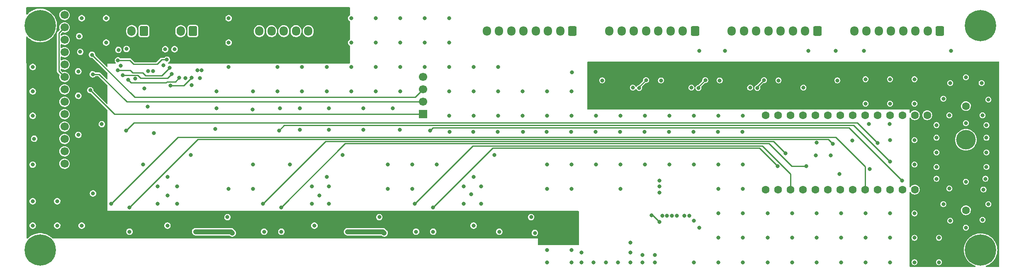
<source format=gbr>
%TF.GenerationSoftware,KiCad,Pcbnew,(6.0.0-0)*%
%TF.CreationDate,2022-02-05T17:25:55+01:00*%
%TF.ProjectId,Mega-Cube-Board,4d656761-2d43-4756-9265-2d426f617264,rev?*%
%TF.SameCoordinates,Original*%
%TF.FileFunction,Copper,L4,Bot*%
%TF.FilePolarity,Positive*%
%FSLAX46Y46*%
G04 Gerber Fmt 4.6, Leading zero omitted, Abs format (unit mm)*
G04 Created by KiCad (PCBNEW (6.0.0-0)) date 2022-02-05 17:25:55*
%MOMM*%
%LPD*%
G01*
G04 APERTURE LIST*
G04 Aperture macros list*
%AMRoundRect*
0 Rectangle with rounded corners*
0 $1 Rounding radius*
0 $2 $3 $4 $5 $6 $7 $8 $9 X,Y pos of 4 corners*
0 Add a 4 corners polygon primitive as box body*
4,1,4,$2,$3,$4,$5,$6,$7,$8,$9,$2,$3,0*
0 Add four circle primitives for the rounded corners*
1,1,$1+$1,$2,$3*
1,1,$1+$1,$4,$5*
1,1,$1+$1,$6,$7*
1,1,$1+$1,$8,$9*
0 Add four rect primitives between the rounded corners*
20,1,$1+$1,$2,$3,$4,$5,0*
20,1,$1+$1,$4,$5,$6,$7,0*
20,1,$1+$1,$6,$7,$8,$9,0*
20,1,$1+$1,$8,$9,$2,$3,0*%
G04 Aperture macros list end*
%TA.AperFunction,ComponentPad*%
%ADD10RoundRect,0.250000X0.600000X0.725000X-0.600000X0.725000X-0.600000X-0.725000X0.600000X-0.725000X0*%
%TD*%
%TA.AperFunction,ComponentPad*%
%ADD11O,1.700000X1.950000*%
%TD*%
%TA.AperFunction,ComponentPad*%
%ADD12C,0.800000*%
%TD*%
%TA.AperFunction,ComponentPad*%
%ADD13C,6.400000*%
%TD*%
%TA.AperFunction,ComponentPad*%
%ADD14R,1.600000X1.600000*%
%TD*%
%TA.AperFunction,ComponentPad*%
%ADD15C,1.600000*%
%TD*%
%TA.AperFunction,ComponentPad*%
%ADD16C,1.700000*%
%TD*%
%TA.AperFunction,ComponentPad*%
%ADD17R,1.700000X1.700000*%
%TD*%
%TA.AperFunction,ComponentPad*%
%ADD18R,4.000000X4.000000*%
%TD*%
%TA.AperFunction,ComponentPad*%
%ADD19C,4.000000*%
%TD*%
%TA.AperFunction,ComponentPad*%
%ADD20RoundRect,0.250000X0.600000X0.750000X-0.600000X0.750000X-0.600000X-0.750000X0.600000X-0.750000X0*%
%TD*%
%TA.AperFunction,ComponentPad*%
%ADD21O,1.700000X2.000000*%
%TD*%
%TA.AperFunction,ViaPad*%
%ADD22C,0.800000*%
%TD*%
%TA.AperFunction,Conductor*%
%ADD23C,0.250000*%
%TD*%
%TA.AperFunction,Conductor*%
%ADD24C,1.000000*%
%TD*%
%TA.AperFunction,Conductor*%
%ADD25C,0.600000*%
%TD*%
G04 APERTURE END LIST*
D10*
%TO.P,J5,1,Pin_1*%
%TO.N,00*%
X-482300000Y-366140000D03*
D11*
%TO.P,J5,2,Pin_2*%
%TO.N,01*%
X-484800000Y-366140000D03*
%TO.P,J5,3,Pin_3*%
%TO.N,02*%
X-487300000Y-366140000D03*
%TO.P,J5,4,Pin_4*%
%TO.N,03*%
X-489800000Y-366140000D03*
%TO.P,J5,5,Pin_5*%
%TO.N,04*%
X-492300000Y-366140000D03*
%TO.P,J5,6,Pin_6*%
%TO.N,05*%
X-494800000Y-366140000D03*
%TO.P,J5,7,Pin_7*%
%TO.N,06*%
X-497300000Y-366140000D03*
%TO.P,J5,8,Pin_8*%
%TO.N,07*%
X-499800000Y-366140000D03*
%TD*%
D10*
%TO.P,J8,1,Pin_1*%
%TO.N,18*%
X-557300000Y-366140000D03*
D11*
%TO.P,J8,2,Pin_2*%
%TO.N,19*%
X-559800000Y-366140000D03*
%TO.P,J8,3,Pin_3*%
%TO.N,1A*%
X-562300000Y-366140000D03*
%TO.P,J8,4,Pin_4*%
%TO.N,1B*%
X-564800000Y-366140000D03*
%TO.P,J8,5,Pin_5*%
%TO.N,1C*%
X-567300000Y-366140000D03*
%TO.P,J8,6,Pin_6*%
%TO.N,1D*%
X-569800000Y-366140000D03*
%TO.P,J8,7,Pin_7*%
%TO.N,1E*%
X-572300000Y-366140000D03*
%TO.P,J8,8,Pin_8*%
%TO.N,1F*%
X-574800000Y-366140000D03*
%TD*%
D12*
%TO.P,H4,1,1*%
%TO.N,GND*%
X-666000000Y-367400000D03*
X-668400000Y-365000000D03*
X-664302944Y-366697056D03*
X-667697056Y-363302944D03*
D13*
X-666000000Y-365000000D03*
D12*
X-667697056Y-366697056D03*
X-664302944Y-363302944D03*
X-663600000Y-365000000D03*
X-666000000Y-362600000D03*
%TD*%
D14*
%TO.P,C7,1*%
%TO.N,+5V*%
X-477000000Y-400347349D03*
D15*
%TO.P,C7,2*%
%TO.N,GND*%
X-477000000Y-402847349D03*
%TD*%
%TO.P,Teensy4.0,1,GND*%
%TO.N,GND*%
X-484890000Y-383380000D03*
%TO.P,Teensy4.0,2,0_RX1_CRX2_CS1*%
%TO.N,unconnected-(Teensy4.0-Pad2)*%
X-487430000Y-383380000D03*
%TO.P,Teensy4.0,3,1_TX1_CTX2_MISO1*%
%TO.N,unconnected-(Teensy4.0-Pad3)*%
X-489970000Y-383380000D03*
%TO.P,Teensy4.0,4,2_OUT2*%
%TO.N,unconnected-(Teensy4.0-Pad4)*%
X-492510000Y-383380000D03*
%TO.P,Teensy4.0,5,3_LRCLK2*%
%TO.N,unconnected-(Teensy4.0-Pad5)*%
X-495050000Y-383380000D03*
%TO.P,Teensy4.0,6,4_BCLK2*%
%TO.N,unconnected-(Teensy4.0-Pad6)*%
X-497590000Y-383380000D03*
%TO.P,Teensy4.0,7,5_IN2*%
%TO.N,EN1*%
X-500130000Y-383380000D03*
%TO.P,Teensy4.0,8,6_OUT1D*%
%TO.N,EN2*%
X-502670000Y-383380000D03*
%TO.P,Teensy4.0,9,7_RX2_OUT1A*%
%TO.N,EN3*%
X-505210000Y-383380000D03*
%TO.P,Teensy4.0,10,8_TX2_IN1*%
%TO.N,DIN*%
X-507750000Y-383380000D03*
%TO.P,Teensy4.0,11,9_OUT1C*%
%TO.N,WCK*%
X-510290000Y-383380000D03*
%TO.P,Teensy4.0,12,10_CS_MQSR*%
%TO.N,BCK*%
X-512830000Y-383380000D03*
%TO.P,Teensy4.0,13,11_MOSI_CTX1*%
%TO.N,unconnected-(Teensy4.0-Pad13)*%
X-515370000Y-383380000D03*
%TO.P,Teensy4.0,14,12_MISO_MQSL*%
%TO.N,unconnected-(Teensy4.0-Pad14)*%
X-517910000Y-383380000D03*
%TO.P,Teensy4.0,20,13_SCK_CRX1_LED*%
%TO.N,unconnected-(Teensy4.0-Pad20)*%
X-517910000Y-398620000D03*
%TO.P,Teensy4.0,21,14_A0_TX3_SPDIF_OUT*%
%TO.N,TX1*%
X-515370000Y-398620000D03*
%TO.P,Teensy4.0,22,15_A1_RX3_SPDIF_IN*%
%TO.N,RX1*%
X-512830000Y-398620000D03*
%TO.P,Teensy4.0,23,16_A2_RX4_SCL1*%
%TO.N,RX2*%
X-510290000Y-398620000D03*
%TO.P,Teensy4.0,24,17_A3_TX4_SDA1*%
%TO.N,TX2*%
X-507750000Y-398620000D03*
%TO.P,Teensy4.0,25,18_A4_SDA0*%
%TO.N,unconnected-(Teensy4.0-Pad25)*%
X-505210000Y-398620000D03*
%TO.P,Teensy4.0,26,19_A5_SCL0*%
%TO.N,unconnected-(Teensy4.0-Pad26)*%
X-502670000Y-398620000D03*
%TO.P,Teensy4.0,27,20_A6_TX5_LRCLK1*%
%TO.N,TX3*%
X-500130000Y-398620000D03*
%TO.P,Teensy4.0,28,21_A7_RX5_BCLK1*%
%TO.N,RX3*%
X-497590000Y-398620000D03*
%TO.P,Teensy4.0,29,22_A8_CTX1*%
%TO.N,BOOT3*%
X-495050000Y-398620000D03*
%TO.P,Teensy4.0,30,23_A9_CRX1_MCLK1*%
%TO.N,BOOT2*%
X-492510000Y-398620000D03*
%TO.P,Teensy4.0,31,3V3*%
%TO.N,BOOT1*%
X-489970000Y-398620000D03*
%TO.P,Teensy4.0,32,GND*%
%TO.N,GND*%
X-487430000Y-398620000D03*
%TO.P,Teensy4.0,33,VIN*%
%TO.N,+5V*%
X-484890000Y-398620000D03*
%TD*%
D10*
%TO.P,J7,1,Pin_1*%
%TO.N,08*%
X-507300000Y-366140000D03*
D11*
%TO.P,J7,2,Pin_2*%
%TO.N,09*%
X-509800000Y-366140000D03*
%TO.P,J7,3,Pin_3*%
%TO.N,0A*%
X-512300000Y-366140000D03*
%TO.P,J7,4,Pin_4*%
%TO.N,0B*%
X-514800000Y-366140000D03*
%TO.P,J7,5,Pin_5*%
%TO.N,0C*%
X-517300000Y-366140000D03*
%TO.P,J7,6,Pin_6*%
%TO.N,0D*%
X-519800000Y-366140000D03*
%TO.P,J7,7,Pin_7*%
%TO.N,0E*%
X-522300000Y-366140000D03*
%TO.P,J7,8,Pin_8*%
%TO.N,0F*%
X-524800000Y-366140000D03*
%TD*%
D12*
%TO.P,H1,1,1*%
%TO.N,GND*%
X-475697056Y-412697056D03*
X-475697056Y-409302944D03*
D13*
X-474000000Y-411000000D03*
D12*
X-474000000Y-408600000D03*
X-471600000Y-411000000D03*
X-472302944Y-412697056D03*
X-476400000Y-411000000D03*
X-474000000Y-413400000D03*
X-472302944Y-409302944D03*
%TD*%
D16*
%TO.P,U1,1,T_IRQ*%
%TO.N,TOUCH_IRQ*%
X-661000000Y-362850000D03*
%TO.P,U1,2,T_DO*%
%TO.N,MISO*%
X-661000000Y-365390000D03*
%TO.P,U1,3,T_DIN*%
%TO.N,MOSI*%
X-661000000Y-367930000D03*
%TO.P,U1,4,T_CS*%
%TO.N,TOUCH_CS*%
X-661000000Y-370470000D03*
%TO.P,U1,5,T_CLK*%
%TO.N,SCK*%
X-661000000Y-373010000D03*
%TO.P,U1,6,SDO(MISO)*%
%TO.N,MISO*%
X-661000000Y-375550000D03*
%TO.P,U1,7,LED*%
%TO.N,TFT_BL*%
X-661000000Y-378090000D03*
%TO.P,U1,8,SCK*%
%TO.N,SCK*%
X-661000000Y-380630000D03*
%TO.P,U1,9,SDI(MOSI)*%
%TO.N,MOSI*%
X-661000000Y-383170000D03*
%TO.P,U1,10,DC*%
%TO.N,TFT_DC*%
X-661000000Y-385710000D03*
%TO.P,U1,11,RESET*%
%TO.N,TFT_RST*%
X-661000000Y-388250000D03*
%TO.P,U1,12,CS*%
%TO.N,TFT_CS*%
X-661000000Y-390790000D03*
%TO.P,U1,13,GND*%
%TO.N,GND*%
X-661000000Y-393330000D03*
D17*
%TO.P,U1,14,VCC*%
%TO.N,+3V3*%
X-661000000Y-395870000D03*
D16*
%TO.P,U1,15,SD_SCK*%
%TO.N,SD_CS*%
X-587820000Y-375550000D03*
%TO.P,U1,16,SD_MISO*%
%TO.N,MISO*%
X-587820000Y-378090000D03*
%TO.P,U1,17,SD_MOSI*%
%TO.N,MOSI*%
X-587820000Y-380630000D03*
D17*
%TO.P,U1,18,SD_CS*%
%TO.N,SCK*%
X-587820000Y-383170000D03*
%TD*%
D12*
%TO.P,H3,1,1*%
%TO.N,GND*%
X-472302944Y-363302944D03*
X-476400000Y-365000000D03*
X-474000000Y-367400000D03*
X-472302944Y-366697056D03*
X-474000000Y-362600000D03*
X-475697056Y-366697056D03*
X-475697056Y-363302944D03*
D13*
X-474000000Y-365000000D03*
D12*
X-471600000Y-365000000D03*
%TD*%
D10*
%TO.P,J4,1,Pin_1*%
%TO.N,+3V3*%
X-608750000Y-366150000D03*
D11*
%TO.P,J4,2,Pin_2*%
%TO.N,GND*%
X-611250000Y-366150000D03*
%TO.P,J4,3,Pin_3*%
%TO.N,MIC_BCLK*%
X-613750000Y-366150000D03*
%TO.P,J4,4,Pin_4*%
%TO.N,MIC_SELECT*%
X-616250000Y-366150000D03*
%TO.P,J4,5,Pin_5*%
%TO.N,MIC_DATA*%
X-618750000Y-366150000D03*
%TO.P,J4,6,Pin_6*%
%TO.N,MIC_LRCLK*%
X-621250000Y-366150000D03*
%TD*%
D18*
%TO.P,J1,1,Pin_1*%
%TO.N,+5V*%
X-477000000Y-393500000D03*
D19*
%TO.P,J1,2,Pin_2*%
%TO.N,GND*%
X-477000000Y-388420000D03*
%TD*%
D20*
%TO.P,J3,1,Pin_1*%
%TO.N,Net-(J3-Pad1)*%
X-634800000Y-366150000D03*
D21*
%TO.P,J3,2,Pin_2*%
%TO.N,Net-(J3-Pad2)*%
X-637300000Y-366150000D03*
%TD*%
D12*
%TO.P,H2,1,1*%
%TO.N,GND*%
X-666000000Y-408600000D03*
X-664302944Y-409302944D03*
X-663600000Y-411000000D03*
X-667697056Y-412697056D03*
X-668400000Y-411000000D03*
D13*
X-666000000Y-411000000D03*
D12*
X-664302944Y-412697056D03*
X-666000000Y-413400000D03*
X-667697056Y-409302944D03*
%TD*%
D10*
%TO.P,J6,1,Pin_1*%
%TO.N,10*%
X-532300000Y-366140000D03*
D11*
%TO.P,J6,2,Pin_2*%
%TO.N,11*%
X-534800000Y-366140000D03*
%TO.P,J6,3,Pin_3*%
%TO.N,12*%
X-537300000Y-366140000D03*
%TO.P,J6,4,Pin_4*%
%TO.N,13*%
X-539800000Y-366140000D03*
%TO.P,J6,5,Pin_5*%
%TO.N,14*%
X-542300000Y-366140000D03*
%TO.P,J6,6,Pin_6*%
%TO.N,15*%
X-544800000Y-366140000D03*
%TO.P,J6,7,Pin_7*%
%TO.N,16*%
X-547300000Y-366140000D03*
%TO.P,J6,8,Pin_8*%
%TO.N,17*%
X-549800000Y-366140000D03*
%TD*%
D20*
%TO.P,J2,1,Pin_1*%
%TO.N,Net-(J2-Pad1)*%
X-644800000Y-366150000D03*
D21*
%TO.P,J2,2,Pin_2*%
%TO.N,Net-(J2-Pad2)*%
X-647300000Y-366150000D03*
%TD*%
D14*
%TO.P,C5,1*%
%TO.N,+5V*%
X-477000000Y-379000000D03*
D15*
%TO.P,C5,2*%
%TO.N,GND*%
X-477000000Y-381500000D03*
%TD*%
D22*
%TO.N,PWR_BOOT*%
X-541128694Y-403880065D03*
X-539553694Y-405280065D03*
%TO.N,+3V3*%
X-572400000Y-405900000D03*
X-556600000Y-408600000D03*
X-556600000Y-409600000D03*
X-633000000Y-371400000D03*
X-556600000Y-403600000D03*
X-556600000Y-404600000D03*
X-556600000Y-407600000D03*
X-626800000Y-405900000D03*
X-556600000Y-405600000D03*
X-642950000Y-371450000D03*
X-643950000Y-371450000D03*
X-603300000Y-405900000D03*
X-633950000Y-371400000D03*
X-565000000Y-405900000D03*
X-634300000Y-405900000D03*
X-595900000Y-405900000D03*
X-556600000Y-406600000D03*
%TO.N,GND*%
X-609000000Y-399800000D03*
X-531400000Y-370200000D03*
X-477000000Y-385000000D03*
X-522500000Y-408500000D03*
X-487500000Y-393500000D03*
X-640000000Y-406000000D03*
X-539600000Y-398000000D03*
X-630000000Y-382000000D03*
X-547600000Y-386800000D03*
X-497800000Y-370200000D03*
X-527500000Y-393500000D03*
X-542500000Y-383500000D03*
X-487500000Y-403500000D03*
X-577500000Y-373500000D03*
X-578000000Y-399600000D03*
X-627750000Y-404250000D03*
X-658200000Y-387400000D03*
X-607000000Y-382000000D03*
X-667200000Y-388200000D03*
X-572500000Y-383500000D03*
X-543000000Y-413500000D03*
X-537500000Y-383500000D03*
X-481600000Y-401600000D03*
X-509200000Y-370200000D03*
X-480400000Y-383400000D03*
X-573250000Y-391500000D03*
X-617500000Y-373500000D03*
X-636300000Y-375800000D03*
X-515250000Y-376250000D03*
X-517500000Y-408500000D03*
X-582500000Y-363500000D03*
X-477000000Y-397000000D03*
X-502800000Y-395400000D03*
X-473600000Y-404800000D03*
X-642800000Y-387000000D03*
X-527600000Y-386800000D03*
X-483000000Y-385400000D03*
X-472800000Y-385400000D03*
X-526200000Y-370200000D03*
X-612500000Y-378500000D03*
X-644750000Y-377900000D03*
X-595000000Y-398500000D03*
X-483000000Y-391000000D03*
X-532500000Y-393500000D03*
X-613000000Y-386400000D03*
X-585000000Y-393500000D03*
X-527500000Y-398500000D03*
X-667500000Y-383500000D03*
X-502500000Y-413500000D03*
X-562500000Y-383500000D03*
X-610500000Y-398000000D03*
X-507500000Y-413500000D03*
X-595000000Y-393500000D03*
X-658200000Y-379400000D03*
X-532500000Y-405000000D03*
X-582500000Y-383500000D03*
X-603250000Y-407250000D03*
X-640850000Y-373150000D03*
X-542500000Y-393500000D03*
X-562500000Y-378500000D03*
X-483000000Y-394000000D03*
X-496800000Y-385200000D03*
X-532500000Y-413500000D03*
X-657500000Y-363500000D03*
X-667500000Y-406000000D03*
X-472800000Y-391000000D03*
X-643928691Y-374300000D03*
X-667500000Y-373500000D03*
X-587500000Y-368500000D03*
X-638000000Y-401500000D03*
X-649500000Y-373250000D03*
X-496600000Y-394400000D03*
X-590000000Y-398500000D03*
X-635050000Y-377250000D03*
X-503600000Y-370200000D03*
X-557500000Y-411000000D03*
X-562500000Y-398500000D03*
X-576000000Y-398000000D03*
X-497500000Y-408500000D03*
X-533500000Y-404000000D03*
X-522500000Y-403500000D03*
X-610500000Y-401500000D03*
X-562500000Y-413500000D03*
X-646550000Y-375900000D03*
X-577500000Y-383500000D03*
X-532500000Y-383500000D03*
X-610000000Y-406000000D03*
X-572500000Y-378500000D03*
X-582500000Y-378500000D03*
X-587500000Y-373500000D03*
X-487500000Y-388500000D03*
X-634250000Y-407250000D03*
X-497500000Y-381000000D03*
X-512500000Y-413500000D03*
X-567400000Y-386800000D03*
X-604250000Y-391500000D03*
X-582500000Y-368500000D03*
X-557500000Y-383500000D03*
X-653400000Y-385200000D03*
X-607000000Y-386400000D03*
X-550500000Y-413500000D03*
X-622500000Y-393500000D03*
X-607500000Y-378500000D03*
X-481600000Y-380000000D03*
X-652500000Y-368500000D03*
X-615000000Y-393500000D03*
X-540500000Y-412000000D03*
X-622500000Y-398500000D03*
X-644000000Y-381600000D03*
X-597500000Y-378500000D03*
X-595750000Y-407500000D03*
X-540500000Y-413500000D03*
X-613000000Y-382000000D03*
X-497500000Y-403500000D03*
X-579500000Y-401500000D03*
X-602500000Y-378500000D03*
X-507500000Y-389023522D03*
X-622600000Y-382200000D03*
X-555500000Y-411500000D03*
X-553000000Y-413500000D03*
X-652500000Y-363500000D03*
X-552500000Y-383500000D03*
X-667500000Y-401000000D03*
X-592500000Y-368500000D03*
X-472800000Y-388000000D03*
X-557400000Y-374600000D03*
X-492500000Y-388500000D03*
X-517500000Y-403500000D03*
X-522500000Y-393500000D03*
X-630000000Y-378500000D03*
X-483000000Y-388000000D03*
X-567500000Y-383500000D03*
X-617000000Y-382000000D03*
X-537000000Y-404000000D03*
X-626750000Y-407500000D03*
X-487500000Y-408500000D03*
X-545500000Y-413500000D03*
X-542600000Y-386800000D03*
X-534500000Y-404000000D03*
X-667500000Y-393500000D03*
X-543000000Y-412000000D03*
X-658200000Y-374400000D03*
X-512500000Y-403500000D03*
X-592600000Y-386400000D03*
X-557500000Y-378500000D03*
X-577500000Y-396000000D03*
X-557500000Y-393500000D03*
X-572250000Y-407250000D03*
X-627500000Y-373500000D03*
X-562500000Y-393500000D03*
X-521050000Y-377750000D03*
X-527500000Y-413500000D03*
X-538000000Y-404000000D03*
X-552600000Y-386800000D03*
X-482500000Y-408500000D03*
X-607500000Y-373500000D03*
X-582400000Y-386800000D03*
X-473600000Y-383400000D03*
X-640450000Y-369850000D03*
X-602500000Y-368500000D03*
X-545000000Y-377730000D03*
X-600000000Y-382000000D03*
X-522500000Y-413500000D03*
X-630200000Y-386200000D03*
X-585750000Y-407250000D03*
X-507500000Y-408500000D03*
X-482500000Y-413500000D03*
X-547500000Y-383500000D03*
X-557600000Y-386800000D03*
X-572500000Y-373500000D03*
X-492500000Y-408500000D03*
X-492500000Y-376000000D03*
X-667500000Y-378500000D03*
X-638000000Y-398000000D03*
X-648350000Y-369800000D03*
X-510170000Y-377730000D03*
X-477000000Y-406400000D03*
X-627500000Y-363500000D03*
X-633900000Y-374200000D03*
X-565750000Y-404250000D03*
X-592500000Y-373500000D03*
X-658000000Y-367200000D03*
X-531400000Y-406400000D03*
X-527500000Y-403500000D03*
X-562500000Y-411000000D03*
X-497500000Y-413500000D03*
X-547500000Y-398500000D03*
X-607500000Y-396000000D03*
X-577600000Y-386800000D03*
X-662500000Y-401000000D03*
X-492500000Y-403500000D03*
X-640000000Y-396000000D03*
X-552500000Y-393500000D03*
X-555500000Y-413500000D03*
X-640000000Y-399800000D03*
X-579500000Y-398000000D03*
X-602500000Y-373500000D03*
X-539250000Y-376250000D03*
X-616750000Y-407250000D03*
X-532600000Y-386800000D03*
X-562600000Y-386800000D03*
X-492500000Y-413500000D03*
X-480000000Y-370200000D03*
X-473800000Y-376800000D03*
X-487500000Y-376000000D03*
X-517500000Y-413500000D03*
X-642000000Y-401500000D03*
X-487500000Y-381000000D03*
X-480200000Y-376800000D03*
X-620250000Y-407250000D03*
X-551250000Y-376250000D03*
X-502500000Y-403500000D03*
X-647750000Y-407250000D03*
X-522500000Y-383500000D03*
X-504600000Y-391600000D03*
X-557500000Y-398500000D03*
X-622500000Y-378500000D03*
X-655200000Y-399400000D03*
X-527500000Y-383500000D03*
X-565000000Y-407500000D03*
X-503250000Y-376250000D03*
X-533030000Y-377740000D03*
X-500200000Y-388600000D03*
X-617500000Y-378500000D03*
X-507600000Y-391600000D03*
X-600000000Y-386400000D03*
X-633000000Y-374200000D03*
X-497500000Y-376000000D03*
X-522500000Y-398500000D03*
X-512500000Y-408500000D03*
X-472800000Y-394000000D03*
X-662500000Y-406000000D03*
X-627500000Y-398500000D03*
X-650000000Y-370000000D03*
X-473000000Y-396400000D03*
X-594000000Y-382000000D03*
X-576000000Y-401500000D03*
X-592500000Y-363500000D03*
X-577500000Y-378500000D03*
X-483000000Y-396400000D03*
X-645000000Y-393500000D03*
X-472400000Y-380200000D03*
X-545500000Y-409500000D03*
X-507500000Y-403500000D03*
X-627500000Y-368500000D03*
X-597500000Y-363500000D03*
X-472400000Y-401600000D03*
X-590000000Y-393500000D03*
X-480400000Y-398400000D03*
X-589250000Y-407250000D03*
X-480200000Y-405000000D03*
X-597500000Y-368500000D03*
X-548000000Y-413500000D03*
X-597500000Y-373500000D03*
X-657800000Y-370400000D03*
X-642902859Y-374300000D03*
X-638550000Y-369850000D03*
X-539600000Y-396800000D03*
X-607000000Y-401500000D03*
X-502500000Y-408500000D03*
X-477000000Y-375600000D03*
X-547500000Y-393500000D03*
X-582500000Y-373500000D03*
X-539600000Y-399200000D03*
X-635250000Y-391500000D03*
X-642000000Y-398000000D03*
X-473400000Y-398600000D03*
X-487500000Y-413500000D03*
X-602500000Y-363500000D03*
X-536000000Y-404000000D03*
X-527500000Y-408500000D03*
X-577500000Y-406000000D03*
X-587500000Y-363500000D03*
X-527250000Y-376250000D03*
X-545500000Y-411500000D03*
X-567500000Y-378500000D03*
X-572600000Y-386800000D03*
X-633400000Y-375750000D03*
X-657500000Y-406000000D03*
X-612500000Y-373500000D03*
X-539000000Y-404000000D03*
X-557500000Y-413500000D03*
X-492500000Y-381000000D03*
X-492600000Y-385200000D03*
X-537600000Y-386800000D03*
X-607000000Y-398000000D03*
X-596750000Y-404250000D03*
X-537500000Y-393500000D03*
X-522600000Y-386800000D03*
X-592500000Y-378500000D03*
%TO.N,+5V*%
X-541550000Y-379890000D03*
X-482000000Y-399000000D03*
X-526050000Y-377724980D03*
X-550050000Y-377640000D03*
X-482000000Y-383000000D03*
X-480000000Y-394000000D03*
X-513990000Y-377790000D03*
X-517550000Y-379890000D03*
X-528800000Y-379140000D03*
X-477000000Y-374000000D03*
X-529550000Y-379890000D03*
X-505300000Y-380140000D03*
X-479000000Y-408000000D03*
X-540800000Y-379140000D03*
X-480000000Y-388000000D03*
X-484000000Y-379000000D03*
X-516800000Y-379140000D03*
X-538000000Y-377800000D03*
X-504800000Y-379140000D03*
X-483000000Y-405000000D03*
X-481000000Y-375000000D03*
%TO.N,MOSI*%
X-655250000Y-375000000D03*
%TO.N,MISO*%
X-655400000Y-371000000D03*
%TO.N,SCK*%
X-655755000Y-378255000D03*
%TO.N,Net-(R14-Pad2)*%
X-635100000Y-375700000D03*
X-639400000Y-377300000D03*
%TO.N,Net-(R15-Pad1)*%
X-519600000Y-377800000D03*
X-518200000Y-376200000D03*
%TO.N,Net-(R23-Pad1)*%
X-531600000Y-377800000D03*
X-530200000Y-376200000D03*
%TO.N,Net-(R31-Pad1)*%
X-542300000Y-376200000D03*
X-543700000Y-377800000D03*
%TO.N,ESP3_RX*%
X-504200000Y-389200000D03*
X-647750000Y-402250000D03*
%TO.N,ESP1_RX*%
X-585750000Y-402250000D03*
X-515437299Y-393837299D03*
%TO.N,ESP2_RX*%
X-616750000Y-402250000D03*
X-509600000Y-393850000D03*
%TO.N,RX3*%
X-651500000Y-401500000D03*
%TO.N,BOOT3*%
X-495000000Y-389100000D03*
X-648400000Y-386500000D03*
%TO.N,RX1*%
X-589500000Y-401500000D03*
%TO.N,BOOT1*%
X-490000000Y-396800000D03*
X-586400000Y-386500000D03*
%TO.N,RX2*%
X-513800000Y-391200000D03*
X-620500000Y-401500000D03*
%TO.N,BOOT2*%
X-492500000Y-392900000D03*
X-617200000Y-386500000D03*
%TO.N,AUDIO_LRCLK*%
X-640108310Y-371991194D03*
X-650100000Y-372150000D03*
%TO.N,AUDIO_BCLK*%
X-650100000Y-374150000D03*
X-639579478Y-373701341D03*
%TO.N,AUDIO_DIN*%
X-639100000Y-374900000D03*
X-649100000Y-375150000D03*
%TO.N,AUDIO_GAIN*%
X-637600000Y-375700000D03*
X-648000000Y-376150000D03*
%TD*%
D23*
%TO.N,PWR_BOOT*%
X-541128694Y-403880065D02*
X-540953694Y-403880065D01*
X-540953694Y-403880065D02*
X-539553694Y-405280065D01*
D24*
%TO.N,GND*%
X-634250000Y-407250000D02*
X-627000000Y-407250000D01*
X-627000000Y-407250000D02*
X-626750000Y-407500000D01*
X-596000000Y-407250000D02*
X-595750000Y-407500000D01*
X-603250000Y-407250000D02*
X-596000000Y-407250000D01*
D25*
%TO.N,+5V*%
X-538050000Y-377744545D02*
X-538029475Y-377724020D01*
D23*
%TO.N,MOSI*%
X-587820000Y-380630000D02*
X-648300000Y-380630000D01*
X-653930000Y-375000000D02*
X-655250000Y-375000000D01*
X-648300000Y-380630000D02*
X-653930000Y-375000000D01*
%TO.N,MISO*%
X-662174511Y-374375489D02*
X-661000000Y-375550000D01*
X-589430000Y-379700000D02*
X-646700000Y-379700000D01*
X-587820000Y-378090000D02*
X-589430000Y-379700000D01*
X-661000000Y-365390000D02*
X-662174511Y-366564511D01*
X-662174511Y-366564511D02*
X-662174511Y-374375489D01*
X-646700000Y-379700000D02*
X-655400000Y-371000000D01*
%TO.N,SCK*%
X-650840000Y-383170000D02*
X-655755000Y-378255000D01*
X-587820000Y-383170000D02*
X-650840000Y-383170000D01*
%TO.N,Net-(R14-Pad2)*%
X-635100000Y-375700000D02*
X-636700000Y-377300000D01*
X-636700000Y-377300000D02*
X-639400000Y-377300000D01*
%TO.N,Net-(R15-Pad1)*%
X-519600000Y-377600000D02*
X-518200000Y-376200000D01*
X-519600000Y-377800000D02*
X-519600000Y-377600000D01*
%TO.N,Net-(R23-Pad1)*%
X-531600000Y-377800000D02*
X-531600000Y-377600000D01*
X-531600000Y-377600000D02*
X-530200000Y-376200000D01*
%TO.N,Net-(R31-Pad1)*%
X-543700000Y-377600000D02*
X-542300000Y-376200000D01*
X-543700000Y-377800000D02*
X-543700000Y-377600000D01*
%TO.N,ESP3_RX*%
X-505100978Y-388299022D02*
X-504200000Y-389200000D01*
X-647750000Y-402250000D02*
X-633799022Y-388299022D01*
X-633799022Y-388299022D02*
X-505100978Y-388299022D01*
%TO.N,ESP1_RX*%
X-573597064Y-390097064D02*
X-519177534Y-390097064D01*
X-585750000Y-402250000D02*
X-573597064Y-390097064D01*
X-519177534Y-390097064D02*
X-515437299Y-393837299D01*
%TO.N,ESP2_RX*%
X-616750000Y-402250000D02*
X-603698043Y-389198043D01*
X-512550000Y-393850000D02*
X-509600000Y-393850000D01*
X-603698043Y-389198043D02*
X-517201957Y-389198043D01*
X-517201957Y-389198043D02*
X-512550000Y-393850000D01*
%TO.N,RX3*%
X-497590000Y-398620000D02*
X-497590000Y-393860000D01*
X-497590000Y-393860000D02*
X-503600490Y-387849510D01*
X-503600490Y-387849510D02*
X-637849510Y-387849510D01*
X-637849510Y-387849510D02*
X-651500000Y-401500000D01*
%TO.N,BOOT3*%
X-646850489Y-384950489D02*
X-648400000Y-386500000D01*
X-499149511Y-384950489D02*
X-646850489Y-384950489D01*
X-495000000Y-389100000D02*
X-499149511Y-384950489D01*
%TO.N,RX1*%
X-577647553Y-389647553D02*
X-589500000Y-401500000D01*
X-518602447Y-389647553D02*
X-577647553Y-389647553D01*
X-512830000Y-395420000D02*
X-518602447Y-389647553D01*
X-512830000Y-398620000D02*
X-512830000Y-395420000D01*
%TO.N,BOOT1*%
X-585800000Y-385900000D02*
X-586400000Y-386500000D01*
X-490000000Y-396800000D02*
X-500900000Y-385900000D01*
X-500900000Y-385900000D02*
X-585800000Y-385900000D01*
%TO.N,RX2*%
X-620500000Y-401500000D02*
X-607748531Y-388748531D01*
X-607748531Y-388748531D02*
X-516251469Y-388748531D01*
X-516251469Y-388748531D02*
X-513800000Y-391200000D01*
%TO.N,BOOT2*%
X-499949510Y-385450490D02*
X-616150490Y-385450490D01*
X-616150490Y-385450490D02*
X-617200000Y-386500000D01*
X-492500000Y-392900000D02*
X-499949510Y-385450490D01*
%TO.N,AUDIO_LRCLK*%
X-650050000Y-372100000D02*
X-647700000Y-372100000D01*
X-650100000Y-372150000D02*
X-650050000Y-372100000D01*
X-642100000Y-372900000D02*
X-641191194Y-371991194D01*
X-641191194Y-371991194D02*
X-640108310Y-371991194D01*
X-647700000Y-372100000D02*
X-646900000Y-372900000D01*
X-646900000Y-372900000D02*
X-642100000Y-372900000D01*
%TO.N,AUDIO_BCLK*%
X-647100000Y-374650000D02*
X-645050000Y-374650000D01*
X-647600000Y-374150000D02*
X-647100000Y-374650000D01*
X-645050000Y-374650000D02*
X-644450000Y-375250000D01*
X-641128137Y-375250000D02*
X-639579478Y-373701341D01*
X-644450000Y-375250000D02*
X-641128137Y-375250000D01*
X-650100000Y-374150000D02*
X-647600000Y-374150000D01*
%TO.N,AUDIO_DIN*%
X-639100000Y-374900000D02*
X-639950000Y-375750000D01*
X-646100000Y-375150000D02*
X-649100000Y-375150000D01*
X-645500000Y-375750000D02*
X-646100000Y-375150000D01*
X-639950000Y-375750000D02*
X-645500000Y-375750000D01*
%TO.N,AUDIO_GAIN*%
X-648000000Y-376150000D02*
X-647400000Y-376750000D01*
X-638400000Y-376500000D02*
X-637600000Y-375700000D01*
X-640064296Y-376500000D02*
X-638400000Y-376500000D01*
X-640314296Y-376750000D02*
X-640064296Y-376500000D01*
X-647400000Y-376750000D02*
X-640314296Y-376750000D01*
%TD*%
%TA.AperFunction,Conductor*%
%TO.N,+5V*%
G36*
X-470257879Y-372405002D02*
G01*
X-470211386Y-372458658D01*
X-470200000Y-372511000D01*
X-470200000Y-414324000D01*
X-470220002Y-414392121D01*
X-470273658Y-414438614D01*
X-470326000Y-414450000D01*
X-472819650Y-414450000D01*
X-472887771Y-414429998D01*
X-472934264Y-414376342D01*
X-472944368Y-414306068D01*
X-472914874Y-414241488D01*
X-472859213Y-414204372D01*
X-472815444Y-414189897D01*
X-472757414Y-414170705D01*
X-472422248Y-414017961D01*
X-472271211Y-413928282D01*
X-472108484Y-413831662D01*
X-472108479Y-413831659D01*
X-472105539Y-413829913D01*
X-472078909Y-413809919D01*
X-471813724Y-413610812D01*
X-471810991Y-413608760D01*
X-471542050Y-413357089D01*
X-471301862Y-413077846D01*
X-471284162Y-413052093D01*
X-471189911Y-412914956D01*
X-471093238Y-412774295D01*
X-471091626Y-412771301D01*
X-471091621Y-412771293D01*
X-470920239Y-412453001D01*
X-470918617Y-412449989D01*
X-470780042Y-412108720D01*
X-470679135Y-411754482D01*
X-470617075Y-411391418D01*
X-470615112Y-411359332D01*
X-470594699Y-411025572D01*
X-470594589Y-411023775D01*
X-470594506Y-411000000D01*
X-470614425Y-410632209D01*
X-470673948Y-410268720D01*
X-470772380Y-409913786D01*
X-470775557Y-409905801D01*
X-470907310Y-409574722D01*
X-470908569Y-409571558D01*
X-470938642Y-409514760D01*
X-471079323Y-409249060D01*
X-471079327Y-409249053D01*
X-471080922Y-409246041D01*
X-471287422Y-408941041D01*
X-471525654Y-408660128D01*
X-471792832Y-408406586D01*
X-472067743Y-408197159D01*
X-472083121Y-408185444D01*
X-472083123Y-408185442D01*
X-472085828Y-408183382D01*
X-472088740Y-408181625D01*
X-472088745Y-408181622D01*
X-472398295Y-407994889D01*
X-472398304Y-407994884D01*
X-472401217Y-407993127D01*
X-472404307Y-407991693D01*
X-472404312Y-407991690D01*
X-472614083Y-407894318D01*
X-472735309Y-407838047D01*
X-472738534Y-407836955D01*
X-472738540Y-407836953D01*
X-473080968Y-407721048D01*
X-473080973Y-407721047D01*
X-473084195Y-407719956D01*
X-473318080Y-407668104D01*
X-473440464Y-407640972D01*
X-473440468Y-407640971D01*
X-473443794Y-407640234D01*
X-473593376Y-407623720D01*
X-473806518Y-407600189D01*
X-473806525Y-407600189D01*
X-473809900Y-407599816D01*
X-473813299Y-407599810D01*
X-473813300Y-407599810D01*
X-473987021Y-407599507D01*
X-474178230Y-407599173D01*
X-474315444Y-407613837D01*
X-474541090Y-407637951D01*
X-474541096Y-407637952D01*
X-474544474Y-407638313D01*
X-474904350Y-407716779D01*
X-475253646Y-407833652D01*
X-475256739Y-407835075D01*
X-475256740Y-407835075D01*
X-475266326Y-407839484D01*
X-475588277Y-407987565D01*
X-475591211Y-407989321D01*
X-475591213Y-407989322D01*
X-475685237Y-408045594D01*
X-475904328Y-408176718D01*
X-476198102Y-408398897D01*
X-476466163Y-408651505D01*
X-476705374Y-408931585D01*
X-476707302Y-408934412D01*
X-476707304Y-408934414D01*
X-476713749Y-408943862D01*
X-476912938Y-409235862D01*
X-477086426Y-409560776D01*
X-477087701Y-409563948D01*
X-477087703Y-409563952D01*
X-477090760Y-409571558D01*
X-477223808Y-409902526D01*
X-477323479Y-410257115D01*
X-477324041Y-410260472D01*
X-477324041Y-410260473D01*
X-477325985Y-410272093D01*
X-477384271Y-410620393D01*
X-477405473Y-410988113D01*
X-477386838Y-411355971D01*
X-477386301Y-411359326D01*
X-477386300Y-411359332D01*
X-477345962Y-411611170D01*
X-477328584Y-411719665D01*
X-477231392Y-412074941D01*
X-477096398Y-412417642D01*
X-476925183Y-412743759D01*
X-476923282Y-412746588D01*
X-476923276Y-412746598D01*
X-476771606Y-412972304D01*
X-476719748Y-413049477D01*
X-476482498Y-413331221D01*
X-476379994Y-413429176D01*
X-476218671Y-413583341D01*
X-476218664Y-413583347D01*
X-476216208Y-413585694D01*
X-475923992Y-413809919D01*
X-475609269Y-414001274D01*
X-475275721Y-414157519D01*
X-475272503Y-414158621D01*
X-475272500Y-414158622D01*
X-475137645Y-414204793D01*
X-475079676Y-414245782D01*
X-475053070Y-414311605D01*
X-475066274Y-414381363D01*
X-475115096Y-414432909D01*
X-475178459Y-414450000D01*
X-488374000Y-414450000D01*
X-488442121Y-414429998D01*
X-488488614Y-414376342D01*
X-488500000Y-414324000D01*
X-488500000Y-413500000D01*
X-488105682Y-413500000D01*
X-488085044Y-413656762D01*
X-488024536Y-413802841D01*
X-487928282Y-413928282D01*
X-487802841Y-414024536D01*
X-487656762Y-414085044D01*
X-487500000Y-414105682D01*
X-487491812Y-414104604D01*
X-487351426Y-414086122D01*
X-487343238Y-414085044D01*
X-487197159Y-414024536D01*
X-487071718Y-413928282D01*
X-486975464Y-413802841D01*
X-486914956Y-413656762D01*
X-486894318Y-413500000D01*
X-483105682Y-413500000D01*
X-483085044Y-413656762D01*
X-483024536Y-413802841D01*
X-482928282Y-413928282D01*
X-482802841Y-414024536D01*
X-482656762Y-414085044D01*
X-482500000Y-414105682D01*
X-482491812Y-414104604D01*
X-482351426Y-414086122D01*
X-482343238Y-414085044D01*
X-482197159Y-414024536D01*
X-482071718Y-413928282D01*
X-481975464Y-413802841D01*
X-481914956Y-413656762D01*
X-481894318Y-413500000D01*
X-481914956Y-413343238D01*
X-481975464Y-413197159D01*
X-482071718Y-413071718D01*
X-482197159Y-412975464D01*
X-482343238Y-412914956D01*
X-482500000Y-412894318D01*
X-482656762Y-412914956D01*
X-482802841Y-412975464D01*
X-482928282Y-413071718D01*
X-483024536Y-413197159D01*
X-483085044Y-413343238D01*
X-483105682Y-413500000D01*
X-486894318Y-413500000D01*
X-486914956Y-413343238D01*
X-486975464Y-413197159D01*
X-487071718Y-413071718D01*
X-487197159Y-412975464D01*
X-487343238Y-412914956D01*
X-487500000Y-412894318D01*
X-487656762Y-412914956D01*
X-487802841Y-412975464D01*
X-487928282Y-413071718D01*
X-488024536Y-413197159D01*
X-488085044Y-413343238D01*
X-488105682Y-413500000D01*
X-488500000Y-413500000D01*
X-488500000Y-408500000D01*
X-488105682Y-408500000D01*
X-488085044Y-408656762D01*
X-488024536Y-408802841D01*
X-487928282Y-408928282D01*
X-487802841Y-409024536D01*
X-487656762Y-409085044D01*
X-487500000Y-409105682D01*
X-487491812Y-409104604D01*
X-487351426Y-409086122D01*
X-487343238Y-409085044D01*
X-487197159Y-409024536D01*
X-487071718Y-408928282D01*
X-486975464Y-408802841D01*
X-486914956Y-408656762D01*
X-486894318Y-408500000D01*
X-483105682Y-408500000D01*
X-483085044Y-408656762D01*
X-483024536Y-408802841D01*
X-482928282Y-408928282D01*
X-482802841Y-409024536D01*
X-482656762Y-409085044D01*
X-482500000Y-409105682D01*
X-482491812Y-409104604D01*
X-482351426Y-409086122D01*
X-482343238Y-409085044D01*
X-482197159Y-409024536D01*
X-482071718Y-408928282D01*
X-481975464Y-408802841D01*
X-481914956Y-408656762D01*
X-481894318Y-408500000D01*
X-481914956Y-408343238D01*
X-481975464Y-408197159D01*
X-482071718Y-408071718D01*
X-482197159Y-407975464D01*
X-482343238Y-407914956D01*
X-482500000Y-407894318D01*
X-482656762Y-407914956D01*
X-482802841Y-407975464D01*
X-482928282Y-408071718D01*
X-483024536Y-408197159D01*
X-483085044Y-408343238D01*
X-483105682Y-408500000D01*
X-486894318Y-408500000D01*
X-486914956Y-408343238D01*
X-486975464Y-408197159D01*
X-487071718Y-408071718D01*
X-487197159Y-407975464D01*
X-487343238Y-407914956D01*
X-487500000Y-407894318D01*
X-487656762Y-407914956D01*
X-487802841Y-407975464D01*
X-487928282Y-408071718D01*
X-488024536Y-408197159D01*
X-488085044Y-408343238D01*
X-488105682Y-408500000D01*
X-488500000Y-408500000D01*
X-488500000Y-406400000D01*
X-477605682Y-406400000D01*
X-477585044Y-406556762D01*
X-477524536Y-406702841D01*
X-477428282Y-406828282D01*
X-477302841Y-406924536D01*
X-477156762Y-406985044D01*
X-477000000Y-407005682D01*
X-476991812Y-407004604D01*
X-476851426Y-406986122D01*
X-476843238Y-406985044D01*
X-476697159Y-406924536D01*
X-476571718Y-406828282D01*
X-476475464Y-406702841D01*
X-476414956Y-406556762D01*
X-476394318Y-406400000D01*
X-476414956Y-406243238D01*
X-476475464Y-406097159D01*
X-476571718Y-405971718D01*
X-476697159Y-405875464D01*
X-476843238Y-405814956D01*
X-477000000Y-405794318D01*
X-477156762Y-405814956D01*
X-477302841Y-405875464D01*
X-477428282Y-405971718D01*
X-477524536Y-406097159D01*
X-477585044Y-406243238D01*
X-477605682Y-406400000D01*
X-488500000Y-406400000D01*
X-488500000Y-405000000D01*
X-480805682Y-405000000D01*
X-480785044Y-405156762D01*
X-480724536Y-405302841D01*
X-480628282Y-405428282D01*
X-480502841Y-405524536D01*
X-480356762Y-405585044D01*
X-480200000Y-405605682D01*
X-480191812Y-405604604D01*
X-480051426Y-405586122D01*
X-480043238Y-405585044D01*
X-479897159Y-405524536D01*
X-479771718Y-405428282D01*
X-479675464Y-405302841D01*
X-479614956Y-405156762D01*
X-479594318Y-405000000D01*
X-479614956Y-404843238D01*
X-479632866Y-404800000D01*
X-474205682Y-404800000D01*
X-474185044Y-404956762D01*
X-474124536Y-405102841D01*
X-474028282Y-405228282D01*
X-473902841Y-405324536D01*
X-473756762Y-405385044D01*
X-473600000Y-405405682D01*
X-473591812Y-405404604D01*
X-473451426Y-405386122D01*
X-473443238Y-405385044D01*
X-473297159Y-405324536D01*
X-473171718Y-405228282D01*
X-473075464Y-405102841D01*
X-473014956Y-404956762D01*
X-472994318Y-404800000D01*
X-473014956Y-404643238D01*
X-473075464Y-404497159D01*
X-473171718Y-404371718D01*
X-473297159Y-404275464D01*
X-473443238Y-404214956D01*
X-473600000Y-404194318D01*
X-473756762Y-404214956D01*
X-473902841Y-404275464D01*
X-474028282Y-404371718D01*
X-474124536Y-404497159D01*
X-474185044Y-404643238D01*
X-474205682Y-404800000D01*
X-479632866Y-404800000D01*
X-479675464Y-404697159D01*
X-479771718Y-404571718D01*
X-479897159Y-404475464D01*
X-480043238Y-404414956D01*
X-480200000Y-404394318D01*
X-480356762Y-404414956D01*
X-480502841Y-404475464D01*
X-480628282Y-404571718D01*
X-480724536Y-404697159D01*
X-480785044Y-404843238D01*
X-480805682Y-405000000D01*
X-488500000Y-405000000D01*
X-488500000Y-403500000D01*
X-488105682Y-403500000D01*
X-488085044Y-403656762D01*
X-488024536Y-403802841D01*
X-487928282Y-403928282D01*
X-487802841Y-404024536D01*
X-487656762Y-404085044D01*
X-487500000Y-404105682D01*
X-487491812Y-404104604D01*
X-487351426Y-404086122D01*
X-487343238Y-404085044D01*
X-487197159Y-404024536D01*
X-487071718Y-403928282D01*
X-486975464Y-403802841D01*
X-486914956Y-403656762D01*
X-486894318Y-403500000D01*
X-486914956Y-403343238D01*
X-486975464Y-403197159D01*
X-487071718Y-403071718D01*
X-487197159Y-402975464D01*
X-487343238Y-402914956D01*
X-487500000Y-402894318D01*
X-487656762Y-402914956D01*
X-487802841Y-402975464D01*
X-487928282Y-403071718D01*
X-488024536Y-403197159D01*
X-488085044Y-403343238D01*
X-488105682Y-403500000D01*
X-488500000Y-403500000D01*
X-488500000Y-402833312D01*
X-478005243Y-402833312D01*
X-477988825Y-403028832D01*
X-477934742Y-403217440D01*
X-477931924Y-403222923D01*
X-477847877Y-403386462D01*
X-477847874Y-403386466D01*
X-477845056Y-403391950D01*
X-477723182Y-403545718D01*
X-477718489Y-403549712D01*
X-477718488Y-403549713D01*
X-477592705Y-403656762D01*
X-477573762Y-403672884D01*
X-477568384Y-403675890D01*
X-477568382Y-403675891D01*
X-477532068Y-403696186D01*
X-477402487Y-403768606D01*
X-477215882Y-403829238D01*
X-477021054Y-403852470D01*
X-477014919Y-403851998D01*
X-477014917Y-403851998D01*
X-476831566Y-403837890D01*
X-476831562Y-403837889D01*
X-476825424Y-403837417D01*
X-476636444Y-403784652D01*
X-476461311Y-403696186D01*
X-476431485Y-403672884D01*
X-476311547Y-403579178D01*
X-476306697Y-403575389D01*
X-476276916Y-403540888D01*
X-476182515Y-403431522D01*
X-476182515Y-403431521D01*
X-476178491Y-403426860D01*
X-476081575Y-403256258D01*
X-476019642Y-403070081D01*
X-475995051Y-402875420D01*
X-475994659Y-402847349D01*
X-476013806Y-402652077D01*
X-476015587Y-402646178D01*
X-476015588Y-402646173D01*
X-476068735Y-402470142D01*
X-476070516Y-402464243D01*
X-476162630Y-402291002D01*
X-476286639Y-402138951D01*
X-476437820Y-402013884D01*
X-476610415Y-401920562D01*
X-476704131Y-401891552D01*
X-476791961Y-401864364D01*
X-476791964Y-401864363D01*
X-476797848Y-401862542D01*
X-476803973Y-401861898D01*
X-476803974Y-401861898D01*
X-476986853Y-401842676D01*
X-476986854Y-401842676D01*
X-476992981Y-401842032D01*
X-477115617Y-401853193D01*
X-477182241Y-401859256D01*
X-477182242Y-401859256D01*
X-477188382Y-401859815D01*
X-477194296Y-401861556D01*
X-477194298Y-401861556D01*
X-477323266Y-401899514D01*
X-477376607Y-401915213D01*
X-477382072Y-401918070D01*
X-477545028Y-402003261D01*
X-477545032Y-402003264D01*
X-477550488Y-402006116D01*
X-477555288Y-402009976D01*
X-477555289Y-402009976D01*
X-477569915Y-402021736D01*
X-477703400Y-402129060D01*
X-477829520Y-402279365D01*
X-477832484Y-402284757D01*
X-477832487Y-402284761D01*
X-477911187Y-402427916D01*
X-477924044Y-402451303D01*
X-477983372Y-402638327D01*
X-478005243Y-402833312D01*
X-488500000Y-402833312D01*
X-488500000Y-401600000D01*
X-482205682Y-401600000D01*
X-482185044Y-401756762D01*
X-482124536Y-401902841D01*
X-482028282Y-402028282D01*
X-481902841Y-402124536D01*
X-481756762Y-402185044D01*
X-481600000Y-402205682D01*
X-481591812Y-402204604D01*
X-481451426Y-402186122D01*
X-481443238Y-402185044D01*
X-481297159Y-402124536D01*
X-481171718Y-402028282D01*
X-481075464Y-401902841D01*
X-481014956Y-401756762D01*
X-480994318Y-401600000D01*
X-473005682Y-401600000D01*
X-472985044Y-401756762D01*
X-472924536Y-401902841D01*
X-472828282Y-402028282D01*
X-472702841Y-402124536D01*
X-472556762Y-402185044D01*
X-472400000Y-402205682D01*
X-472391812Y-402204604D01*
X-472251426Y-402186122D01*
X-472243238Y-402185044D01*
X-472097159Y-402124536D01*
X-471971718Y-402028282D01*
X-471875464Y-401902841D01*
X-471814956Y-401756762D01*
X-471794318Y-401600000D01*
X-471814956Y-401443238D01*
X-471875464Y-401297159D01*
X-471971718Y-401171718D01*
X-472097159Y-401075464D01*
X-472243238Y-401014956D01*
X-472400000Y-400994318D01*
X-472556762Y-401014956D01*
X-472702841Y-401075464D01*
X-472828282Y-401171718D01*
X-472924536Y-401297159D01*
X-472985044Y-401443238D01*
X-473005682Y-401600000D01*
X-480994318Y-401600000D01*
X-481014956Y-401443238D01*
X-481075464Y-401297159D01*
X-481171718Y-401171718D01*
X-481297159Y-401075464D01*
X-481443238Y-401014956D01*
X-481600000Y-400994318D01*
X-481756762Y-401014956D01*
X-481902841Y-401075464D01*
X-482028282Y-401171718D01*
X-482124536Y-401297159D01*
X-482185044Y-401443238D01*
X-482205682Y-401600000D01*
X-488500000Y-401600000D01*
X-488500000Y-399242558D01*
X-488479998Y-399174437D01*
X-488426342Y-399127944D01*
X-488356068Y-399117840D01*
X-488291488Y-399147334D01*
X-488275912Y-399165279D01*
X-488275056Y-399164601D01*
X-488153182Y-399318369D01*
X-488003762Y-399445535D01*
X-487998384Y-399448541D01*
X-487998382Y-399448542D01*
X-487962068Y-399468837D01*
X-487832487Y-399541257D01*
X-487645882Y-399601889D01*
X-487451054Y-399625121D01*
X-487444919Y-399624649D01*
X-487444917Y-399624649D01*
X-487261566Y-399610541D01*
X-487261562Y-399610540D01*
X-487255424Y-399610068D01*
X-487066444Y-399557303D01*
X-486891311Y-399468837D01*
X-486861485Y-399445535D01*
X-486741547Y-399351829D01*
X-486736697Y-399348040D01*
X-486706916Y-399313539D01*
X-486612515Y-399204173D01*
X-486612515Y-399204172D01*
X-486608491Y-399199511D01*
X-486600272Y-399185044D01*
X-486514622Y-399034272D01*
X-486511575Y-399028909D01*
X-486449642Y-398842732D01*
X-486425051Y-398648071D01*
X-486424659Y-398620000D01*
X-486443806Y-398424728D01*
X-486445587Y-398418829D01*
X-486445588Y-398418824D01*
X-486451271Y-398400000D01*
X-481005682Y-398400000D01*
X-480985044Y-398556762D01*
X-480924536Y-398702841D01*
X-480828282Y-398828282D01*
X-480702841Y-398924536D01*
X-480556762Y-398985044D01*
X-480400000Y-399005682D01*
X-480391812Y-399004604D01*
X-480251426Y-398986122D01*
X-480243238Y-398985044D01*
X-480097159Y-398924536D01*
X-479971718Y-398828282D01*
X-479875464Y-398702841D01*
X-479832866Y-398600000D01*
X-474005682Y-398600000D01*
X-473985044Y-398756762D01*
X-473924536Y-398902841D01*
X-473828282Y-399028282D01*
X-473702841Y-399124536D01*
X-473556762Y-399185044D01*
X-473400000Y-399205682D01*
X-473391812Y-399204604D01*
X-473251426Y-399186122D01*
X-473243238Y-399185044D01*
X-473097159Y-399124536D01*
X-472971718Y-399028282D01*
X-472875464Y-398902841D01*
X-472814956Y-398756762D01*
X-472794318Y-398600000D01*
X-472814956Y-398443238D01*
X-472875464Y-398297159D01*
X-472971718Y-398171718D01*
X-473097159Y-398075464D01*
X-473243238Y-398014956D01*
X-473400000Y-397994318D01*
X-473556762Y-398014956D01*
X-473702841Y-398075464D01*
X-473828282Y-398171718D01*
X-473924536Y-398297159D01*
X-473985044Y-398443238D01*
X-474005682Y-398600000D01*
X-479832866Y-398600000D01*
X-479814956Y-398556762D01*
X-479794318Y-398400000D01*
X-479814956Y-398243238D01*
X-479875464Y-398097159D01*
X-479971718Y-397971718D01*
X-480097159Y-397875464D01*
X-480243238Y-397814956D01*
X-480400000Y-397794318D01*
X-480556762Y-397814956D01*
X-480702841Y-397875464D01*
X-480828282Y-397971718D01*
X-480924536Y-398097159D01*
X-480985044Y-398243238D01*
X-481005682Y-398400000D01*
X-486451271Y-398400000D01*
X-486498735Y-398242793D01*
X-486500516Y-398236894D01*
X-486592630Y-398063653D01*
X-486716639Y-397911602D01*
X-486867820Y-397786535D01*
X-487040415Y-397693213D01*
X-487134132Y-397664203D01*
X-487221961Y-397637015D01*
X-487221964Y-397637014D01*
X-487227848Y-397635193D01*
X-487233973Y-397634549D01*
X-487233974Y-397634549D01*
X-487416853Y-397615327D01*
X-487416854Y-397615327D01*
X-487422981Y-397614683D01*
X-487545617Y-397625844D01*
X-487612241Y-397631907D01*
X-487612242Y-397631907D01*
X-487618382Y-397632466D01*
X-487624296Y-397634207D01*
X-487624298Y-397634207D01*
X-487753266Y-397672165D01*
X-487806607Y-397687864D01*
X-487812072Y-397690721D01*
X-487975028Y-397775912D01*
X-487975032Y-397775915D01*
X-487980488Y-397778767D01*
X-487985288Y-397782627D01*
X-487985289Y-397782627D01*
X-487999830Y-397794318D01*
X-488133400Y-397901711D01*
X-488259520Y-398052016D01*
X-488262487Y-398057414D01*
X-488262489Y-398057416D01*
X-488263586Y-398059411D01*
X-488264429Y-398060250D01*
X-488265971Y-398062501D01*
X-488266399Y-398062208D01*
X-488313932Y-398109469D01*
X-488383349Y-398124362D01*
X-488449798Y-398099360D01*
X-488492181Y-398042403D01*
X-488500000Y-397998709D01*
X-488500000Y-396400000D01*
X-483605682Y-396400000D01*
X-483585044Y-396556762D01*
X-483524536Y-396702841D01*
X-483428282Y-396828282D01*
X-483302841Y-396924536D01*
X-483156762Y-396985044D01*
X-483000000Y-397005682D01*
X-482991812Y-397004604D01*
X-482956841Y-397000000D01*
X-477605682Y-397000000D01*
X-477585044Y-397156762D01*
X-477524536Y-397302841D01*
X-477428282Y-397428282D01*
X-477302841Y-397524536D01*
X-477156762Y-397585044D01*
X-477000000Y-397605682D01*
X-476991812Y-397604604D01*
X-476851426Y-397586122D01*
X-476843238Y-397585044D01*
X-476697159Y-397524536D01*
X-476571718Y-397428282D01*
X-476475464Y-397302841D01*
X-476414956Y-397156762D01*
X-476394318Y-397000000D01*
X-476414956Y-396843238D01*
X-476475464Y-396697159D01*
X-476571718Y-396571718D01*
X-476697159Y-396475464D01*
X-476843238Y-396414956D01*
X-476956841Y-396400000D01*
X-473605682Y-396400000D01*
X-473585044Y-396556762D01*
X-473524536Y-396702841D01*
X-473428282Y-396828282D01*
X-473302841Y-396924536D01*
X-473156762Y-396985044D01*
X-473000000Y-397005682D01*
X-472991812Y-397004604D01*
X-472851426Y-396986122D01*
X-472843238Y-396985044D01*
X-472697159Y-396924536D01*
X-472571718Y-396828282D01*
X-472475464Y-396702841D01*
X-472414956Y-396556762D01*
X-472394318Y-396400000D01*
X-472414956Y-396243238D01*
X-472475464Y-396097159D01*
X-472571718Y-395971718D01*
X-472697159Y-395875464D01*
X-472843238Y-395814956D01*
X-473000000Y-395794318D01*
X-473156762Y-395814956D01*
X-473302841Y-395875464D01*
X-473428282Y-395971718D01*
X-473524536Y-396097159D01*
X-473585044Y-396243238D01*
X-473605682Y-396400000D01*
X-476956841Y-396400000D01*
X-477000000Y-396394318D01*
X-477156762Y-396414956D01*
X-477302841Y-396475464D01*
X-477428282Y-396571718D01*
X-477524536Y-396697159D01*
X-477585044Y-396843238D01*
X-477605682Y-397000000D01*
X-482956841Y-397000000D01*
X-482851426Y-396986122D01*
X-482843238Y-396985044D01*
X-482697159Y-396924536D01*
X-482571718Y-396828282D01*
X-482475464Y-396702841D01*
X-482414956Y-396556762D01*
X-482394318Y-396400000D01*
X-482414956Y-396243238D01*
X-482475464Y-396097159D01*
X-482571718Y-395971718D01*
X-482697159Y-395875464D01*
X-482843238Y-395814956D01*
X-483000000Y-395794318D01*
X-483156762Y-395814956D01*
X-483302841Y-395875464D01*
X-483428282Y-395971718D01*
X-483524536Y-396097159D01*
X-483585044Y-396243238D01*
X-483605682Y-396400000D01*
X-488500000Y-396400000D01*
X-488500000Y-393500000D01*
X-488105682Y-393500000D01*
X-488085044Y-393656762D01*
X-488024536Y-393802841D01*
X-487928282Y-393928282D01*
X-487802841Y-394024536D01*
X-487656762Y-394085044D01*
X-487500000Y-394105682D01*
X-487491812Y-394104604D01*
X-487351426Y-394086122D01*
X-487343238Y-394085044D01*
X-487197159Y-394024536D01*
X-487165183Y-394000000D01*
X-483605682Y-394000000D01*
X-483585044Y-394156762D01*
X-483524536Y-394302841D01*
X-483428282Y-394428282D01*
X-483302841Y-394524536D01*
X-483156762Y-394585044D01*
X-483000000Y-394605682D01*
X-482991812Y-394604604D01*
X-482851426Y-394586122D01*
X-482843238Y-394585044D01*
X-482697159Y-394524536D01*
X-482571718Y-394428282D01*
X-482475464Y-394302841D01*
X-482414956Y-394156762D01*
X-482394318Y-394000000D01*
X-473405682Y-394000000D01*
X-473385044Y-394156762D01*
X-473324536Y-394302841D01*
X-473228282Y-394428282D01*
X-473102841Y-394524536D01*
X-472956762Y-394585044D01*
X-472800000Y-394605682D01*
X-472791812Y-394604604D01*
X-472651426Y-394586122D01*
X-472643238Y-394585044D01*
X-472497159Y-394524536D01*
X-472371718Y-394428282D01*
X-472275464Y-394302841D01*
X-472214956Y-394156762D01*
X-472194318Y-394000000D01*
X-472214956Y-393843238D01*
X-472275464Y-393697159D01*
X-472371718Y-393571718D01*
X-472497159Y-393475464D01*
X-472643238Y-393414956D01*
X-472800000Y-393394318D01*
X-472956762Y-393414956D01*
X-473102841Y-393475464D01*
X-473228282Y-393571718D01*
X-473324536Y-393697159D01*
X-473385044Y-393843238D01*
X-473405682Y-394000000D01*
X-482394318Y-394000000D01*
X-482414956Y-393843238D01*
X-482475464Y-393697159D01*
X-482571718Y-393571718D01*
X-482697159Y-393475464D01*
X-482843238Y-393414956D01*
X-483000000Y-393394318D01*
X-483156762Y-393414956D01*
X-483302841Y-393475464D01*
X-483428282Y-393571718D01*
X-483524536Y-393697159D01*
X-483585044Y-393843238D01*
X-483605682Y-394000000D01*
X-487165183Y-394000000D01*
X-487071718Y-393928282D01*
X-486975464Y-393802841D01*
X-486914956Y-393656762D01*
X-486894318Y-393500000D01*
X-486914956Y-393343238D01*
X-486975464Y-393197159D01*
X-487071718Y-393071718D01*
X-487197159Y-392975464D01*
X-487343238Y-392914956D01*
X-487500000Y-392894318D01*
X-487656762Y-392914956D01*
X-487802841Y-392975464D01*
X-487928282Y-393071718D01*
X-488024536Y-393197159D01*
X-488085044Y-393343238D01*
X-488105682Y-393500000D01*
X-488500000Y-393500000D01*
X-488500000Y-391000000D01*
X-483605682Y-391000000D01*
X-483585044Y-391156762D01*
X-483524536Y-391302841D01*
X-483428282Y-391428282D01*
X-483302841Y-391524536D01*
X-483156762Y-391585044D01*
X-483000000Y-391605682D01*
X-482991812Y-391604604D01*
X-482851426Y-391586122D01*
X-482843238Y-391585044D01*
X-482697159Y-391524536D01*
X-482571718Y-391428282D01*
X-482475464Y-391302841D01*
X-482414956Y-391156762D01*
X-482394318Y-391000000D01*
X-473405682Y-391000000D01*
X-473385044Y-391156762D01*
X-473324536Y-391302841D01*
X-473228282Y-391428282D01*
X-473102841Y-391524536D01*
X-472956762Y-391585044D01*
X-472800000Y-391605682D01*
X-472791812Y-391604604D01*
X-472651426Y-391586122D01*
X-472643238Y-391585044D01*
X-472497159Y-391524536D01*
X-472371718Y-391428282D01*
X-472275464Y-391302841D01*
X-472214956Y-391156762D01*
X-472194318Y-391000000D01*
X-472214956Y-390843238D01*
X-472275464Y-390697159D01*
X-472371718Y-390571718D01*
X-472497159Y-390475464D01*
X-472643238Y-390414956D01*
X-472800000Y-390394318D01*
X-472956762Y-390414956D01*
X-473102841Y-390475464D01*
X-473228282Y-390571718D01*
X-473324536Y-390697159D01*
X-473385044Y-390843238D01*
X-473405682Y-391000000D01*
X-482394318Y-391000000D01*
X-482414956Y-390843238D01*
X-482475464Y-390697159D01*
X-482571718Y-390571718D01*
X-482697159Y-390475464D01*
X-482843238Y-390414956D01*
X-483000000Y-390394318D01*
X-483156762Y-390414956D01*
X-483302841Y-390475464D01*
X-483428282Y-390571718D01*
X-483524536Y-390697159D01*
X-483585044Y-390843238D01*
X-483605682Y-391000000D01*
X-488500000Y-391000000D01*
X-488500000Y-388500000D01*
X-488105682Y-388500000D01*
X-488085044Y-388656762D01*
X-488024536Y-388802841D01*
X-487928282Y-388928282D01*
X-487802841Y-389024536D01*
X-487656762Y-389085044D01*
X-487500000Y-389105682D01*
X-487491812Y-389104604D01*
X-487351426Y-389086122D01*
X-487343238Y-389085044D01*
X-487197159Y-389024536D01*
X-487071718Y-388928282D01*
X-486975464Y-388802841D01*
X-486914956Y-388656762D01*
X-486894318Y-388500000D01*
X-486914956Y-388343238D01*
X-486975464Y-388197159D01*
X-487071718Y-388071718D01*
X-487165183Y-388000000D01*
X-483605682Y-388000000D01*
X-483585044Y-388156762D01*
X-483524536Y-388302841D01*
X-483428282Y-388428282D01*
X-483302841Y-388524536D01*
X-483156762Y-388585044D01*
X-483000000Y-388605682D01*
X-482991812Y-388604604D01*
X-482851426Y-388586122D01*
X-482843238Y-388585044D01*
X-482697159Y-388524536D01*
X-482571718Y-388428282D01*
X-482565363Y-388420000D01*
X-479205222Y-388420000D01*
X-479204952Y-388424119D01*
X-479190240Y-388648574D01*
X-479186356Y-388707839D01*
X-479185552Y-388711879D01*
X-479185552Y-388711882D01*
X-479142507Y-388928282D01*
X-479130081Y-388990753D01*
X-479128755Y-388994659D01*
X-479128754Y-388994663D01*
X-479091434Y-389104604D01*
X-479037359Y-389263902D01*
X-478909778Y-389522611D01*
X-478749520Y-389762454D01*
X-478746806Y-389765548D01*
X-478746802Y-389765554D01*
X-478562036Y-389976238D01*
X-478559327Y-389979327D01*
X-478556238Y-389982036D01*
X-478345554Y-390166802D01*
X-478345548Y-390166806D01*
X-478342454Y-390169520D01*
X-478339028Y-390171809D01*
X-478339023Y-390171813D01*
X-478159433Y-390291811D01*
X-478102611Y-390329778D01*
X-478098912Y-390331602D01*
X-478098907Y-390331605D01*
X-477847597Y-390455537D01*
X-477843902Y-390457359D01*
X-477840004Y-390458682D01*
X-477840002Y-390458683D01*
X-477574663Y-390548754D01*
X-477574659Y-390548755D01*
X-477570753Y-390550081D01*
X-477566709Y-390550885D01*
X-477566703Y-390550887D01*
X-477291882Y-390605552D01*
X-477291879Y-390605552D01*
X-477287839Y-390606356D01*
X-477283728Y-390606625D01*
X-477283724Y-390606626D01*
X-477004119Y-390624952D01*
X-477000000Y-390625222D01*
X-476995881Y-390624952D01*
X-476716276Y-390606626D01*
X-476716272Y-390606625D01*
X-476712161Y-390606356D01*
X-476708121Y-390605552D01*
X-476708118Y-390605552D01*
X-476433297Y-390550887D01*
X-476433291Y-390550885D01*
X-476429247Y-390550081D01*
X-476425341Y-390548755D01*
X-476425337Y-390548754D01*
X-476159998Y-390458683D01*
X-476159996Y-390458682D01*
X-476156098Y-390457359D01*
X-476152403Y-390455537D01*
X-475901093Y-390331605D01*
X-475901088Y-390331602D01*
X-475897389Y-390329778D01*
X-475840567Y-390291811D01*
X-475660977Y-390171813D01*
X-475660972Y-390171809D01*
X-475657546Y-390169520D01*
X-475654452Y-390166806D01*
X-475654446Y-390166802D01*
X-475443762Y-389982036D01*
X-475440673Y-389979327D01*
X-475437964Y-389976238D01*
X-475253198Y-389765554D01*
X-475253194Y-389765548D01*
X-475250480Y-389762454D01*
X-475090222Y-389522611D01*
X-474962641Y-389263902D01*
X-474908566Y-389104604D01*
X-474871246Y-388994663D01*
X-474871245Y-388994659D01*
X-474869919Y-388990753D01*
X-474857492Y-388928282D01*
X-474814448Y-388711882D01*
X-474814448Y-388711879D01*
X-474813644Y-388707839D01*
X-474809759Y-388648574D01*
X-474795048Y-388424119D01*
X-474794778Y-388420000D01*
X-474802957Y-388295211D01*
X-474813374Y-388136276D01*
X-474813375Y-388136272D01*
X-474813644Y-388132161D01*
X-474826666Y-388066695D01*
X-474839932Y-388000000D01*
X-473405682Y-388000000D01*
X-473385044Y-388156762D01*
X-473324536Y-388302841D01*
X-473228282Y-388428282D01*
X-473102841Y-388524536D01*
X-472956762Y-388585044D01*
X-472800000Y-388605682D01*
X-472791812Y-388604604D01*
X-472651426Y-388586122D01*
X-472643238Y-388585044D01*
X-472497159Y-388524536D01*
X-472371718Y-388428282D01*
X-472275464Y-388302841D01*
X-472214956Y-388156762D01*
X-472194318Y-388000000D01*
X-472214956Y-387843238D01*
X-472275464Y-387697159D01*
X-472343941Y-387607918D01*
X-472366695Y-387578264D01*
X-472371718Y-387571718D01*
X-472497159Y-387475464D01*
X-472643238Y-387414956D01*
X-472800000Y-387394318D01*
X-472956762Y-387414956D01*
X-473102841Y-387475464D01*
X-473228282Y-387571718D01*
X-473233305Y-387578264D01*
X-473256059Y-387607918D01*
X-473324536Y-387697159D01*
X-473385044Y-387843238D01*
X-473405682Y-388000000D01*
X-474839932Y-388000000D01*
X-474869113Y-387853297D01*
X-474869115Y-387853291D01*
X-474869919Y-387849247D01*
X-474962641Y-387576098D01*
X-475090222Y-387317389D01*
X-475250480Y-387077546D01*
X-475253194Y-387074452D01*
X-475253198Y-387074446D01*
X-475437964Y-386863762D01*
X-475440673Y-386860673D01*
X-475443762Y-386857964D01*
X-475654446Y-386673198D01*
X-475654452Y-386673194D01*
X-475657546Y-386670480D01*
X-475660972Y-386668191D01*
X-475660977Y-386668187D01*
X-475893956Y-386512516D01*
X-475897389Y-386510222D01*
X-475901088Y-386508398D01*
X-475901093Y-386508395D01*
X-476152403Y-386384463D01*
X-476152405Y-386384462D01*
X-476156098Y-386382641D01*
X-476159998Y-386381317D01*
X-476425337Y-386291246D01*
X-476425341Y-386291245D01*
X-476429247Y-386289919D01*
X-476433291Y-386289115D01*
X-476433297Y-386289113D01*
X-476708118Y-386234448D01*
X-476708121Y-386234448D01*
X-476712161Y-386233644D01*
X-476716272Y-386233375D01*
X-476716276Y-386233374D01*
X-476995881Y-386215048D01*
X-477000000Y-386214778D01*
X-477004119Y-386215048D01*
X-477283724Y-386233374D01*
X-477283728Y-386233375D01*
X-477287839Y-386233644D01*
X-477291879Y-386234448D01*
X-477291882Y-386234448D01*
X-477566703Y-386289113D01*
X-477566709Y-386289115D01*
X-477570753Y-386289919D01*
X-477574659Y-386291245D01*
X-477574663Y-386291246D01*
X-477840002Y-386381317D01*
X-477843902Y-386382641D01*
X-477847595Y-386384462D01*
X-477847597Y-386384463D01*
X-478098907Y-386508395D01*
X-478098912Y-386508398D01*
X-478102611Y-386510222D01*
X-478106044Y-386512516D01*
X-478339023Y-386668187D01*
X-478339028Y-386668191D01*
X-478342454Y-386670480D01*
X-478345548Y-386673194D01*
X-478345554Y-386673198D01*
X-478556238Y-386857964D01*
X-478559327Y-386860673D01*
X-478562036Y-386863762D01*
X-478746802Y-387074446D01*
X-478746806Y-387074452D01*
X-478749520Y-387077546D01*
X-478909778Y-387317389D01*
X-479037359Y-387576098D01*
X-479130081Y-387849247D01*
X-479130885Y-387853291D01*
X-479130887Y-387853297D01*
X-479173334Y-388066695D01*
X-479186356Y-388132161D01*
X-479186625Y-388136272D01*
X-479186626Y-388136276D01*
X-479197043Y-388295211D01*
X-479205222Y-388420000D01*
X-482565363Y-388420000D01*
X-482475464Y-388302841D01*
X-482414956Y-388156762D01*
X-482394318Y-388000000D01*
X-482414956Y-387843238D01*
X-482475464Y-387697159D01*
X-482543941Y-387607918D01*
X-482566695Y-387578264D01*
X-482571718Y-387571718D01*
X-482697159Y-387475464D01*
X-482843238Y-387414956D01*
X-483000000Y-387394318D01*
X-483156762Y-387414956D01*
X-483302841Y-387475464D01*
X-483428282Y-387571718D01*
X-483433305Y-387578264D01*
X-483456059Y-387607918D01*
X-483524536Y-387697159D01*
X-483585044Y-387843238D01*
X-483605682Y-388000000D01*
X-487165183Y-388000000D01*
X-487197159Y-387975464D01*
X-487343238Y-387914956D01*
X-487500000Y-387894318D01*
X-487656762Y-387914956D01*
X-487802841Y-387975464D01*
X-487928282Y-388071718D01*
X-488024536Y-388197159D01*
X-488085044Y-388343238D01*
X-488105682Y-388500000D01*
X-488500000Y-388500000D01*
X-488500000Y-385400000D01*
X-483605682Y-385400000D01*
X-483585044Y-385556762D01*
X-483524536Y-385702841D01*
X-483428282Y-385828282D01*
X-483302841Y-385924536D01*
X-483156762Y-385985044D01*
X-483000000Y-386005682D01*
X-482991812Y-386004604D01*
X-482851426Y-385986122D01*
X-482843238Y-385985044D01*
X-482697159Y-385924536D01*
X-482571718Y-385828282D01*
X-482475464Y-385702841D01*
X-482414956Y-385556762D01*
X-482394318Y-385400000D01*
X-482414956Y-385243238D01*
X-482475464Y-385097159D01*
X-482543941Y-385007918D01*
X-482550017Y-385000000D01*
X-477605682Y-385000000D01*
X-477585044Y-385156762D01*
X-477524536Y-385302841D01*
X-477519509Y-385309392D01*
X-477449983Y-385400000D01*
X-477428282Y-385428282D01*
X-477302841Y-385524536D01*
X-477156762Y-385585044D01*
X-477000000Y-385605682D01*
X-476991812Y-385604604D01*
X-476851426Y-385586122D01*
X-476843238Y-385585044D01*
X-476697159Y-385524536D01*
X-476571718Y-385428282D01*
X-476550016Y-385400000D01*
X-473405682Y-385400000D01*
X-473385044Y-385556762D01*
X-473324536Y-385702841D01*
X-473228282Y-385828282D01*
X-473102841Y-385924536D01*
X-472956762Y-385985044D01*
X-472800000Y-386005682D01*
X-472791812Y-386004604D01*
X-472651426Y-385986122D01*
X-472643238Y-385985044D01*
X-472497159Y-385924536D01*
X-472371718Y-385828282D01*
X-472275464Y-385702841D01*
X-472214956Y-385556762D01*
X-472194318Y-385400000D01*
X-472214956Y-385243238D01*
X-472275464Y-385097159D01*
X-472343941Y-385007918D01*
X-472366695Y-384978264D01*
X-472371718Y-384971718D01*
X-472497159Y-384875464D01*
X-472643238Y-384814956D01*
X-472800000Y-384794318D01*
X-472956762Y-384814956D01*
X-473102841Y-384875464D01*
X-473228282Y-384971718D01*
X-473233305Y-384978264D01*
X-473256059Y-385007918D01*
X-473324536Y-385097159D01*
X-473385044Y-385243238D01*
X-473405682Y-385400000D01*
X-476550016Y-385400000D01*
X-476480491Y-385309392D01*
X-476475464Y-385302841D01*
X-476414956Y-385156762D01*
X-476394318Y-385000000D01*
X-476414956Y-384843238D01*
X-476475464Y-384697159D01*
X-476571718Y-384571718D01*
X-476697159Y-384475464D01*
X-476843238Y-384414956D01*
X-477000000Y-384394318D01*
X-477156762Y-384414956D01*
X-477302841Y-384475464D01*
X-477428282Y-384571718D01*
X-477524536Y-384697159D01*
X-477585044Y-384843238D01*
X-477605682Y-385000000D01*
X-482550017Y-385000000D01*
X-482566695Y-384978264D01*
X-482571718Y-384971718D01*
X-482697159Y-384875464D01*
X-482843238Y-384814956D01*
X-483000000Y-384794318D01*
X-483156762Y-384814956D01*
X-483302841Y-384875464D01*
X-483428282Y-384971718D01*
X-483433305Y-384978264D01*
X-483456059Y-385007918D01*
X-483524536Y-385097159D01*
X-483585044Y-385243238D01*
X-483605682Y-385400000D01*
X-488500000Y-385400000D01*
X-488500000Y-384002558D01*
X-488479998Y-383934437D01*
X-488426342Y-383887944D01*
X-488356068Y-383877840D01*
X-488291488Y-383907334D01*
X-488275912Y-383925279D01*
X-488275056Y-383924601D01*
X-488153182Y-384078369D01*
X-488003762Y-384205535D01*
X-487998384Y-384208541D01*
X-487998382Y-384208542D01*
X-487962068Y-384228837D01*
X-487832487Y-384301257D01*
X-487645882Y-384361889D01*
X-487451054Y-384385121D01*
X-487444919Y-384384649D01*
X-487444917Y-384384649D01*
X-487261566Y-384370541D01*
X-487261562Y-384370540D01*
X-487255424Y-384370068D01*
X-487066444Y-384317303D01*
X-486891311Y-384228837D01*
X-486861485Y-384205535D01*
X-486741547Y-384111829D01*
X-486736697Y-384108040D01*
X-486706916Y-384073539D01*
X-486612515Y-383964173D01*
X-486612515Y-383964172D01*
X-486608491Y-383959511D01*
X-486585766Y-383919509D01*
X-486533942Y-383828282D01*
X-486511575Y-383788909D01*
X-486449642Y-383602732D01*
X-486425051Y-383408071D01*
X-486424659Y-383380000D01*
X-486426035Y-383365963D01*
X-485895243Y-383365963D01*
X-485878825Y-383561483D01*
X-485824742Y-383750091D01*
X-485821924Y-383755574D01*
X-485737877Y-383919113D01*
X-485737874Y-383919117D01*
X-485735056Y-383924601D01*
X-485613182Y-384078369D01*
X-485463762Y-384205535D01*
X-485458384Y-384208541D01*
X-485458382Y-384208542D01*
X-485422068Y-384228837D01*
X-485292487Y-384301257D01*
X-485105882Y-384361889D01*
X-484911054Y-384385121D01*
X-484904919Y-384384649D01*
X-484904917Y-384384649D01*
X-484721566Y-384370541D01*
X-484721562Y-384370540D01*
X-484715424Y-384370068D01*
X-484526444Y-384317303D01*
X-484351311Y-384228837D01*
X-484321485Y-384205535D01*
X-484201547Y-384111829D01*
X-484196697Y-384108040D01*
X-484166916Y-384073539D01*
X-484072515Y-383964173D01*
X-484072515Y-383964172D01*
X-484068491Y-383959511D01*
X-484045766Y-383919509D01*
X-483993942Y-383828282D01*
X-483971575Y-383788909D01*
X-483909642Y-383602732D01*
X-483885051Y-383408071D01*
X-483884938Y-383400000D01*
X-481005682Y-383400000D01*
X-480985044Y-383556762D01*
X-480924536Y-383702841D01*
X-480828282Y-383828282D01*
X-480702841Y-383924536D01*
X-480556762Y-383985044D01*
X-480400000Y-384005682D01*
X-480391812Y-384004604D01*
X-480251426Y-383986122D01*
X-480243238Y-383985044D01*
X-480097159Y-383924536D01*
X-479971718Y-383828282D01*
X-479875464Y-383702841D01*
X-479814956Y-383556762D01*
X-479794318Y-383400000D01*
X-474205682Y-383400000D01*
X-474185044Y-383556762D01*
X-474124536Y-383702841D01*
X-474028282Y-383828282D01*
X-473902841Y-383924536D01*
X-473756762Y-383985044D01*
X-473600000Y-384005682D01*
X-473591812Y-384004604D01*
X-473451426Y-383986122D01*
X-473443238Y-383985044D01*
X-473297159Y-383924536D01*
X-473171718Y-383828282D01*
X-473075464Y-383702841D01*
X-473014956Y-383556762D01*
X-472994318Y-383400000D01*
X-473014956Y-383243238D01*
X-473075464Y-383097159D01*
X-473171718Y-382971718D01*
X-473297159Y-382875464D01*
X-473443238Y-382814956D01*
X-473465569Y-382812016D01*
X-473591812Y-382795396D01*
X-473600000Y-382794318D01*
X-473608188Y-382795396D01*
X-473734430Y-382812016D01*
X-473756762Y-382814956D01*
X-473902841Y-382875464D01*
X-474028282Y-382971718D01*
X-474124536Y-383097159D01*
X-474185044Y-383243238D01*
X-474205682Y-383400000D01*
X-479794318Y-383400000D01*
X-479814956Y-383243238D01*
X-479875464Y-383097159D01*
X-479971718Y-382971718D01*
X-480097159Y-382875464D01*
X-480243238Y-382814956D01*
X-480265569Y-382812016D01*
X-480391812Y-382795396D01*
X-480400000Y-382794318D01*
X-480408188Y-382795396D01*
X-480534430Y-382812016D01*
X-480556762Y-382814956D01*
X-480702841Y-382875464D01*
X-480828282Y-382971718D01*
X-480924536Y-383097159D01*
X-480985044Y-383243238D01*
X-481005682Y-383400000D01*
X-483884938Y-383400000D01*
X-483884659Y-383380000D01*
X-483903806Y-383184728D01*
X-483905587Y-383178829D01*
X-483905588Y-383178824D01*
X-483958735Y-383002793D01*
X-483960516Y-382996894D01*
X-484052630Y-382823653D01*
X-484176639Y-382671602D01*
X-484327820Y-382546535D01*
X-484500415Y-382453213D01*
X-484597498Y-382423161D01*
X-484681961Y-382397015D01*
X-484681964Y-382397014D01*
X-484687848Y-382395193D01*
X-484693973Y-382394549D01*
X-484693974Y-382394549D01*
X-484876853Y-382375327D01*
X-484876854Y-382375327D01*
X-484882981Y-382374683D01*
X-485005617Y-382385844D01*
X-485072241Y-382391907D01*
X-485072242Y-382391907D01*
X-485078382Y-382392466D01*
X-485084296Y-382394207D01*
X-485084298Y-382394207D01*
X-485165988Y-382418250D01*
X-485266607Y-382447864D01*
X-485272072Y-382450721D01*
X-485435028Y-382535912D01*
X-485435032Y-382535915D01*
X-485440488Y-382538767D01*
X-485445288Y-382542627D01*
X-485445289Y-382542627D01*
X-485479674Y-382570273D01*
X-485593400Y-382661711D01*
X-485719520Y-382812016D01*
X-485722484Y-382817408D01*
X-485722487Y-382817412D01*
X-485745548Y-382859360D01*
X-485814044Y-382983954D01*
X-485873372Y-383170978D01*
X-485895243Y-383365963D01*
X-486426035Y-383365963D01*
X-486443806Y-383184728D01*
X-486445587Y-383178829D01*
X-486445588Y-383178824D01*
X-486498735Y-383002793D01*
X-486500516Y-382996894D01*
X-486592630Y-382823653D01*
X-486716639Y-382671602D01*
X-486867820Y-382546535D01*
X-487040415Y-382453213D01*
X-487137498Y-382423161D01*
X-487221961Y-382397015D01*
X-487221964Y-382397014D01*
X-487227848Y-382395193D01*
X-487233973Y-382394549D01*
X-487233974Y-382394549D01*
X-487416853Y-382375327D01*
X-487416854Y-382375327D01*
X-487422981Y-382374683D01*
X-487545617Y-382385844D01*
X-487612241Y-382391907D01*
X-487612242Y-382391907D01*
X-487618382Y-382392466D01*
X-487624296Y-382394207D01*
X-487624298Y-382394207D01*
X-487705988Y-382418250D01*
X-487806607Y-382447864D01*
X-487812072Y-382450721D01*
X-487975028Y-382535912D01*
X-487975032Y-382535915D01*
X-487980488Y-382538767D01*
X-487985288Y-382542627D01*
X-487985289Y-382542627D01*
X-488019674Y-382570273D01*
X-488133400Y-382661711D01*
X-488259520Y-382812016D01*
X-488262486Y-382817412D01*
X-488262489Y-382817416D01*
X-488263586Y-382819411D01*
X-488264429Y-382820250D01*
X-488265971Y-382822501D01*
X-488266399Y-382822208D01*
X-488313932Y-382869469D01*
X-488383349Y-382884362D01*
X-488449798Y-382859360D01*
X-488492181Y-382802403D01*
X-488500000Y-382758709D01*
X-488500000Y-381000000D01*
X-488105682Y-381000000D01*
X-488085044Y-381156762D01*
X-488024536Y-381302841D01*
X-487928282Y-381428282D01*
X-487802841Y-381524536D01*
X-487656762Y-381585044D01*
X-487500000Y-381605682D01*
X-487491812Y-381604604D01*
X-487351426Y-381586122D01*
X-487343238Y-381585044D01*
X-487197159Y-381524536D01*
X-487146890Y-381485963D01*
X-478005243Y-381485963D01*
X-477988825Y-381681483D01*
X-477934742Y-381870091D01*
X-477931924Y-381875574D01*
X-477847877Y-382039113D01*
X-477847874Y-382039117D01*
X-477845056Y-382044601D01*
X-477723182Y-382198369D01*
X-477573762Y-382325535D01*
X-477568384Y-382328541D01*
X-477568382Y-382328542D01*
X-477532068Y-382348837D01*
X-477402487Y-382421257D01*
X-477215882Y-382481889D01*
X-477021054Y-382505121D01*
X-477014919Y-382504649D01*
X-477014917Y-382504649D01*
X-476831566Y-382490541D01*
X-476831562Y-382490540D01*
X-476825424Y-382490068D01*
X-476636444Y-382437303D01*
X-476461311Y-382348837D01*
X-476431485Y-382325535D01*
X-476311547Y-382231829D01*
X-476306697Y-382228040D01*
X-476276916Y-382193539D01*
X-476182515Y-382084173D01*
X-476182515Y-382084172D01*
X-476178491Y-382079511D01*
X-476081575Y-381908909D01*
X-476019642Y-381722732D01*
X-475995051Y-381528071D01*
X-475994659Y-381500000D01*
X-476013806Y-381304728D01*
X-476015587Y-381298829D01*
X-476015588Y-381298824D01*
X-476068735Y-381122793D01*
X-476070516Y-381116894D01*
X-476162630Y-380943653D01*
X-476286639Y-380791602D01*
X-476437820Y-380666535D01*
X-476610415Y-380573213D01*
X-476757457Y-380527696D01*
X-476791961Y-380517015D01*
X-476791964Y-380517014D01*
X-476797848Y-380515193D01*
X-476803973Y-380514549D01*
X-476803974Y-380514549D01*
X-476986853Y-380495327D01*
X-476986854Y-380495327D01*
X-476992981Y-380494683D01*
X-477115617Y-380505844D01*
X-477182241Y-380511907D01*
X-477182242Y-380511907D01*
X-477188382Y-380512466D01*
X-477194296Y-380514207D01*
X-477194298Y-380514207D01*
X-477240129Y-380527696D01*
X-477376607Y-380567864D01*
X-477382072Y-380570721D01*
X-477545028Y-380655912D01*
X-477545032Y-380655915D01*
X-477550488Y-380658767D01*
X-477555288Y-380662627D01*
X-477555289Y-380662627D01*
X-477589674Y-380690273D01*
X-477703400Y-380781711D01*
X-477829520Y-380932016D01*
X-477832484Y-380937408D01*
X-477832487Y-380937412D01*
X-477866895Y-381000000D01*
X-477924044Y-381103954D01*
X-477925905Y-381109821D01*
X-477925906Y-381109823D01*
X-477940796Y-381156762D01*
X-477983372Y-381290978D01*
X-478005243Y-381485963D01*
X-487146890Y-381485963D01*
X-487071718Y-381428282D01*
X-486975464Y-381302841D01*
X-486914956Y-381156762D01*
X-486894318Y-381000000D01*
X-486914956Y-380843238D01*
X-486975464Y-380697159D01*
X-487071718Y-380571718D01*
X-487197159Y-380475464D01*
X-487343238Y-380414956D01*
X-487500000Y-380394318D01*
X-487656762Y-380414956D01*
X-487802841Y-380475464D01*
X-487928282Y-380571718D01*
X-488024536Y-380697159D01*
X-488085044Y-380843238D01*
X-488105682Y-381000000D01*
X-488500000Y-381000000D01*
X-488500000Y-380000000D01*
X-482205682Y-380000000D01*
X-482185044Y-380156762D01*
X-482124536Y-380302841D01*
X-482028282Y-380428282D01*
X-481902841Y-380524536D01*
X-481756762Y-380585044D01*
X-481600000Y-380605682D01*
X-481591812Y-380604604D01*
X-481451426Y-380586122D01*
X-481443238Y-380585044D01*
X-481297159Y-380524536D01*
X-481171718Y-380428282D01*
X-481075464Y-380302841D01*
X-481032866Y-380200000D01*
X-473005682Y-380200000D01*
X-472985044Y-380356762D01*
X-472924536Y-380502841D01*
X-472828282Y-380628282D01*
X-472702841Y-380724536D01*
X-472556762Y-380785044D01*
X-472400000Y-380805682D01*
X-472391812Y-380804604D01*
X-472251426Y-380786122D01*
X-472243238Y-380785044D01*
X-472097159Y-380724536D01*
X-471971718Y-380628282D01*
X-471875464Y-380502841D01*
X-471814956Y-380356762D01*
X-471794318Y-380200000D01*
X-471814956Y-380043238D01*
X-471875464Y-379897159D01*
X-471971718Y-379771718D01*
X-472097159Y-379675464D01*
X-472243238Y-379614956D01*
X-472400000Y-379594318D01*
X-472556762Y-379614956D01*
X-472702841Y-379675464D01*
X-472828282Y-379771718D01*
X-472924536Y-379897159D01*
X-472985044Y-380043238D01*
X-473005682Y-380200000D01*
X-481032866Y-380200000D01*
X-481014956Y-380156762D01*
X-480994318Y-380000000D01*
X-481014956Y-379843238D01*
X-481075464Y-379697159D01*
X-481171718Y-379571718D01*
X-481297159Y-379475464D01*
X-481443238Y-379414956D01*
X-481600000Y-379394318D01*
X-481756762Y-379414956D01*
X-481902841Y-379475464D01*
X-482028282Y-379571718D01*
X-482124536Y-379697159D01*
X-482185044Y-379843238D01*
X-482205682Y-380000000D01*
X-488500000Y-380000000D01*
X-488500000Y-376800000D01*
X-480805682Y-376800000D01*
X-480785044Y-376956762D01*
X-480724536Y-377102841D01*
X-480628282Y-377228282D01*
X-480502841Y-377324536D01*
X-480356762Y-377385044D01*
X-480200000Y-377405682D01*
X-480191812Y-377404604D01*
X-480051426Y-377386122D01*
X-480043238Y-377385044D01*
X-479897159Y-377324536D01*
X-479771718Y-377228282D01*
X-479675464Y-377102841D01*
X-479614956Y-376956762D01*
X-479594318Y-376800000D01*
X-474405682Y-376800000D01*
X-474385044Y-376956762D01*
X-474324536Y-377102841D01*
X-474228282Y-377228282D01*
X-474102841Y-377324536D01*
X-473956762Y-377385044D01*
X-473800000Y-377405682D01*
X-473791812Y-377404604D01*
X-473651426Y-377386122D01*
X-473643238Y-377385044D01*
X-473497159Y-377324536D01*
X-473371718Y-377228282D01*
X-473275464Y-377102841D01*
X-473214956Y-376956762D01*
X-473194318Y-376800000D01*
X-473214956Y-376643238D01*
X-473275464Y-376497159D01*
X-473371718Y-376371718D01*
X-473497159Y-376275464D01*
X-473643238Y-376214956D01*
X-473800000Y-376194318D01*
X-473956762Y-376214956D01*
X-474102841Y-376275464D01*
X-474228282Y-376371718D01*
X-474324536Y-376497159D01*
X-474385044Y-376643238D01*
X-474405682Y-376800000D01*
X-479594318Y-376800000D01*
X-479614956Y-376643238D01*
X-479675464Y-376497159D01*
X-479771718Y-376371718D01*
X-479897159Y-376275464D01*
X-480043238Y-376214956D01*
X-480200000Y-376194318D01*
X-480356762Y-376214956D01*
X-480502841Y-376275464D01*
X-480628282Y-376371718D01*
X-480724536Y-376497159D01*
X-480785044Y-376643238D01*
X-480805682Y-376800000D01*
X-488500000Y-376800000D01*
X-488500000Y-376000000D01*
X-488105682Y-376000000D01*
X-488085044Y-376156762D01*
X-488024536Y-376302841D01*
X-487928282Y-376428282D01*
X-487802841Y-376524536D01*
X-487656762Y-376585044D01*
X-487500000Y-376605682D01*
X-487491812Y-376604604D01*
X-487351426Y-376586122D01*
X-487343238Y-376585044D01*
X-487197159Y-376524536D01*
X-487071718Y-376428282D01*
X-486975464Y-376302841D01*
X-486914956Y-376156762D01*
X-486894318Y-376000000D01*
X-486914956Y-375843238D01*
X-486975464Y-375697159D01*
X-487043941Y-375607918D01*
X-487050017Y-375600000D01*
X-477605682Y-375600000D01*
X-477585044Y-375756762D01*
X-477524536Y-375902841D01*
X-477519509Y-375909392D01*
X-477449983Y-376000000D01*
X-477428282Y-376028282D01*
X-477302841Y-376124536D01*
X-477156762Y-376185044D01*
X-477000000Y-376205682D01*
X-476991812Y-376204604D01*
X-476851426Y-376186122D01*
X-476843238Y-376185044D01*
X-476697159Y-376124536D01*
X-476571718Y-376028282D01*
X-476550016Y-376000000D01*
X-476480491Y-375909392D01*
X-476475464Y-375902841D01*
X-476414956Y-375756762D01*
X-476394318Y-375600000D01*
X-476414956Y-375443238D01*
X-476475464Y-375297159D01*
X-476571718Y-375171718D01*
X-476697159Y-375075464D01*
X-476843238Y-375014956D01*
X-477000000Y-374994318D01*
X-477156762Y-375014956D01*
X-477302841Y-375075464D01*
X-477428282Y-375171718D01*
X-477524536Y-375297159D01*
X-477585044Y-375443238D01*
X-477605682Y-375600000D01*
X-487050017Y-375600000D01*
X-487066695Y-375578264D01*
X-487071718Y-375571718D01*
X-487197159Y-375475464D01*
X-487343238Y-375414956D01*
X-487500000Y-375394318D01*
X-487656762Y-375414956D01*
X-487802841Y-375475464D01*
X-487928282Y-375571718D01*
X-487933305Y-375578264D01*
X-487956059Y-375607918D01*
X-488024536Y-375697159D01*
X-488085044Y-375843238D01*
X-488105682Y-376000000D01*
X-488500000Y-376000000D01*
X-488500000Y-372511000D01*
X-488479998Y-372442879D01*
X-488426342Y-372396386D01*
X-488374000Y-372385000D01*
X-470326000Y-372385000D01*
X-470257879Y-372405002D01*
G37*
%TD.AperFunction*%
%TD*%
%TA.AperFunction,Conductor*%
%TO.N,+5V*%
G36*
X-483500000Y-382250000D02*
G01*
X-554124000Y-382250000D01*
X-554192121Y-382229998D01*
X-554238614Y-382176342D01*
X-554250000Y-382124000D01*
X-554250000Y-381000000D01*
X-498105682Y-381000000D01*
X-498085044Y-381156762D01*
X-498024536Y-381302841D01*
X-497928282Y-381428282D01*
X-497802841Y-381524536D01*
X-497656762Y-381585044D01*
X-497500000Y-381605682D01*
X-497491812Y-381604604D01*
X-497351426Y-381586122D01*
X-497343238Y-381585044D01*
X-497197159Y-381524536D01*
X-497071718Y-381428282D01*
X-496975464Y-381302841D01*
X-496914956Y-381156762D01*
X-496894318Y-381000000D01*
X-493105682Y-381000000D01*
X-493085044Y-381156762D01*
X-493024536Y-381302841D01*
X-492928282Y-381428282D01*
X-492802841Y-381524536D01*
X-492656762Y-381585044D01*
X-492500000Y-381605682D01*
X-492491812Y-381604604D01*
X-492351426Y-381586122D01*
X-492343238Y-381585044D01*
X-492197159Y-381524536D01*
X-492071718Y-381428282D01*
X-491975464Y-381302841D01*
X-491914956Y-381156762D01*
X-491894318Y-381000000D01*
X-488105682Y-381000000D01*
X-488085044Y-381156762D01*
X-488024536Y-381302841D01*
X-487928282Y-381428282D01*
X-487802841Y-381524536D01*
X-487656762Y-381585044D01*
X-487500000Y-381605682D01*
X-487491812Y-381604604D01*
X-487351426Y-381586122D01*
X-487343238Y-381585044D01*
X-487197159Y-381524536D01*
X-487071718Y-381428282D01*
X-486975464Y-381302841D01*
X-486914956Y-381156762D01*
X-486894318Y-381000000D01*
X-486914956Y-380843238D01*
X-486975464Y-380697159D01*
X-487071718Y-380571718D01*
X-487197159Y-380475464D01*
X-487343238Y-380414956D01*
X-487500000Y-380394318D01*
X-487656762Y-380414956D01*
X-487802841Y-380475464D01*
X-487928282Y-380571718D01*
X-488024536Y-380697159D01*
X-488085044Y-380843238D01*
X-488105682Y-381000000D01*
X-491894318Y-381000000D01*
X-491914956Y-380843238D01*
X-491975464Y-380697159D01*
X-492071718Y-380571718D01*
X-492197159Y-380475464D01*
X-492343238Y-380414956D01*
X-492500000Y-380394318D01*
X-492656762Y-380414956D01*
X-492802841Y-380475464D01*
X-492928282Y-380571718D01*
X-493024536Y-380697159D01*
X-493085044Y-380843238D01*
X-493105682Y-381000000D01*
X-496894318Y-381000000D01*
X-496914956Y-380843238D01*
X-496975464Y-380697159D01*
X-497071718Y-380571718D01*
X-497197159Y-380475464D01*
X-497343238Y-380414956D01*
X-497500000Y-380394318D01*
X-497656762Y-380414956D01*
X-497802841Y-380475464D01*
X-497928282Y-380571718D01*
X-498024536Y-380697159D01*
X-498085044Y-380843238D01*
X-498105682Y-381000000D01*
X-554250000Y-381000000D01*
X-554250000Y-377730000D01*
X-545605682Y-377730000D01*
X-545585044Y-377886762D01*
X-545524536Y-378032841D01*
X-545428282Y-378158282D01*
X-545302841Y-378254536D01*
X-545156762Y-378315044D01*
X-545000000Y-378335682D01*
X-544991812Y-378334604D01*
X-544851426Y-378316122D01*
X-544843238Y-378315044D01*
X-544697159Y-378254536D01*
X-544571718Y-378158282D01*
X-544475464Y-378032841D01*
X-544473481Y-378028054D01*
X-544423131Y-377980044D01*
X-544353417Y-377966607D01*
X-544287506Y-377992993D01*
X-544248984Y-378043818D01*
X-544224536Y-378102841D01*
X-544128282Y-378228282D01*
X-544002841Y-378324536D01*
X-543856762Y-378385044D01*
X-543700000Y-378405682D01*
X-543691812Y-378404604D01*
X-543551426Y-378386122D01*
X-543543238Y-378385044D01*
X-543397159Y-378324536D01*
X-543271718Y-378228282D01*
X-543175464Y-378102841D01*
X-543114956Y-377956762D01*
X-543094318Y-377800000D01*
X-543102217Y-377740000D01*
X-533635682Y-377740000D01*
X-533632127Y-377767002D01*
X-533616132Y-377888494D01*
X-533615044Y-377896762D01*
X-533554536Y-378042841D01*
X-533458282Y-378168282D01*
X-533332841Y-378264536D01*
X-533186762Y-378325044D01*
X-533030000Y-378345682D01*
X-533021812Y-378344604D01*
X-532881426Y-378326122D01*
X-532873238Y-378325044D01*
X-532727159Y-378264536D01*
X-532601718Y-378168282D01*
X-532505464Y-378042841D01*
X-532444956Y-377896762D01*
X-532443872Y-377888529D01*
X-532443857Y-377888494D01*
X-532441741Y-377880598D01*
X-532440510Y-377880928D01*
X-532415154Y-377823602D01*
X-532355890Y-377784508D01*
X-532284899Y-377783659D01*
X-532224718Y-377821327D01*
X-532194028Y-377888524D01*
X-532192943Y-377896762D01*
X-532185044Y-377956762D01*
X-532124536Y-378102841D01*
X-532028282Y-378228282D01*
X-531902841Y-378324536D01*
X-531756762Y-378385044D01*
X-531600000Y-378405682D01*
X-531591812Y-378404604D01*
X-531451426Y-378386122D01*
X-531443238Y-378385044D01*
X-531297159Y-378324536D01*
X-531171718Y-378228282D01*
X-531075464Y-378102841D01*
X-531014956Y-377956762D01*
X-530994318Y-377800000D01*
X-531000900Y-377750000D01*
X-521655682Y-377750000D01*
X-521654604Y-377758188D01*
X-521637438Y-377888574D01*
X-521635044Y-377906762D01*
X-521574536Y-378052841D01*
X-521569509Y-378059392D01*
X-521493628Y-378158282D01*
X-521478282Y-378178282D01*
X-521352841Y-378274536D01*
X-521206762Y-378335044D01*
X-521050000Y-378355682D01*
X-521041812Y-378354604D01*
X-520901426Y-378336122D01*
X-520893238Y-378335044D01*
X-520747159Y-378274536D01*
X-520621718Y-378178282D01*
X-520606371Y-378158282D01*
X-520530491Y-378059392D01*
X-520525464Y-378052841D01*
X-520464956Y-377906762D01*
X-520462562Y-377888578D01*
X-520453213Y-377817566D01*
X-520437920Y-377782998D01*
X-520219156Y-377782998D01*
X-520203369Y-377817566D01*
X-520185044Y-377956762D01*
X-520124536Y-378102841D01*
X-520028282Y-378228282D01*
X-519902841Y-378324536D01*
X-519756762Y-378385044D01*
X-519600000Y-378405682D01*
X-519591812Y-378404604D01*
X-519451426Y-378386122D01*
X-519443238Y-378385044D01*
X-519297159Y-378324536D01*
X-519171718Y-378228282D01*
X-519075464Y-378102841D01*
X-519014956Y-377956762D01*
X-518994318Y-377800000D01*
X-519003533Y-377730000D01*
X-510775682Y-377730000D01*
X-510755044Y-377886762D01*
X-510694536Y-378032841D01*
X-510598282Y-378158282D01*
X-510472841Y-378254536D01*
X-510326762Y-378315044D01*
X-510170000Y-378335682D01*
X-510161812Y-378334604D01*
X-510021426Y-378316122D01*
X-510013238Y-378315044D01*
X-509867159Y-378254536D01*
X-509741718Y-378158282D01*
X-509645464Y-378032841D01*
X-509584956Y-377886762D01*
X-509564318Y-377730000D01*
X-509582323Y-377593238D01*
X-509583878Y-377581426D01*
X-509584956Y-377573238D01*
X-509645464Y-377427159D01*
X-509721349Y-377328264D01*
X-509736695Y-377308264D01*
X-509741718Y-377301718D01*
X-509867159Y-377205464D01*
X-510013238Y-377144956D01*
X-510170000Y-377124318D01*
X-510326762Y-377144956D01*
X-510472841Y-377205464D01*
X-510598282Y-377301718D01*
X-510603305Y-377308264D01*
X-510618651Y-377328264D01*
X-510694536Y-377427159D01*
X-510755044Y-377573238D01*
X-510756122Y-377581426D01*
X-510757677Y-377593238D01*
X-510775682Y-377730000D01*
X-519003533Y-377730000D01*
X-519012871Y-377659072D01*
X-519013878Y-377651426D01*
X-519013879Y-377651422D01*
X-519014956Y-377643238D01*
X-519018116Y-377635609D01*
X-519018117Y-377635605D01*
X-519031931Y-377602255D01*
X-519039520Y-377531666D01*
X-519004617Y-377464943D01*
X-518372383Y-376832709D01*
X-518310071Y-376798683D01*
X-518266843Y-376796882D01*
X-518200000Y-376805682D01*
X-518191812Y-376804604D01*
X-518051426Y-376786122D01*
X-518043238Y-376785044D01*
X-517897159Y-376724536D01*
X-517771718Y-376628282D01*
X-517675464Y-376502841D01*
X-517614956Y-376356762D01*
X-517600901Y-376250000D01*
X-515855682Y-376250000D01*
X-515835044Y-376406762D01*
X-515774536Y-376552841D01*
X-515678282Y-376678282D01*
X-515552841Y-376774536D01*
X-515406762Y-376835044D01*
X-515250000Y-376855682D01*
X-515241812Y-376854604D01*
X-515101426Y-376836122D01*
X-515093238Y-376835044D01*
X-514947159Y-376774536D01*
X-514821718Y-376678282D01*
X-514725464Y-376552841D01*
X-514664956Y-376406762D01*
X-514644318Y-376250000D01*
X-503855682Y-376250000D01*
X-503835044Y-376406762D01*
X-503774536Y-376552841D01*
X-503678282Y-376678282D01*
X-503552841Y-376774536D01*
X-503406762Y-376835044D01*
X-503250000Y-376855682D01*
X-503241812Y-376854604D01*
X-503101426Y-376836122D01*
X-503093238Y-376835044D01*
X-502947159Y-376774536D01*
X-502821718Y-376678282D01*
X-502725464Y-376552841D01*
X-502664956Y-376406762D01*
X-502644318Y-376250000D01*
X-502664956Y-376093238D01*
X-502703577Y-376000000D01*
X-498105682Y-376000000D01*
X-498085044Y-376156762D01*
X-498024536Y-376302841D01*
X-497928282Y-376428282D01*
X-497802841Y-376524536D01*
X-497656762Y-376585044D01*
X-497500000Y-376605682D01*
X-497491812Y-376604604D01*
X-497351426Y-376586122D01*
X-497343238Y-376585044D01*
X-497197159Y-376524536D01*
X-497071718Y-376428282D01*
X-496975464Y-376302841D01*
X-496914956Y-376156762D01*
X-496894318Y-376000000D01*
X-493105682Y-376000000D01*
X-493085044Y-376156762D01*
X-493024536Y-376302841D01*
X-492928282Y-376428282D01*
X-492802841Y-376524536D01*
X-492656762Y-376585044D01*
X-492500000Y-376605682D01*
X-492491812Y-376604604D01*
X-492351426Y-376586122D01*
X-492343238Y-376585044D01*
X-492197159Y-376524536D01*
X-492071718Y-376428282D01*
X-491975464Y-376302841D01*
X-491914956Y-376156762D01*
X-491894318Y-376000000D01*
X-488105682Y-376000000D01*
X-488085044Y-376156762D01*
X-488024536Y-376302841D01*
X-487928282Y-376428282D01*
X-487802841Y-376524536D01*
X-487656762Y-376585044D01*
X-487500000Y-376605682D01*
X-487491812Y-376604604D01*
X-487351426Y-376586122D01*
X-487343238Y-376585044D01*
X-487197159Y-376524536D01*
X-487071718Y-376428282D01*
X-486975464Y-376302841D01*
X-486914956Y-376156762D01*
X-486894318Y-376000000D01*
X-486914956Y-375843238D01*
X-486975464Y-375697159D01*
X-487071718Y-375571718D01*
X-487197159Y-375475464D01*
X-487343238Y-375414956D01*
X-487500000Y-375394318D01*
X-487656762Y-375414956D01*
X-487802841Y-375475464D01*
X-487928282Y-375571718D01*
X-488024536Y-375697159D01*
X-488085044Y-375843238D01*
X-488105682Y-376000000D01*
X-491894318Y-376000000D01*
X-491914956Y-375843238D01*
X-491975464Y-375697159D01*
X-492071718Y-375571718D01*
X-492197159Y-375475464D01*
X-492343238Y-375414956D01*
X-492500000Y-375394318D01*
X-492656762Y-375414956D01*
X-492802841Y-375475464D01*
X-492928282Y-375571718D01*
X-493024536Y-375697159D01*
X-493085044Y-375843238D01*
X-493105682Y-376000000D01*
X-496894318Y-376000000D01*
X-496914956Y-375843238D01*
X-496975464Y-375697159D01*
X-497071718Y-375571718D01*
X-497197159Y-375475464D01*
X-497343238Y-375414956D01*
X-497500000Y-375394318D01*
X-497656762Y-375414956D01*
X-497802841Y-375475464D01*
X-497928282Y-375571718D01*
X-498024536Y-375697159D01*
X-498085044Y-375843238D01*
X-498105682Y-376000000D01*
X-502703577Y-376000000D01*
X-502725464Y-375947159D01*
X-502821718Y-375821718D01*
X-502947159Y-375725464D01*
X-503093238Y-375664956D01*
X-503250000Y-375644318D01*
X-503406762Y-375664956D01*
X-503552841Y-375725464D01*
X-503678282Y-375821718D01*
X-503774536Y-375947159D01*
X-503835044Y-376093238D01*
X-503855682Y-376250000D01*
X-514644318Y-376250000D01*
X-514664956Y-376093238D01*
X-514725464Y-375947159D01*
X-514821718Y-375821718D01*
X-514947159Y-375725464D01*
X-515093238Y-375664956D01*
X-515250000Y-375644318D01*
X-515406762Y-375664956D01*
X-515552841Y-375725464D01*
X-515678282Y-375821718D01*
X-515774536Y-375947159D01*
X-515835044Y-376093238D01*
X-515855682Y-376250000D01*
X-517600901Y-376250000D01*
X-517594318Y-376200000D01*
X-517614956Y-376043238D01*
X-517675464Y-375897159D01*
X-517771718Y-375771718D01*
X-517897159Y-375675464D01*
X-518043238Y-375614956D01*
X-518200000Y-375594318D01*
X-518356762Y-375614956D01*
X-518502841Y-375675464D01*
X-518628282Y-375771718D01*
X-518724536Y-375897159D01*
X-518785044Y-376043238D01*
X-518805682Y-376200000D01*
X-518798021Y-376258188D01*
X-518796882Y-376266842D01*
X-518807821Y-376336990D01*
X-518832709Y-376372383D01*
X-519632685Y-377172359D01*
X-519694997Y-377206385D01*
X-519705328Y-377208185D01*
X-519756762Y-377214956D01*
X-519902841Y-377275464D01*
X-520028282Y-377371718D01*
X-520124536Y-377497159D01*
X-520185044Y-377643238D01*
X-520186121Y-377651422D01*
X-520186122Y-377651426D01*
X-520196787Y-377732434D01*
X-520219156Y-377782998D01*
X-520437920Y-377782998D01*
X-520430844Y-377767002D01*
X-520446631Y-377732433D01*
X-520446712Y-377731812D01*
X-520464956Y-377593238D01*
X-520525464Y-377447159D01*
X-520621718Y-377321718D01*
X-520747159Y-377225464D01*
X-520893238Y-377164956D01*
X-521050000Y-377144318D01*
X-521206762Y-377164956D01*
X-521352841Y-377225464D01*
X-521478282Y-377321718D01*
X-521574536Y-377447159D01*
X-521635044Y-377593238D01*
X-521655682Y-377750000D01*
X-531000900Y-377750000D01*
X-531012871Y-377659072D01*
X-531013878Y-377651426D01*
X-531013879Y-377651422D01*
X-531014956Y-377643238D01*
X-531018116Y-377635609D01*
X-531018117Y-377635605D01*
X-531031931Y-377602255D01*
X-531039520Y-377531666D01*
X-531004617Y-377464943D01*
X-530372383Y-376832709D01*
X-530310071Y-376798683D01*
X-530266843Y-376796882D01*
X-530200000Y-376805682D01*
X-530191812Y-376804604D01*
X-530051426Y-376786122D01*
X-530043238Y-376785044D01*
X-529897159Y-376724536D01*
X-529771718Y-376628282D01*
X-529675464Y-376502841D01*
X-529614956Y-376356762D01*
X-529600901Y-376250000D01*
X-527855682Y-376250000D01*
X-527835044Y-376406762D01*
X-527774536Y-376552841D01*
X-527678282Y-376678282D01*
X-527552841Y-376774536D01*
X-527406762Y-376835044D01*
X-527250000Y-376855682D01*
X-527241812Y-376854604D01*
X-527101426Y-376836122D01*
X-527093238Y-376835044D01*
X-526947159Y-376774536D01*
X-526821718Y-376678282D01*
X-526725464Y-376552841D01*
X-526664956Y-376406762D01*
X-526644318Y-376250000D01*
X-526664956Y-376093238D01*
X-526725464Y-375947159D01*
X-526821718Y-375821718D01*
X-526947159Y-375725464D01*
X-527093238Y-375664956D01*
X-527250000Y-375644318D01*
X-527406762Y-375664956D01*
X-527552841Y-375725464D01*
X-527678282Y-375821718D01*
X-527774536Y-375947159D01*
X-527835044Y-376093238D01*
X-527855682Y-376250000D01*
X-529600901Y-376250000D01*
X-529594318Y-376200000D01*
X-529614956Y-376043238D01*
X-529675464Y-375897159D01*
X-529771718Y-375771718D01*
X-529897159Y-375675464D01*
X-530043238Y-375614956D01*
X-530200000Y-375594318D01*
X-530356762Y-375614956D01*
X-530502841Y-375675464D01*
X-530628282Y-375771718D01*
X-530724536Y-375897159D01*
X-530785044Y-376043238D01*
X-530805682Y-376200000D01*
X-530798021Y-376258188D01*
X-530796882Y-376266842D01*
X-530807821Y-376336990D01*
X-530832709Y-376372383D01*
X-531632685Y-377172359D01*
X-531694997Y-377206385D01*
X-531705328Y-377208185D01*
X-531756762Y-377214956D01*
X-531902841Y-377275464D01*
X-532028282Y-377371718D01*
X-532124536Y-377497159D01*
X-532185044Y-377643238D01*
X-532186128Y-377651471D01*
X-532186143Y-377651506D01*
X-532188259Y-377659402D01*
X-532189490Y-377659072D01*
X-532214846Y-377716398D01*
X-532274110Y-377755492D01*
X-532345101Y-377756341D01*
X-532405282Y-377718673D01*
X-532435972Y-377651476D01*
X-532443878Y-377591426D01*
X-532444956Y-377583238D01*
X-532505464Y-377437159D01*
X-532601718Y-377311718D01*
X-532727159Y-377215464D01*
X-532873238Y-377154956D01*
X-533030000Y-377134318D01*
X-533186762Y-377154956D01*
X-533332841Y-377215464D01*
X-533458282Y-377311718D01*
X-533554536Y-377437159D01*
X-533615044Y-377583238D01*
X-533616122Y-377591426D01*
X-533617548Y-377602255D01*
X-533635682Y-377740000D01*
X-543102217Y-377740000D01*
X-543112871Y-377659072D01*
X-543113878Y-377651426D01*
X-543113879Y-377651422D01*
X-543114956Y-377643238D01*
X-543118116Y-377635609D01*
X-543118117Y-377635605D01*
X-543131931Y-377602255D01*
X-543139520Y-377531666D01*
X-543104617Y-377464943D01*
X-542472383Y-376832709D01*
X-542410071Y-376798683D01*
X-542366843Y-376796882D01*
X-542300000Y-376805682D01*
X-542291812Y-376804604D01*
X-542151426Y-376786122D01*
X-542143238Y-376785044D01*
X-541997159Y-376724536D01*
X-541871718Y-376628282D01*
X-541775464Y-376502841D01*
X-541714956Y-376356762D01*
X-541700901Y-376250000D01*
X-539855682Y-376250000D01*
X-539835044Y-376406762D01*
X-539774536Y-376552841D01*
X-539678282Y-376678282D01*
X-539552841Y-376774536D01*
X-539406762Y-376835044D01*
X-539250000Y-376855682D01*
X-539241812Y-376854604D01*
X-539101426Y-376836122D01*
X-539093238Y-376835044D01*
X-538947159Y-376774536D01*
X-538821718Y-376678282D01*
X-538725464Y-376552841D01*
X-538664956Y-376406762D01*
X-538644318Y-376250000D01*
X-538664956Y-376093238D01*
X-538725464Y-375947159D01*
X-538821718Y-375821718D01*
X-538947159Y-375725464D01*
X-539093238Y-375664956D01*
X-539250000Y-375644318D01*
X-539406762Y-375664956D01*
X-539552841Y-375725464D01*
X-539678282Y-375821718D01*
X-539774536Y-375947159D01*
X-539835044Y-376093238D01*
X-539855682Y-376250000D01*
X-541700901Y-376250000D01*
X-541694318Y-376200000D01*
X-541714956Y-376043238D01*
X-541775464Y-375897159D01*
X-541871718Y-375771718D01*
X-541997159Y-375675464D01*
X-542143238Y-375614956D01*
X-542300000Y-375594318D01*
X-542456762Y-375614956D01*
X-542602841Y-375675464D01*
X-542728282Y-375771718D01*
X-542824536Y-375897159D01*
X-542885044Y-376043238D01*
X-542905682Y-376200000D01*
X-542898021Y-376258188D01*
X-542896882Y-376266842D01*
X-542907821Y-376336990D01*
X-542932709Y-376372383D01*
X-543732685Y-377172359D01*
X-543794997Y-377206385D01*
X-543805328Y-377208185D01*
X-543856762Y-377214956D01*
X-544002841Y-377275464D01*
X-544128282Y-377371718D01*
X-544224536Y-377497159D01*
X-544226519Y-377501946D01*
X-544276869Y-377549956D01*
X-544346583Y-377563393D01*
X-544412494Y-377537007D01*
X-544451016Y-377486182D01*
X-544475464Y-377427159D01*
X-544551349Y-377328264D01*
X-544566695Y-377308264D01*
X-544571718Y-377301718D01*
X-544697159Y-377205464D01*
X-544843238Y-377144956D01*
X-545000000Y-377124318D01*
X-545156762Y-377144956D01*
X-545302841Y-377205464D01*
X-545428282Y-377301718D01*
X-545433305Y-377308264D01*
X-545448651Y-377328264D01*
X-545524536Y-377427159D01*
X-545585044Y-377573238D01*
X-545586122Y-377581426D01*
X-545587677Y-377593238D01*
X-545605682Y-377730000D01*
X-554250000Y-377730000D01*
X-554250000Y-376250000D01*
X-551855682Y-376250000D01*
X-551835044Y-376406762D01*
X-551774536Y-376552841D01*
X-551678282Y-376678282D01*
X-551552841Y-376774536D01*
X-551406762Y-376835044D01*
X-551250000Y-376855682D01*
X-551241812Y-376854604D01*
X-551101426Y-376836122D01*
X-551093238Y-376835044D01*
X-550947159Y-376774536D01*
X-550821718Y-376678282D01*
X-550725464Y-376552841D01*
X-550664956Y-376406762D01*
X-550644318Y-376250000D01*
X-550664956Y-376093238D01*
X-550725464Y-375947159D01*
X-550821718Y-375821718D01*
X-550947159Y-375725464D01*
X-551093238Y-375664956D01*
X-551250000Y-375644318D01*
X-551406762Y-375664956D01*
X-551552841Y-375725464D01*
X-551678282Y-375821718D01*
X-551774536Y-375947159D01*
X-551835044Y-376093238D01*
X-551855682Y-376250000D01*
X-554250000Y-376250000D01*
X-554250000Y-372516000D01*
X-554229998Y-372447879D01*
X-554176342Y-372401386D01*
X-554124000Y-372390000D01*
X-483500000Y-372390000D01*
X-483500000Y-382250000D01*
G37*
%TD.AperFunction*%
%TD*%
%TA.AperFunction,Conductor*%
%TO.N,+3V3*%
G36*
X-556057879Y-403020002D02*
G01*
X-556011386Y-403073658D01*
X-556000000Y-403126000D01*
X-556000000Y-409874000D01*
X-556020002Y-409942121D01*
X-556073658Y-409988614D01*
X-556126000Y-410000000D01*
X-564274000Y-410000000D01*
X-564342121Y-409979998D01*
X-564388614Y-409926342D01*
X-564400000Y-409874000D01*
X-564400000Y-408600000D01*
X-663460297Y-408600000D01*
X-663528418Y-408579998D01*
X-663547030Y-408565397D01*
X-663755306Y-408367751D01*
X-663757781Y-408365402D01*
X-663760488Y-408363340D01*
X-663760496Y-408363333D01*
X-664052719Y-408140720D01*
X-664055431Y-408138654D01*
X-664254153Y-408018776D01*
X-664372900Y-407947143D01*
X-664372904Y-407947141D01*
X-664375828Y-407945377D01*
X-664378918Y-407943943D01*
X-664378923Y-407943940D01*
X-664712129Y-407789272D01*
X-664712131Y-407789271D01*
X-664715225Y-407787835D01*
X-664718460Y-407786740D01*
X-664718465Y-407786738D01*
X-665066417Y-407668963D01*
X-665069652Y-407667868D01*
X-665434962Y-407586881D01*
X-665609386Y-407567624D01*
X-665803500Y-407546193D01*
X-665803505Y-407546193D01*
X-665806881Y-407545820D01*
X-665810280Y-407545814D01*
X-665810281Y-407545814D01*
X-665987013Y-407545506D01*
X-666181060Y-407545167D01*
X-666319921Y-407560007D01*
X-666549737Y-407584567D01*
X-666549743Y-407584568D01*
X-666553121Y-407584929D01*
X-666918711Y-407664641D01*
X-667273554Y-407783369D01*
X-667613499Y-407939727D01*
X-667616433Y-407941483D01*
X-667616435Y-407941484D01*
X-667624430Y-407946269D01*
X-667934569Y-408131883D01*
X-668233009Y-408357591D01*
X-668335238Y-408453927D01*
X-668453848Y-408565699D01*
X-668517142Y-408597861D01*
X-668540261Y-408600000D01*
X-668654000Y-408600000D01*
X-668722121Y-408579998D01*
X-668768614Y-408526342D01*
X-668780000Y-408474000D01*
X-668780000Y-407243096D01*
X-648409271Y-407243096D01*
X-648391887Y-407400553D01*
X-648389277Y-407407684D01*
X-648389277Y-407407686D01*
X-648345793Y-407526511D01*
X-648337447Y-407549319D01*
X-648333211Y-407555622D01*
X-648333211Y-407555623D01*
X-648257785Y-407667868D01*
X-648249092Y-407680805D01*
X-648243473Y-407685918D01*
X-648243472Y-407685919D01*
X-648226674Y-407701204D01*
X-648131924Y-407787419D01*
X-647992707Y-407863008D01*
X-647839478Y-407903207D01*
X-647755523Y-407904526D01*
X-647688681Y-407905576D01*
X-647688678Y-407905576D01*
X-647681084Y-407905695D01*
X-647526668Y-407870329D01*
X-647456258Y-407834917D01*
X-647391928Y-407802563D01*
X-647391925Y-407802561D01*
X-647385145Y-407799151D01*
X-647379374Y-407794222D01*
X-647379371Y-407794220D01*
X-647270464Y-407701204D01*
X-647270464Y-407701203D01*
X-647264686Y-407696269D01*
X-647172245Y-407567624D01*
X-647113158Y-407420641D01*
X-647107035Y-407377615D01*
X-647094719Y-407291080D01*
X-635008524Y-407291080D01*
X-635007284Y-407298296D01*
X-635007284Y-407298298D01*
X-634979969Y-407457262D01*
X-634978729Y-407464477D01*
X-634909844Y-407626368D01*
X-634805563Y-407768071D01*
X-634671480Y-407881982D01*
X-634633689Y-407901279D01*
X-634521305Y-407958666D01*
X-634521300Y-407958668D01*
X-634514788Y-407961993D01*
X-634507682Y-407963732D01*
X-634507679Y-407963733D01*
X-634426290Y-407983648D01*
X-634343892Y-408003811D01*
X-634338290Y-408004159D01*
X-634338287Y-408004159D01*
X-634334725Y-408004380D01*
X-634334716Y-408004380D01*
X-634332786Y-408004500D01*
X-627364714Y-408004500D01*
X-627296593Y-408024502D01*
X-627275619Y-408041405D01*
X-627252362Y-408064662D01*
X-627149168Y-408146307D01*
X-627142537Y-408149406D01*
X-627142534Y-408149408D01*
X-626996411Y-408217701D01*
X-626996407Y-408217702D01*
X-626989779Y-408220800D01*
X-626982617Y-408222290D01*
X-626982616Y-408222290D01*
X-626903654Y-408238714D01*
X-626817528Y-408256628D01*
X-626641655Y-408251869D01*
X-626471593Y-408206778D01*
X-626375901Y-408155576D01*
X-626322926Y-408127231D01*
X-626322923Y-408127229D01*
X-626316466Y-408123774D01*
X-626310978Y-408118927D01*
X-626310975Y-408118925D01*
X-626212902Y-408032309D01*
X-626184595Y-408007309D01*
X-626083053Y-407863631D01*
X-626080318Y-407856845D01*
X-626080316Y-407856841D01*
X-626020025Y-407707240D01*
X-626020024Y-407707238D01*
X-626017288Y-407700448D01*
X-625998020Y-407573798D01*
X-625991926Y-407533744D01*
X-625991926Y-407533741D01*
X-625990826Y-407526511D01*
X-625993316Y-407495892D01*
X-626004496Y-407358452D01*
X-626004496Y-407358450D01*
X-626005090Y-407351152D01*
X-626036520Y-407254134D01*
X-626040096Y-407243096D01*
X-620909271Y-407243096D01*
X-620891887Y-407400553D01*
X-620889277Y-407407684D01*
X-620889277Y-407407686D01*
X-620845793Y-407526511D01*
X-620837447Y-407549319D01*
X-620833211Y-407555622D01*
X-620833211Y-407555623D01*
X-620757785Y-407667868D01*
X-620749092Y-407680805D01*
X-620743473Y-407685918D01*
X-620743472Y-407685919D01*
X-620726674Y-407701204D01*
X-620631924Y-407787419D01*
X-620492707Y-407863008D01*
X-620339478Y-407903207D01*
X-620255523Y-407904526D01*
X-620188681Y-407905576D01*
X-620188678Y-407905576D01*
X-620181084Y-407905695D01*
X-620026668Y-407870329D01*
X-619956258Y-407834917D01*
X-619891928Y-407802563D01*
X-619891925Y-407802561D01*
X-619885145Y-407799151D01*
X-619879374Y-407794222D01*
X-619879371Y-407794220D01*
X-619770464Y-407701204D01*
X-619770464Y-407701203D01*
X-619764686Y-407696269D01*
X-619672245Y-407567624D01*
X-619613158Y-407420641D01*
X-619607035Y-407377615D01*
X-619591419Y-407267891D01*
X-619591419Y-407267888D01*
X-619590838Y-407263807D01*
X-619590693Y-407250000D01*
X-619591528Y-407243096D01*
X-617409271Y-407243096D01*
X-617391887Y-407400553D01*
X-617389277Y-407407684D01*
X-617389277Y-407407686D01*
X-617345793Y-407526511D01*
X-617337447Y-407549319D01*
X-617333211Y-407555622D01*
X-617333211Y-407555623D01*
X-617257785Y-407667868D01*
X-617249092Y-407680805D01*
X-617243473Y-407685918D01*
X-617243472Y-407685919D01*
X-617226674Y-407701204D01*
X-617131924Y-407787419D01*
X-616992707Y-407863008D01*
X-616839478Y-407903207D01*
X-616755523Y-407904526D01*
X-616688681Y-407905576D01*
X-616688678Y-407905576D01*
X-616681084Y-407905695D01*
X-616526668Y-407870329D01*
X-616456258Y-407834917D01*
X-616391928Y-407802563D01*
X-616391925Y-407802561D01*
X-616385145Y-407799151D01*
X-616379374Y-407794222D01*
X-616379371Y-407794220D01*
X-616270464Y-407701204D01*
X-616270464Y-407701203D01*
X-616264686Y-407696269D01*
X-616172245Y-407567624D01*
X-616113158Y-407420641D01*
X-616107035Y-407377615D01*
X-616094719Y-407291080D01*
X-604008524Y-407291080D01*
X-604007284Y-407298296D01*
X-604007284Y-407298298D01*
X-603979969Y-407457262D01*
X-603978729Y-407464477D01*
X-603909844Y-407626368D01*
X-603805563Y-407768071D01*
X-603671480Y-407881982D01*
X-603633689Y-407901279D01*
X-603521305Y-407958666D01*
X-603521300Y-407958668D01*
X-603514788Y-407961993D01*
X-603507682Y-407963732D01*
X-603507679Y-407963733D01*
X-603426290Y-407983648D01*
X-603343892Y-408003811D01*
X-603338290Y-408004159D01*
X-603338287Y-408004159D01*
X-603334725Y-408004380D01*
X-603334716Y-408004380D01*
X-603332786Y-408004500D01*
X-596364714Y-408004500D01*
X-596296593Y-408024502D01*
X-596275619Y-408041405D01*
X-596252362Y-408064662D01*
X-596149168Y-408146307D01*
X-596142537Y-408149406D01*
X-596142534Y-408149408D01*
X-595996411Y-408217701D01*
X-595996407Y-408217702D01*
X-595989779Y-408220800D01*
X-595982617Y-408222290D01*
X-595982616Y-408222290D01*
X-595903654Y-408238714D01*
X-595817528Y-408256628D01*
X-595641655Y-408251869D01*
X-595471593Y-408206778D01*
X-595375901Y-408155576D01*
X-595322926Y-408127231D01*
X-595322923Y-408127229D01*
X-595316466Y-408123774D01*
X-595310978Y-408118927D01*
X-595310975Y-408118925D01*
X-595212902Y-408032309D01*
X-595184595Y-408007309D01*
X-595083053Y-407863631D01*
X-595080318Y-407856845D01*
X-595080316Y-407856841D01*
X-595020025Y-407707240D01*
X-595020024Y-407707238D01*
X-595017288Y-407700448D01*
X-594998020Y-407573798D01*
X-594991926Y-407533744D01*
X-594991926Y-407533741D01*
X-594990826Y-407526511D01*
X-594993316Y-407495892D01*
X-595004496Y-407358452D01*
X-595004496Y-407358450D01*
X-595005090Y-407351152D01*
X-595036520Y-407254134D01*
X-595040096Y-407243096D01*
X-589909271Y-407243096D01*
X-589891887Y-407400553D01*
X-589889277Y-407407684D01*
X-589889277Y-407407686D01*
X-589845793Y-407526511D01*
X-589837447Y-407549319D01*
X-589833211Y-407555622D01*
X-589833211Y-407555623D01*
X-589757785Y-407667868D01*
X-589749092Y-407680805D01*
X-589743473Y-407685918D01*
X-589743472Y-407685919D01*
X-589726674Y-407701204D01*
X-589631924Y-407787419D01*
X-589492707Y-407863008D01*
X-589339478Y-407903207D01*
X-589255523Y-407904526D01*
X-589188681Y-407905576D01*
X-589188678Y-407905576D01*
X-589181084Y-407905695D01*
X-589026668Y-407870329D01*
X-588956258Y-407834917D01*
X-588891928Y-407802563D01*
X-588891925Y-407802561D01*
X-588885145Y-407799151D01*
X-588879374Y-407794222D01*
X-588879371Y-407794220D01*
X-588770464Y-407701204D01*
X-588770464Y-407701203D01*
X-588764686Y-407696269D01*
X-588672245Y-407567624D01*
X-588613158Y-407420641D01*
X-588607035Y-407377615D01*
X-588591419Y-407267891D01*
X-588591419Y-407267888D01*
X-588590838Y-407263807D01*
X-588590693Y-407250000D01*
X-588591528Y-407243096D01*
X-586409271Y-407243096D01*
X-586391887Y-407400553D01*
X-586389277Y-407407684D01*
X-586389277Y-407407686D01*
X-586345793Y-407526511D01*
X-586337447Y-407549319D01*
X-586333211Y-407555622D01*
X-586333211Y-407555623D01*
X-586257785Y-407667868D01*
X-586249092Y-407680805D01*
X-586243473Y-407685918D01*
X-586243472Y-407685919D01*
X-586226674Y-407701204D01*
X-586131924Y-407787419D01*
X-585992707Y-407863008D01*
X-585839478Y-407903207D01*
X-585755523Y-407904526D01*
X-585688681Y-407905576D01*
X-585688678Y-407905576D01*
X-585681084Y-407905695D01*
X-585526668Y-407870329D01*
X-585456258Y-407834917D01*
X-585391928Y-407802563D01*
X-585391925Y-407802561D01*
X-585385145Y-407799151D01*
X-585379374Y-407794222D01*
X-585379371Y-407794220D01*
X-585270464Y-407701204D01*
X-585270464Y-407701203D01*
X-585264686Y-407696269D01*
X-585172245Y-407567624D01*
X-585113158Y-407420641D01*
X-585107035Y-407377615D01*
X-585091419Y-407267891D01*
X-585091419Y-407267888D01*
X-585090838Y-407263807D01*
X-585090693Y-407250000D01*
X-585091528Y-407243096D01*
X-572909271Y-407243096D01*
X-572891887Y-407400553D01*
X-572889277Y-407407684D01*
X-572889277Y-407407686D01*
X-572845793Y-407526511D01*
X-572837447Y-407549319D01*
X-572833211Y-407555622D01*
X-572833211Y-407555623D01*
X-572757785Y-407667868D01*
X-572749092Y-407680805D01*
X-572743473Y-407685918D01*
X-572743472Y-407685919D01*
X-572726674Y-407701204D01*
X-572631924Y-407787419D01*
X-572492707Y-407863008D01*
X-572339478Y-407903207D01*
X-572255523Y-407904526D01*
X-572188681Y-407905576D01*
X-572188678Y-407905576D01*
X-572181084Y-407905695D01*
X-572026668Y-407870329D01*
X-571956258Y-407834917D01*
X-571891928Y-407802563D01*
X-571891925Y-407802561D01*
X-571885145Y-407799151D01*
X-571879374Y-407794222D01*
X-571879371Y-407794220D01*
X-571770464Y-407701204D01*
X-571770464Y-407701203D01*
X-571764686Y-407696269D01*
X-571672245Y-407567624D01*
X-571642285Y-407493096D01*
X-565659271Y-407493096D01*
X-565656387Y-407519217D01*
X-565645300Y-407619637D01*
X-565641887Y-407650553D01*
X-565639277Y-407657684D01*
X-565639277Y-407657686D01*
X-565591649Y-407787835D01*
X-565587447Y-407799319D01*
X-565583211Y-407805622D01*
X-565583211Y-407805623D01*
X-565529663Y-407885310D01*
X-565499092Y-407930805D01*
X-565493473Y-407935918D01*
X-565493472Y-407935919D01*
X-565418234Y-408004380D01*
X-565381924Y-408037419D01*
X-565242707Y-408113008D01*
X-565089478Y-408153207D01*
X-565005523Y-408154526D01*
X-564938681Y-408155576D01*
X-564938678Y-408155576D01*
X-564931084Y-408155695D01*
X-564776668Y-408120329D01*
X-564706258Y-408084917D01*
X-564641928Y-408052563D01*
X-564641925Y-408052561D01*
X-564635145Y-408049151D01*
X-564629374Y-408044222D01*
X-564629371Y-408044220D01*
X-564520464Y-407951204D01*
X-564520464Y-407951203D01*
X-564514686Y-407946269D01*
X-564422245Y-407817624D01*
X-564363158Y-407670641D01*
X-564345301Y-407545167D01*
X-564341419Y-407517891D01*
X-564341419Y-407517888D01*
X-564340838Y-407513807D01*
X-564340693Y-407500000D01*
X-564359724Y-407342733D01*
X-564415720Y-407194546D01*
X-564470060Y-407115480D01*
X-564501145Y-407070251D01*
X-564501146Y-407070249D01*
X-564505447Y-407063992D01*
X-564623725Y-406958611D01*
X-564631111Y-406954700D01*
X-564757012Y-406888039D01*
X-564757011Y-406888039D01*
X-564763726Y-406884484D01*
X-564917367Y-406845892D01*
X-564924966Y-406845852D01*
X-564924967Y-406845852D01*
X-564990819Y-406845507D01*
X-565075779Y-406845062D01*
X-565083159Y-406846834D01*
X-565083161Y-406846834D01*
X-565222437Y-406880271D01*
X-565222440Y-406880272D01*
X-565229816Y-406882043D01*
X-565370586Y-406954700D01*
X-565489961Y-407058838D01*
X-565581050Y-407188444D01*
X-565638594Y-407336037D01*
X-565639586Y-407343570D01*
X-565639586Y-407343571D01*
X-565655503Y-407464477D01*
X-565659271Y-407493096D01*
X-571642285Y-407493096D01*
X-571613158Y-407420641D01*
X-571607035Y-407377615D01*
X-571591419Y-407267891D01*
X-571591419Y-407267888D01*
X-571590838Y-407263807D01*
X-571590693Y-407250000D01*
X-571609724Y-407092733D01*
X-571665720Y-406944546D01*
X-571704556Y-406888039D01*
X-571751145Y-406820251D01*
X-571751146Y-406820249D01*
X-571755447Y-406813992D01*
X-571873725Y-406708611D01*
X-571881111Y-406704700D01*
X-572007012Y-406638039D01*
X-572007011Y-406638039D01*
X-572013726Y-406634484D01*
X-572167367Y-406595892D01*
X-572174966Y-406595852D01*
X-572174967Y-406595852D01*
X-572240819Y-406595507D01*
X-572325779Y-406595062D01*
X-572333159Y-406596834D01*
X-572333161Y-406596834D01*
X-572472437Y-406630271D01*
X-572472440Y-406630272D01*
X-572479816Y-406632043D01*
X-572620586Y-406704700D01*
X-572739961Y-406808838D01*
X-572831050Y-406938444D01*
X-572839333Y-406959689D01*
X-572882439Y-407070251D01*
X-572888594Y-407086037D01*
X-572889586Y-407093570D01*
X-572889586Y-407093571D01*
X-572903814Y-407201649D01*
X-572909271Y-407243096D01*
X-585091528Y-407243096D01*
X-585109724Y-407092733D01*
X-585165720Y-406944546D01*
X-585204556Y-406888039D01*
X-585251145Y-406820251D01*
X-585251146Y-406820249D01*
X-585255447Y-406813992D01*
X-585373725Y-406708611D01*
X-585381111Y-406704700D01*
X-585507012Y-406638039D01*
X-585507011Y-406638039D01*
X-585513726Y-406634484D01*
X-585667367Y-406595892D01*
X-585674966Y-406595852D01*
X-585674967Y-406595852D01*
X-585740819Y-406595507D01*
X-585825779Y-406595062D01*
X-585833159Y-406596834D01*
X-585833161Y-406596834D01*
X-585972437Y-406630271D01*
X-585972440Y-406630272D01*
X-585979816Y-406632043D01*
X-586120586Y-406704700D01*
X-586239961Y-406808838D01*
X-586331050Y-406938444D01*
X-586339333Y-406959689D01*
X-586382439Y-407070251D01*
X-586388594Y-407086037D01*
X-586389586Y-407093570D01*
X-586389586Y-407093571D01*
X-586403814Y-407201649D01*
X-586409271Y-407243096D01*
X-588591528Y-407243096D01*
X-588609724Y-407092733D01*
X-588665720Y-406944546D01*
X-588704556Y-406888039D01*
X-588751145Y-406820251D01*
X-588751146Y-406820249D01*
X-588755447Y-406813992D01*
X-588873725Y-406708611D01*
X-588881111Y-406704700D01*
X-589007012Y-406638039D01*
X-589007011Y-406638039D01*
X-589013726Y-406634484D01*
X-589167367Y-406595892D01*
X-589174966Y-406595852D01*
X-589174967Y-406595852D01*
X-589240819Y-406595507D01*
X-589325779Y-406595062D01*
X-589333159Y-406596834D01*
X-589333161Y-406596834D01*
X-589472437Y-406630271D01*
X-589472440Y-406630272D01*
X-589479816Y-406632043D01*
X-589620586Y-406704700D01*
X-589739961Y-406808838D01*
X-589831050Y-406938444D01*
X-589839333Y-406959689D01*
X-589882439Y-407070251D01*
X-589888594Y-407086037D01*
X-589889586Y-407093570D01*
X-589889586Y-407093571D01*
X-589903814Y-407201649D01*
X-589909271Y-407243096D01*
X-595040096Y-407243096D01*
X-595057056Y-407190741D01*
X-595057057Y-407190739D01*
X-595059312Y-407183778D01*
X-595135065Y-407058941D01*
X-595147677Y-407038157D01*
X-595147679Y-407038154D01*
X-595150584Y-407033367D01*
X-595157950Y-407025026D01*
X-595419276Y-406763700D01*
X-595431663Y-406749287D01*
X-595440096Y-406737828D01*
X-595444437Y-406731929D01*
X-595484479Y-406697911D01*
X-595491995Y-406690981D01*
X-595497638Y-406685338D01*
X-595519798Y-406667806D01*
X-595523184Y-406665030D01*
X-595539369Y-406651279D01*
X-595578520Y-406618018D01*
X-595585040Y-406614689D01*
X-595590018Y-406611369D01*
X-595595091Y-406608236D01*
X-595600833Y-406603693D01*
X-595666617Y-406572947D01*
X-595670567Y-406571016D01*
X-595713388Y-406549151D01*
X-595735212Y-406538007D01*
X-595742322Y-406536267D01*
X-595747942Y-406534177D01*
X-595753593Y-406532297D01*
X-595760222Y-406529199D01*
X-595767386Y-406527709D01*
X-595767389Y-406527708D01*
X-595807495Y-406519367D01*
X-595831314Y-406514413D01*
X-595835573Y-406513449D01*
X-595906108Y-406496189D01*
X-595911705Y-406495842D01*
X-595911710Y-406495841D01*
X-595917214Y-406495500D01*
X-595917212Y-406495466D01*
X-595921271Y-406495223D01*
X-595925305Y-406494863D01*
X-595932473Y-406493372D01*
X-595939790Y-406493570D01*
X-596009415Y-406495454D01*
X-596012823Y-406495500D01*
X-603294053Y-406495500D01*
X-603385950Y-406506214D01*
X-603417482Y-406509890D01*
X-603417484Y-406509890D01*
X-603424754Y-406510738D01*
X-603431631Y-406513234D01*
X-603431634Y-406513235D01*
X-603539980Y-406552563D01*
X-603590134Y-406570768D01*
X-603596251Y-406574778D01*
X-603596254Y-406574780D01*
X-603640353Y-406603693D01*
X-603737268Y-406667234D01*
X-603858264Y-406794960D01*
X-603946632Y-406947096D01*
X-603997630Y-407115480D01*
X-604008524Y-407291080D01*
X-616094719Y-407291080D01*
X-616091419Y-407267891D01*
X-616091419Y-407267888D01*
X-616090838Y-407263807D01*
X-616090693Y-407250000D01*
X-616109724Y-407092733D01*
X-616165720Y-406944546D01*
X-616204556Y-406888039D01*
X-616251145Y-406820251D01*
X-616251146Y-406820249D01*
X-616255447Y-406813992D01*
X-616373725Y-406708611D01*
X-616381111Y-406704700D01*
X-616507012Y-406638039D01*
X-616507011Y-406638039D01*
X-616513726Y-406634484D01*
X-616667367Y-406595892D01*
X-616674966Y-406595852D01*
X-616674967Y-406595852D01*
X-616740819Y-406595507D01*
X-616825779Y-406595062D01*
X-616833159Y-406596834D01*
X-616833161Y-406596834D01*
X-616972437Y-406630271D01*
X-616972440Y-406630272D01*
X-616979816Y-406632043D01*
X-617120586Y-406704700D01*
X-617239961Y-406808838D01*
X-617331050Y-406938444D01*
X-617339333Y-406959689D01*
X-617382439Y-407070251D01*
X-617388594Y-407086037D01*
X-617389586Y-407093570D01*
X-617389586Y-407093571D01*
X-617403814Y-407201649D01*
X-617409271Y-407243096D01*
X-619591528Y-407243096D01*
X-619609724Y-407092733D01*
X-619665720Y-406944546D01*
X-619704556Y-406888039D01*
X-619751145Y-406820251D01*
X-619751146Y-406820249D01*
X-619755447Y-406813992D01*
X-619873725Y-406708611D01*
X-619881111Y-406704700D01*
X-620007012Y-406638039D01*
X-620007011Y-406638039D01*
X-620013726Y-406634484D01*
X-620167367Y-406595892D01*
X-620174966Y-406595852D01*
X-620174967Y-406595852D01*
X-620240819Y-406595507D01*
X-620325779Y-406595062D01*
X-620333159Y-406596834D01*
X-620333161Y-406596834D01*
X-620472437Y-406630271D01*
X-620472440Y-406630272D01*
X-620479816Y-406632043D01*
X-620620586Y-406704700D01*
X-620739961Y-406808838D01*
X-620831050Y-406938444D01*
X-620839333Y-406959689D01*
X-620882439Y-407070251D01*
X-620888594Y-407086037D01*
X-620889586Y-407093570D01*
X-620889586Y-407093571D01*
X-620903814Y-407201649D01*
X-620909271Y-407243096D01*
X-626040096Y-407243096D01*
X-626057056Y-407190741D01*
X-626057057Y-407190739D01*
X-626059312Y-407183778D01*
X-626135065Y-407058941D01*
X-626147677Y-407038157D01*
X-626147679Y-407038154D01*
X-626150584Y-407033367D01*
X-626157950Y-407025026D01*
X-626419276Y-406763700D01*
X-626431663Y-406749287D01*
X-626440096Y-406737828D01*
X-626444437Y-406731929D01*
X-626484479Y-406697911D01*
X-626491995Y-406690981D01*
X-626497638Y-406685338D01*
X-626519798Y-406667806D01*
X-626523184Y-406665030D01*
X-626539369Y-406651279D01*
X-626578520Y-406618018D01*
X-626585040Y-406614689D01*
X-626590018Y-406611369D01*
X-626595091Y-406608236D01*
X-626600833Y-406603693D01*
X-626666617Y-406572947D01*
X-626670567Y-406571016D01*
X-626713388Y-406549151D01*
X-626735212Y-406538007D01*
X-626742322Y-406536267D01*
X-626747942Y-406534177D01*
X-626753593Y-406532297D01*
X-626760222Y-406529199D01*
X-626767386Y-406527709D01*
X-626767389Y-406527708D01*
X-626807495Y-406519367D01*
X-626831314Y-406514413D01*
X-626835573Y-406513449D01*
X-626906108Y-406496189D01*
X-626911705Y-406495842D01*
X-626911710Y-406495841D01*
X-626917214Y-406495500D01*
X-626917212Y-406495466D01*
X-626921271Y-406495223D01*
X-626925305Y-406494863D01*
X-626932473Y-406493372D01*
X-626939790Y-406493570D01*
X-627009415Y-406495454D01*
X-627012823Y-406495500D01*
X-634294053Y-406495500D01*
X-634385950Y-406506214D01*
X-634417482Y-406509890D01*
X-634417484Y-406509890D01*
X-634424754Y-406510738D01*
X-634431631Y-406513234D01*
X-634431634Y-406513235D01*
X-634539980Y-406552563D01*
X-634590134Y-406570768D01*
X-634596251Y-406574778D01*
X-634596254Y-406574780D01*
X-634640353Y-406603693D01*
X-634737268Y-406667234D01*
X-634858264Y-406794960D01*
X-634946632Y-406947096D01*
X-634997630Y-407115480D01*
X-635008524Y-407291080D01*
X-647094719Y-407291080D01*
X-647091419Y-407267891D01*
X-647091419Y-407267888D01*
X-647090838Y-407263807D01*
X-647090693Y-407250000D01*
X-647109724Y-407092733D01*
X-647165720Y-406944546D01*
X-647204556Y-406888039D01*
X-647251145Y-406820251D01*
X-647251146Y-406820249D01*
X-647255447Y-406813992D01*
X-647373725Y-406708611D01*
X-647381111Y-406704700D01*
X-647507012Y-406638039D01*
X-647507011Y-406638039D01*
X-647513726Y-406634484D01*
X-647667367Y-406595892D01*
X-647674966Y-406595852D01*
X-647674967Y-406595852D01*
X-647740819Y-406595507D01*
X-647825779Y-406595062D01*
X-647833159Y-406596834D01*
X-647833161Y-406596834D01*
X-647972437Y-406630271D01*
X-647972440Y-406630272D01*
X-647979816Y-406632043D01*
X-648120586Y-406704700D01*
X-648239961Y-406808838D01*
X-648331050Y-406938444D01*
X-648339333Y-406959689D01*
X-648382439Y-407070251D01*
X-648388594Y-407086037D01*
X-648389586Y-407093570D01*
X-648389586Y-407093571D01*
X-648403814Y-407201649D01*
X-648409271Y-407243096D01*
X-668780000Y-407243096D01*
X-668780000Y-405993096D01*
X-668159271Y-405993096D01*
X-668141887Y-406150553D01*
X-668087447Y-406299319D01*
X-667999092Y-406430805D01*
X-667993473Y-406435918D01*
X-667993472Y-406435919D01*
X-667907698Y-406513967D01*
X-667881924Y-406537419D01*
X-667742707Y-406613008D01*
X-667589478Y-406653207D01*
X-667505523Y-406654526D01*
X-667438681Y-406655576D01*
X-667438678Y-406655576D01*
X-667431084Y-406655695D01*
X-667276668Y-406620329D01*
X-667186103Y-406574780D01*
X-667141928Y-406552563D01*
X-667141925Y-406552561D01*
X-667135145Y-406549151D01*
X-667129374Y-406544222D01*
X-667129371Y-406544220D01*
X-667020464Y-406451204D01*
X-667020464Y-406451203D01*
X-667014686Y-406446269D01*
X-666922245Y-406317624D01*
X-666863158Y-406170641D01*
X-666840838Y-406013807D01*
X-666840693Y-406000000D01*
X-666841528Y-405993096D01*
X-663159271Y-405993096D01*
X-663141887Y-406150553D01*
X-663087447Y-406299319D01*
X-662999092Y-406430805D01*
X-662993473Y-406435918D01*
X-662993472Y-406435919D01*
X-662907698Y-406513967D01*
X-662881924Y-406537419D01*
X-662742707Y-406613008D01*
X-662589478Y-406653207D01*
X-662505523Y-406654526D01*
X-662438681Y-406655576D01*
X-662438678Y-406655576D01*
X-662431084Y-406655695D01*
X-662276668Y-406620329D01*
X-662186103Y-406574780D01*
X-662141928Y-406552563D01*
X-662141925Y-406552561D01*
X-662135145Y-406549151D01*
X-662129374Y-406544222D01*
X-662129371Y-406544220D01*
X-662020464Y-406451204D01*
X-662020464Y-406451203D01*
X-662014686Y-406446269D01*
X-661922245Y-406317624D01*
X-661863158Y-406170641D01*
X-661840838Y-406013807D01*
X-661840693Y-406000000D01*
X-661841528Y-405993096D01*
X-658159271Y-405993096D01*
X-658141887Y-406150553D01*
X-658087447Y-406299319D01*
X-657999092Y-406430805D01*
X-657993473Y-406435918D01*
X-657993472Y-406435919D01*
X-657907698Y-406513967D01*
X-657881924Y-406537419D01*
X-657742707Y-406613008D01*
X-657589478Y-406653207D01*
X-657505523Y-406654526D01*
X-657438681Y-406655576D01*
X-657438678Y-406655576D01*
X-657431084Y-406655695D01*
X-657276668Y-406620329D01*
X-657186103Y-406574780D01*
X-657141928Y-406552563D01*
X-657141925Y-406552561D01*
X-657135145Y-406549151D01*
X-657129374Y-406544222D01*
X-657129371Y-406544220D01*
X-657020464Y-406451204D01*
X-657020464Y-406451203D01*
X-657014686Y-406446269D01*
X-656922245Y-406317624D01*
X-656863158Y-406170641D01*
X-656840838Y-406013807D01*
X-656840693Y-406000000D01*
X-656841528Y-405993096D01*
X-640659271Y-405993096D01*
X-640641887Y-406150553D01*
X-640587447Y-406299319D01*
X-640499092Y-406430805D01*
X-640493473Y-406435918D01*
X-640493472Y-406435919D01*
X-640407698Y-406513967D01*
X-640381924Y-406537419D01*
X-640242707Y-406613008D01*
X-640089478Y-406653207D01*
X-640005523Y-406654526D01*
X-639938681Y-406655576D01*
X-639938678Y-406655576D01*
X-639931084Y-406655695D01*
X-639776668Y-406620329D01*
X-639686103Y-406574780D01*
X-639641928Y-406552563D01*
X-639641925Y-406552561D01*
X-639635145Y-406549151D01*
X-639629374Y-406544222D01*
X-639629371Y-406544220D01*
X-639520464Y-406451204D01*
X-639520464Y-406451203D01*
X-639514686Y-406446269D01*
X-639422245Y-406317624D01*
X-639363158Y-406170641D01*
X-639340838Y-406013807D01*
X-639340693Y-406000000D01*
X-639341528Y-405993096D01*
X-610659271Y-405993096D01*
X-610641887Y-406150553D01*
X-610587447Y-406299319D01*
X-610499092Y-406430805D01*
X-610493473Y-406435918D01*
X-610493472Y-406435919D01*
X-610407698Y-406513967D01*
X-610381924Y-406537419D01*
X-610242707Y-406613008D01*
X-610089478Y-406653207D01*
X-610005523Y-406654526D01*
X-609938681Y-406655576D01*
X-609938678Y-406655576D01*
X-609931084Y-406655695D01*
X-609776668Y-406620329D01*
X-609686103Y-406574780D01*
X-609641928Y-406552563D01*
X-609641925Y-406552561D01*
X-609635145Y-406549151D01*
X-609629374Y-406544222D01*
X-609629371Y-406544220D01*
X-609520464Y-406451204D01*
X-609520464Y-406451203D01*
X-609514686Y-406446269D01*
X-609422245Y-406317624D01*
X-609363158Y-406170641D01*
X-609340838Y-406013807D01*
X-609340693Y-406000000D01*
X-609341528Y-405993096D01*
X-578159271Y-405993096D01*
X-578141887Y-406150553D01*
X-578087447Y-406299319D01*
X-577999092Y-406430805D01*
X-577993473Y-406435918D01*
X-577993472Y-406435919D01*
X-577907698Y-406513967D01*
X-577881924Y-406537419D01*
X-577742707Y-406613008D01*
X-577589478Y-406653207D01*
X-577505523Y-406654526D01*
X-577438681Y-406655576D01*
X-577438678Y-406655576D01*
X-577431084Y-406655695D01*
X-577276668Y-406620329D01*
X-577186103Y-406574780D01*
X-577141928Y-406552563D01*
X-577141925Y-406552561D01*
X-577135145Y-406549151D01*
X-577129374Y-406544222D01*
X-577129371Y-406544220D01*
X-577020464Y-406451204D01*
X-577020464Y-406451203D01*
X-577014686Y-406446269D01*
X-576922245Y-406317624D01*
X-576863158Y-406170641D01*
X-576840838Y-406013807D01*
X-576840693Y-406000000D01*
X-576859724Y-405842733D01*
X-576915720Y-405694546D01*
X-577005447Y-405563992D01*
X-577123725Y-405458611D01*
X-577131111Y-405454700D01*
X-577257012Y-405388039D01*
X-577257011Y-405388039D01*
X-577263726Y-405384484D01*
X-577417367Y-405345892D01*
X-577424966Y-405345852D01*
X-577424967Y-405345852D01*
X-577490819Y-405345507D01*
X-577575779Y-405345062D01*
X-577583159Y-405346834D01*
X-577583161Y-405346834D01*
X-577722437Y-405380271D01*
X-577722440Y-405380272D01*
X-577729816Y-405382043D01*
X-577870586Y-405454700D01*
X-577989961Y-405558838D01*
X-578081050Y-405688444D01*
X-578138594Y-405836037D01*
X-578159271Y-405993096D01*
X-609341528Y-405993096D01*
X-609359724Y-405842733D01*
X-609415720Y-405694546D01*
X-609505447Y-405563992D01*
X-609623725Y-405458611D01*
X-609631111Y-405454700D01*
X-609757012Y-405388039D01*
X-609757011Y-405388039D01*
X-609763726Y-405384484D01*
X-609917367Y-405345892D01*
X-609924966Y-405345852D01*
X-609924967Y-405345852D01*
X-609990819Y-405345507D01*
X-610075779Y-405345062D01*
X-610083159Y-405346834D01*
X-610083161Y-405346834D01*
X-610222437Y-405380271D01*
X-610222440Y-405380272D01*
X-610229816Y-405382043D01*
X-610370586Y-405454700D01*
X-610489961Y-405558838D01*
X-610581050Y-405688444D01*
X-610638594Y-405836037D01*
X-610659271Y-405993096D01*
X-639341528Y-405993096D01*
X-639359724Y-405842733D01*
X-639415720Y-405694546D01*
X-639505447Y-405563992D01*
X-639623725Y-405458611D01*
X-639631111Y-405454700D01*
X-639757012Y-405388039D01*
X-639757011Y-405388039D01*
X-639763726Y-405384484D01*
X-639917367Y-405345892D01*
X-639924966Y-405345852D01*
X-639924967Y-405345852D01*
X-639990819Y-405345507D01*
X-640075779Y-405345062D01*
X-640083159Y-405346834D01*
X-640083161Y-405346834D01*
X-640222437Y-405380271D01*
X-640222440Y-405380272D01*
X-640229816Y-405382043D01*
X-640370586Y-405454700D01*
X-640489961Y-405558838D01*
X-640581050Y-405688444D01*
X-640638594Y-405836037D01*
X-640659271Y-405993096D01*
X-656841528Y-405993096D01*
X-656859724Y-405842733D01*
X-656915720Y-405694546D01*
X-657005447Y-405563992D01*
X-657123725Y-405458611D01*
X-657131111Y-405454700D01*
X-657257012Y-405388039D01*
X-657257011Y-405388039D01*
X-657263726Y-405384484D01*
X-657417367Y-405345892D01*
X-657424966Y-405345852D01*
X-657424967Y-405345852D01*
X-657490819Y-405345507D01*
X-657575779Y-405345062D01*
X-657583159Y-405346834D01*
X-657583161Y-405346834D01*
X-657722437Y-405380271D01*
X-657722440Y-405380272D01*
X-657729816Y-405382043D01*
X-657870586Y-405454700D01*
X-657989961Y-405558838D01*
X-658081050Y-405688444D01*
X-658138594Y-405836037D01*
X-658159271Y-405993096D01*
X-661841528Y-405993096D01*
X-661859724Y-405842733D01*
X-661915720Y-405694546D01*
X-662005447Y-405563992D01*
X-662123725Y-405458611D01*
X-662131111Y-405454700D01*
X-662257012Y-405388039D01*
X-662257011Y-405388039D01*
X-662263726Y-405384484D01*
X-662417367Y-405345892D01*
X-662424966Y-405345852D01*
X-662424967Y-405345852D01*
X-662490819Y-405345507D01*
X-662575779Y-405345062D01*
X-662583159Y-405346834D01*
X-662583161Y-405346834D01*
X-662722437Y-405380271D01*
X-662722440Y-405380272D01*
X-662729816Y-405382043D01*
X-662870586Y-405454700D01*
X-662989961Y-405558838D01*
X-663081050Y-405688444D01*
X-663138594Y-405836037D01*
X-663159271Y-405993096D01*
X-666841528Y-405993096D01*
X-666859724Y-405842733D01*
X-666915720Y-405694546D01*
X-667005447Y-405563992D01*
X-667123725Y-405458611D01*
X-667131111Y-405454700D01*
X-667257012Y-405388039D01*
X-667257011Y-405388039D01*
X-667263726Y-405384484D01*
X-667417367Y-405345892D01*
X-667424966Y-405345852D01*
X-667424967Y-405345852D01*
X-667490819Y-405345507D01*
X-667575779Y-405345062D01*
X-667583159Y-405346834D01*
X-667583161Y-405346834D01*
X-667722437Y-405380271D01*
X-667722440Y-405380272D01*
X-667729816Y-405382043D01*
X-667870586Y-405454700D01*
X-667989961Y-405558838D01*
X-668081050Y-405688444D01*
X-668138594Y-405836037D01*
X-668159271Y-405993096D01*
X-668780000Y-405993096D01*
X-668780000Y-404243096D01*
X-628409271Y-404243096D01*
X-628391887Y-404400553D01*
X-628337447Y-404549319D01*
X-628249092Y-404680805D01*
X-628243473Y-404685918D01*
X-628243472Y-404685919D01*
X-628232097Y-404696269D01*
X-628131924Y-404787419D01*
X-627992707Y-404863008D01*
X-627839478Y-404903207D01*
X-627755523Y-404904526D01*
X-627688681Y-404905576D01*
X-627688678Y-404905576D01*
X-627681084Y-404905695D01*
X-627526668Y-404870329D01*
X-627456258Y-404834917D01*
X-627391928Y-404802563D01*
X-627391925Y-404802561D01*
X-627385145Y-404799151D01*
X-627379374Y-404794222D01*
X-627379371Y-404794220D01*
X-627270464Y-404701204D01*
X-627270464Y-404701203D01*
X-627264686Y-404696269D01*
X-627172245Y-404567624D01*
X-627113158Y-404420641D01*
X-627090838Y-404263807D01*
X-627090693Y-404250000D01*
X-627091528Y-404243096D01*
X-597409271Y-404243096D01*
X-597391887Y-404400553D01*
X-597337447Y-404549319D01*
X-597249092Y-404680805D01*
X-597243473Y-404685918D01*
X-597243472Y-404685919D01*
X-597232097Y-404696269D01*
X-597131924Y-404787419D01*
X-596992707Y-404863008D01*
X-596839478Y-404903207D01*
X-596755523Y-404904526D01*
X-596688681Y-404905576D01*
X-596688678Y-404905576D01*
X-596681084Y-404905695D01*
X-596526668Y-404870329D01*
X-596456258Y-404834917D01*
X-596391928Y-404802563D01*
X-596391925Y-404802561D01*
X-596385145Y-404799151D01*
X-596379374Y-404794222D01*
X-596379371Y-404794220D01*
X-596270464Y-404701204D01*
X-596270464Y-404701203D01*
X-596264686Y-404696269D01*
X-596172245Y-404567624D01*
X-596113158Y-404420641D01*
X-596090838Y-404263807D01*
X-596090693Y-404250000D01*
X-596091528Y-404243096D01*
X-566409271Y-404243096D01*
X-566391887Y-404400553D01*
X-566337447Y-404549319D01*
X-566249092Y-404680805D01*
X-566243473Y-404685918D01*
X-566243472Y-404685919D01*
X-566232097Y-404696269D01*
X-566131924Y-404787419D01*
X-565992707Y-404863008D01*
X-565839478Y-404903207D01*
X-565755523Y-404904526D01*
X-565688681Y-404905576D01*
X-565688678Y-404905576D01*
X-565681084Y-404905695D01*
X-565526668Y-404870329D01*
X-565456258Y-404834917D01*
X-565391928Y-404802563D01*
X-565391925Y-404802561D01*
X-565385145Y-404799151D01*
X-565379374Y-404794222D01*
X-565379371Y-404794220D01*
X-565270464Y-404701204D01*
X-565270464Y-404701203D01*
X-565264686Y-404696269D01*
X-565172245Y-404567624D01*
X-565113158Y-404420641D01*
X-565090838Y-404263807D01*
X-565090693Y-404250000D01*
X-565109724Y-404092733D01*
X-565165720Y-403944546D01*
X-565255447Y-403813992D01*
X-565373725Y-403708611D01*
X-565381111Y-403704700D01*
X-565507012Y-403638039D01*
X-565507011Y-403638039D01*
X-565513726Y-403634484D01*
X-565667367Y-403595892D01*
X-565674966Y-403595852D01*
X-565674967Y-403595852D01*
X-565740819Y-403595507D01*
X-565825779Y-403595062D01*
X-565833159Y-403596834D01*
X-565833161Y-403596834D01*
X-565972437Y-403630271D01*
X-565972440Y-403630272D01*
X-565979816Y-403632043D01*
X-566120586Y-403704700D01*
X-566239961Y-403808838D01*
X-566331050Y-403938444D01*
X-566388594Y-404086037D01*
X-566409271Y-404243096D01*
X-596091528Y-404243096D01*
X-596109724Y-404092733D01*
X-596165720Y-403944546D01*
X-596255447Y-403813992D01*
X-596373725Y-403708611D01*
X-596381111Y-403704700D01*
X-596507012Y-403638039D01*
X-596507011Y-403638039D01*
X-596513726Y-403634484D01*
X-596667367Y-403595892D01*
X-596674966Y-403595852D01*
X-596674967Y-403595852D01*
X-596740819Y-403595507D01*
X-596825779Y-403595062D01*
X-596833159Y-403596834D01*
X-596833161Y-403596834D01*
X-596972437Y-403630271D01*
X-596972440Y-403630272D01*
X-596979816Y-403632043D01*
X-597120586Y-403704700D01*
X-597239961Y-403808838D01*
X-597331050Y-403938444D01*
X-597388594Y-404086037D01*
X-597409271Y-404243096D01*
X-627091528Y-404243096D01*
X-627109724Y-404092733D01*
X-627165720Y-403944546D01*
X-627255447Y-403813992D01*
X-627373725Y-403708611D01*
X-627381111Y-403704700D01*
X-627507012Y-403638039D01*
X-627507011Y-403638039D01*
X-627513726Y-403634484D01*
X-627667367Y-403595892D01*
X-627674966Y-403595852D01*
X-627674967Y-403595852D01*
X-627740819Y-403595507D01*
X-627825779Y-403595062D01*
X-627833159Y-403596834D01*
X-627833161Y-403596834D01*
X-627972437Y-403630271D01*
X-627972440Y-403630272D01*
X-627979816Y-403632043D01*
X-628120586Y-403704700D01*
X-628239961Y-403808838D01*
X-628331050Y-403938444D01*
X-628388594Y-404086037D01*
X-628409271Y-404243096D01*
X-668780000Y-404243096D01*
X-668780000Y-403000000D01*
X-556126000Y-403000000D01*
X-556057879Y-403020002D01*
G37*
%TD.AperFunction*%
%TD*%
%TA.AperFunction,Conductor*%
%TO.N,+3V3*%
G36*
X-602800541Y-361274002D02*
G01*
X-602754048Y-361327658D01*
X-602742662Y-361380097D01*
X-602743760Y-362812577D01*
X-602763814Y-362880682D01*
X-602811970Y-362924446D01*
X-602870586Y-362954700D01*
X-602989961Y-363058838D01*
X-603081050Y-363188444D01*
X-603138594Y-363336037D01*
X-603139586Y-363343570D01*
X-603139586Y-363343571D01*
X-603155326Y-363463134D01*
X-603159271Y-363493096D01*
X-603154322Y-363537921D01*
X-603145457Y-363618213D01*
X-603141887Y-363650553D01*
X-603139277Y-363657684D01*
X-603139277Y-363657686D01*
X-603116547Y-363719798D01*
X-603087447Y-363799319D01*
X-603083211Y-363805622D01*
X-603083211Y-363805623D01*
X-603016196Y-363905351D01*
X-602999092Y-363930805D01*
X-602993473Y-363935918D01*
X-602993472Y-363935919D01*
X-602982097Y-363946269D01*
X-602881924Y-364037419D01*
X-602875251Y-364041042D01*
X-602810692Y-364076095D01*
X-602760370Y-364126178D01*
X-602744814Y-364186923D01*
X-602746515Y-366405226D01*
X-602747547Y-367752563D01*
X-602747595Y-367814556D01*
X-602767649Y-367882661D01*
X-602815804Y-367926424D01*
X-602863838Y-367951217D01*
X-602870586Y-367954700D01*
X-602989961Y-368058838D01*
X-603081050Y-368188444D01*
X-603083810Y-368195524D01*
X-603135797Y-368328864D01*
X-603138594Y-368336037D01*
X-603139586Y-368343570D01*
X-603139586Y-368343571D01*
X-603154056Y-368453485D01*
X-603159271Y-368493096D01*
X-603141887Y-368650553D01*
X-603139277Y-368657684D01*
X-603139277Y-368657686D01*
X-603091363Y-368788617D01*
X-603087447Y-368799319D01*
X-603083211Y-368805622D01*
X-603083211Y-368805623D01*
X-603021608Y-368897297D01*
X-602999092Y-368930805D01*
X-602993473Y-368935918D01*
X-602993472Y-368935919D01*
X-602887540Y-369032309D01*
X-602881924Y-369037419D01*
X-602875251Y-369041042D01*
X-602875248Y-369041044D01*
X-602814523Y-369074016D01*
X-602764202Y-369124099D01*
X-602748646Y-369184843D01*
X-602749238Y-369957686D01*
X-602751305Y-372653666D01*
X-602751319Y-372671758D01*
X-602771373Y-372739863D01*
X-602825065Y-372786315D01*
X-602877301Y-372797661D01*
X-615254866Y-372799311D01*
X-639733874Y-372802573D01*
X-639801998Y-372782580D01*
X-639848498Y-372728931D01*
X-639858611Y-372658658D01*
X-639829126Y-372594073D01*
X-639790504Y-372564008D01*
X-639750241Y-372543758D01*
X-639743455Y-372540345D01*
X-639737684Y-372535416D01*
X-639737681Y-372535414D01*
X-639628774Y-372442398D01*
X-639628774Y-372442397D01*
X-639622996Y-372437463D01*
X-639530555Y-372308818D01*
X-639471468Y-372161835D01*
X-639453428Y-372035075D01*
X-639449729Y-372009085D01*
X-639449729Y-372009082D01*
X-639449148Y-372005001D01*
X-639449003Y-371991194D01*
X-639451258Y-371972555D01*
X-639467122Y-371841467D01*
X-639468034Y-371833927D01*
X-639524030Y-371685740D01*
X-639551094Y-371646362D01*
X-639609455Y-371561445D01*
X-639609456Y-371561443D01*
X-639613757Y-371555186D01*
X-639633002Y-371538039D01*
X-639674621Y-371500959D01*
X-639732035Y-371449805D01*
X-639739421Y-371445894D01*
X-639865322Y-371379233D01*
X-639865321Y-371379233D01*
X-639872036Y-371375678D01*
X-640025677Y-371337086D01*
X-640033276Y-371337046D01*
X-640033277Y-371337046D01*
X-640099129Y-371336701D01*
X-640184089Y-371336256D01*
X-640191469Y-371338028D01*
X-640191471Y-371338028D01*
X-640330747Y-371371465D01*
X-640330750Y-371371466D01*
X-640338126Y-371373237D01*
X-640478896Y-371445894D01*
X-640598271Y-371550032D01*
X-640602638Y-371556245D01*
X-640602643Y-371556251D01*
X-640603974Y-371558145D01*
X-640605297Y-371559199D01*
X-640607721Y-371561891D01*
X-640608170Y-371561487D01*
X-640659508Y-371602377D01*
X-640707060Y-371611694D01*
X-641137274Y-371611694D01*
X-641161222Y-371609145D01*
X-641162887Y-371609066D01*
X-641173070Y-371606874D01*
X-641183411Y-371608098D01*
X-641206417Y-371610821D01*
X-641212348Y-371611171D01*
X-641212340Y-371611266D01*
X-641217518Y-371611694D01*
X-641222718Y-371611694D01*
X-641227847Y-371612548D01*
X-641227850Y-371612548D01*
X-641241759Y-371614863D01*
X-641247637Y-371615700D01*
X-641288195Y-371620500D01*
X-641288196Y-371620500D01*
X-641298535Y-371621724D01*
X-641306787Y-371625687D01*
X-641315820Y-371627190D01*
X-641324989Y-371632137D01*
X-641324991Y-371632138D01*
X-641360926Y-371651528D01*
X-641366219Y-371654225D01*
X-641405281Y-371672981D01*
X-641405287Y-371672985D01*
X-641412426Y-371676413D01*
X-641416702Y-371680007D01*
X-641418641Y-371681946D01*
X-641420556Y-371683702D01*
X-641420642Y-371683749D01*
X-641420755Y-371683627D01*
X-641421290Y-371684099D01*
X-641427008Y-371687184D01*
X-641434076Y-371694830D01*
X-641434077Y-371694831D01*
X-641463586Y-371726754D01*
X-641467015Y-371730320D01*
X-641860563Y-372123869D01*
X-642220289Y-372483595D01*
X-642282602Y-372517620D01*
X-642309385Y-372520500D01*
X-646690616Y-372520500D01*
X-646758737Y-372500498D01*
X-646779711Y-372483595D01*
X-647393522Y-371869784D01*
X-647408664Y-371851036D01*
X-647409779Y-371849811D01*
X-647415429Y-371841060D01*
X-647423607Y-371834613D01*
X-647423609Y-371834611D01*
X-647441800Y-371820271D01*
X-647446241Y-371816325D01*
X-647446303Y-371816398D01*
X-647450267Y-371813039D01*
X-647453944Y-371809362D01*
X-647469692Y-371798108D01*
X-647474362Y-371794602D01*
X-647514647Y-371762844D01*
X-647523281Y-371759812D01*
X-647530734Y-371754486D01*
X-647579850Y-371739797D01*
X-647585492Y-371737964D01*
X-647626367Y-371723610D01*
X-647626368Y-371723610D01*
X-647633851Y-371720982D01*
X-647639416Y-371720500D01*
X-647642124Y-371720500D01*
X-647644758Y-371720386D01*
X-647644856Y-371720357D01*
X-647644849Y-371720193D01*
X-647645553Y-371720149D01*
X-647651778Y-371718287D01*
X-647705635Y-371720403D01*
X-647710582Y-371720500D01*
X-649550153Y-371720500D01*
X-649618274Y-371700498D01*
X-649633971Y-371688577D01*
X-649718049Y-371613667D01*
X-649718055Y-371613663D01*
X-649723725Y-371608611D01*
X-649731111Y-371604700D01*
X-649811963Y-371561891D01*
X-649863726Y-371534484D01*
X-650017367Y-371495892D01*
X-650024966Y-371495852D01*
X-650024967Y-371495852D01*
X-650090819Y-371495507D01*
X-650175779Y-371495062D01*
X-650183159Y-371496834D01*
X-650183161Y-371496834D01*
X-650322437Y-371530271D01*
X-650322440Y-371530272D01*
X-650329816Y-371532043D01*
X-650470586Y-371604700D01*
X-650589961Y-371708838D01*
X-650681050Y-371838444D01*
X-650683810Y-371845524D01*
X-650735382Y-371977799D01*
X-650738594Y-371986037D01*
X-650739586Y-371993570D01*
X-650739586Y-371993571D01*
X-650757624Y-372130588D01*
X-650759271Y-372143096D01*
X-650741887Y-372300553D01*
X-650739277Y-372307684D01*
X-650739277Y-372307686D01*
X-650697783Y-372421073D01*
X-650687447Y-372449319D01*
X-650683211Y-372455622D01*
X-650683211Y-372455623D01*
X-650630218Y-372534484D01*
X-650599092Y-372580805D01*
X-650593473Y-372585918D01*
X-650588511Y-372591666D01*
X-650589815Y-372592792D01*
X-650557735Y-372645484D01*
X-650559461Y-372716460D01*
X-650599285Y-372775235D01*
X-650664563Y-372803150D01*
X-650679431Y-372804032D01*
X-653006757Y-372804343D01*
X-653074880Y-372784350D01*
X-653095868Y-372767438D01*
X-654709857Y-371153449D01*
X-654743883Y-371091137D01*
X-654745505Y-371046601D01*
X-654741419Y-371017892D01*
X-654741419Y-371017886D01*
X-654740838Y-371013807D01*
X-654740693Y-371000000D01*
X-654759724Y-370842733D01*
X-654815720Y-370694546D01*
X-654869073Y-370616916D01*
X-654901145Y-370570251D01*
X-654901146Y-370570249D01*
X-654905447Y-370563992D01*
X-655023725Y-370458611D01*
X-655031111Y-370454700D01*
X-655109854Y-370413008D01*
X-655163726Y-370384484D01*
X-655317367Y-370345892D01*
X-655324966Y-370345852D01*
X-655324967Y-370345852D01*
X-655390819Y-370345507D01*
X-655475779Y-370345062D01*
X-655483159Y-370346834D01*
X-655483161Y-370346834D01*
X-655622437Y-370380271D01*
X-655622440Y-370380272D01*
X-655629816Y-370382043D01*
X-655770586Y-370454700D01*
X-655889961Y-370558838D01*
X-655981050Y-370688444D01*
X-656038594Y-370836037D01*
X-656039586Y-370843570D01*
X-656039586Y-370843571D01*
X-656052836Y-370944220D01*
X-656059271Y-370993096D01*
X-656056984Y-371013807D01*
X-656046482Y-371108930D01*
X-656041887Y-371150553D01*
X-656039277Y-371157684D01*
X-656039277Y-371157686D01*
X-656009808Y-371238213D01*
X-655987447Y-371299319D01*
X-655983211Y-371305622D01*
X-655983211Y-371305623D01*
X-655962095Y-371337046D01*
X-655899092Y-371430805D01*
X-655893473Y-371435918D01*
X-655893472Y-371435919D01*
X-655795187Y-371525351D01*
X-655781924Y-371537419D01*
X-655642707Y-371613008D01*
X-655489478Y-371653207D01*
X-655392862Y-371654725D01*
X-655331228Y-371655693D01*
X-655263430Y-371676762D01*
X-655244112Y-371692582D01*
X-654347255Y-372589439D01*
X-654313229Y-372651751D01*
X-654318294Y-372722566D01*
X-654360841Y-372779402D01*
X-654427361Y-372804213D01*
X-654436309Y-372804533D01*
X-659870843Y-372805258D01*
X-659938965Y-372785265D01*
X-659985465Y-372731616D01*
X-659991480Y-372715676D01*
X-659993505Y-372708967D01*
X-660024065Y-372607749D01*
X-660120782Y-372425849D01*
X-660216230Y-372308818D01*
X-660247094Y-372270975D01*
X-660247097Y-372270972D01*
X-660250989Y-372266200D01*
X-660263542Y-372255815D01*
X-660404975Y-372138811D01*
X-660404979Y-372138809D01*
X-660409725Y-372134882D01*
X-660590945Y-372036897D01*
X-660787746Y-371975977D01*
X-660793871Y-371975333D01*
X-660793872Y-371975333D01*
X-660986502Y-371955087D01*
X-660986504Y-371955087D01*
X-660992631Y-371954443D01*
X-661079471Y-371962346D01*
X-661191658Y-371972555D01*
X-661191661Y-371972556D01*
X-661197797Y-371973114D01*
X-661395428Y-372031280D01*
X-661577998Y-372126726D01*
X-661588142Y-372134882D01*
X-661590060Y-372136424D01*
X-661655683Y-372163519D01*
X-661725538Y-372150835D01*
X-661777445Y-372102398D01*
X-661795011Y-372038226D01*
X-661795011Y-371443231D01*
X-661775009Y-371375110D01*
X-661721353Y-371328617D01*
X-661651079Y-371318513D01*
X-661602837Y-371337508D01*
X-661602436Y-371336791D01*
X-661597139Y-371339752D01*
X-661597136Y-371339753D01*
X-661422602Y-371437297D01*
X-661327762Y-371468113D01*
X-661232529Y-371499056D01*
X-661232525Y-371499057D01*
X-661226671Y-371500959D01*
X-661022106Y-371525351D01*
X-661015971Y-371524879D01*
X-661015969Y-371524879D01*
X-660959961Y-371520569D01*
X-660816700Y-371509546D01*
X-660810770Y-371507890D01*
X-660810768Y-371507890D01*
X-660624203Y-371455800D01*
X-660624204Y-371455800D01*
X-660618275Y-371454145D01*
X-660612786Y-371451372D01*
X-660612780Y-371451370D01*
X-660480048Y-371384322D01*
X-660434390Y-371361258D01*
X-660272049Y-371234424D01*
X-660137436Y-371078472D01*
X-660035677Y-370899344D01*
X-659970649Y-370703863D01*
X-659944829Y-370499474D01*
X-659944417Y-370470000D01*
X-659951957Y-370393096D01*
X-658459271Y-370393096D01*
X-658451121Y-370466916D01*
X-658443901Y-370532309D01*
X-658441887Y-370550553D01*
X-658439277Y-370557684D01*
X-658439277Y-370557686D01*
X-658393701Y-370682228D01*
X-658387447Y-370699319D01*
X-658299092Y-370830805D01*
X-658293473Y-370835918D01*
X-658293472Y-370835919D01*
X-658282097Y-370846269D01*
X-658181924Y-370937419D01*
X-658042707Y-371013008D01*
X-657889478Y-371053207D01*
X-657805523Y-371054526D01*
X-657738681Y-371055576D01*
X-657738678Y-371055576D01*
X-657731084Y-371055695D01*
X-657576668Y-371020329D01*
X-657506258Y-370984917D01*
X-657441928Y-370952563D01*
X-657441925Y-370952561D01*
X-657435145Y-370949151D01*
X-657429374Y-370944222D01*
X-657429371Y-370944220D01*
X-657320464Y-370851204D01*
X-657320464Y-370851203D01*
X-657314686Y-370846269D01*
X-657222245Y-370717624D01*
X-657163158Y-370570641D01*
X-657140838Y-370413807D01*
X-657140693Y-370400000D01*
X-657159724Y-370242733D01*
X-657215720Y-370094546D01*
X-657285444Y-369993096D01*
X-650659271Y-369993096D01*
X-650656230Y-370020641D01*
X-650646847Y-370105623D01*
X-650641887Y-370150553D01*
X-650639277Y-370157684D01*
X-650639277Y-370157686D01*
X-650590822Y-370290095D01*
X-650587447Y-370299319D01*
X-650583211Y-370305622D01*
X-650583211Y-370305623D01*
X-650524431Y-370393096D01*
X-650499092Y-370430805D01*
X-650493473Y-370435918D01*
X-650493472Y-370435919D01*
X-650387540Y-370532309D01*
X-650381924Y-370537419D01*
X-650242707Y-370613008D01*
X-650089478Y-370653207D01*
X-650005523Y-370654526D01*
X-649938681Y-370655576D01*
X-649938678Y-370655576D01*
X-649931084Y-370655695D01*
X-649776668Y-370620329D01*
X-649691899Y-370577695D01*
X-649641928Y-370552563D01*
X-649641925Y-370552561D01*
X-649635145Y-370549151D01*
X-649629374Y-370544222D01*
X-649629371Y-370544220D01*
X-649520464Y-370451204D01*
X-649520464Y-370451203D01*
X-649514686Y-370446269D01*
X-649422245Y-370317624D01*
X-649363158Y-370170641D01*
X-649342814Y-370027695D01*
X-649341419Y-370017891D01*
X-649341419Y-370017888D01*
X-649340838Y-370013807D01*
X-649340693Y-370000000D01*
X-649359724Y-369842733D01*
X-649378481Y-369793096D01*
X-649009271Y-369793096D01*
X-648991887Y-369950553D01*
X-648989277Y-369957684D01*
X-648989277Y-369957686D01*
X-648943701Y-370082228D01*
X-648937447Y-370099319D01*
X-648933211Y-370105622D01*
X-648933211Y-370105623D01*
X-648884780Y-370177695D01*
X-648849092Y-370230805D01*
X-648843473Y-370235918D01*
X-648843472Y-370235919D01*
X-648737540Y-370332309D01*
X-648731924Y-370337419D01*
X-648592707Y-370413008D01*
X-648439478Y-370453207D01*
X-648355523Y-370454526D01*
X-648288681Y-370455576D01*
X-648288678Y-370455576D01*
X-648281084Y-370455695D01*
X-648126668Y-370420329D01*
X-648047021Y-370380271D01*
X-647991928Y-370352563D01*
X-647991925Y-370352561D01*
X-647985145Y-370349151D01*
X-647979374Y-370344222D01*
X-647979371Y-370344220D01*
X-647870464Y-370251204D01*
X-647870464Y-370251203D01*
X-647864686Y-370246269D01*
X-647772245Y-370117624D01*
X-647713158Y-369970641D01*
X-647695006Y-369843096D01*
X-641109271Y-369843096D01*
X-641105078Y-369881073D01*
X-641095189Y-369970641D01*
X-641091887Y-370000553D01*
X-641089277Y-370007684D01*
X-641089277Y-370007686D01*
X-641046786Y-370123798D01*
X-641037447Y-370149319D01*
X-641033211Y-370155622D01*
X-641033211Y-370155623D01*
X-640955611Y-370271103D01*
X-640949092Y-370280805D01*
X-640943473Y-370285918D01*
X-640943472Y-370285919D01*
X-640839780Y-370380271D01*
X-640831924Y-370387419D01*
X-640692707Y-370463008D01*
X-640539478Y-370503207D01*
X-640455523Y-370504526D01*
X-640388681Y-370505576D01*
X-640388678Y-370505576D01*
X-640381084Y-370505695D01*
X-640226668Y-370470329D01*
X-640156258Y-370434917D01*
X-640091928Y-370402563D01*
X-640091925Y-370402561D01*
X-640085145Y-370399151D01*
X-640079374Y-370394222D01*
X-640079371Y-370394220D01*
X-639970464Y-370301204D01*
X-639970464Y-370301203D01*
X-639964686Y-370296269D01*
X-639872245Y-370167624D01*
X-639813158Y-370020641D01*
X-639790838Y-369863807D01*
X-639790693Y-369850000D01*
X-639791528Y-369843096D01*
X-639209271Y-369843096D01*
X-639205078Y-369881073D01*
X-639195189Y-369970641D01*
X-639191887Y-370000553D01*
X-639189277Y-370007684D01*
X-639189277Y-370007686D01*
X-639146786Y-370123798D01*
X-639137447Y-370149319D01*
X-639133211Y-370155622D01*
X-639133211Y-370155623D01*
X-639055611Y-370271103D01*
X-639049092Y-370280805D01*
X-639043473Y-370285918D01*
X-639043472Y-370285919D01*
X-638939780Y-370380271D01*
X-638931924Y-370387419D01*
X-638792707Y-370463008D01*
X-638639478Y-370503207D01*
X-638555523Y-370504526D01*
X-638488681Y-370505576D01*
X-638488678Y-370505576D01*
X-638481084Y-370505695D01*
X-638326668Y-370470329D01*
X-638256258Y-370434917D01*
X-638191928Y-370402563D01*
X-638191925Y-370402561D01*
X-638185145Y-370399151D01*
X-638179374Y-370394222D01*
X-638179371Y-370394220D01*
X-638070464Y-370301204D01*
X-638070464Y-370301203D01*
X-638064686Y-370296269D01*
X-637972245Y-370167624D01*
X-637913158Y-370020641D01*
X-637890838Y-369863807D01*
X-637890693Y-369850000D01*
X-637909724Y-369692733D01*
X-637965720Y-369544546D01*
X-638000365Y-369494137D01*
X-638051145Y-369420251D01*
X-638051146Y-369420249D01*
X-638055447Y-369413992D01*
X-638173725Y-369308611D01*
X-638181111Y-369304700D01*
X-638307012Y-369238039D01*
X-638307011Y-369238039D01*
X-638313726Y-369234484D01*
X-638467367Y-369195892D01*
X-638474966Y-369195852D01*
X-638474967Y-369195852D01*
X-638540819Y-369195507D01*
X-638625779Y-369195062D01*
X-638633159Y-369196834D01*
X-638633161Y-369196834D01*
X-638772437Y-369230271D01*
X-638772440Y-369230272D01*
X-638779816Y-369232043D01*
X-638920586Y-369304700D01*
X-639039961Y-369408838D01*
X-639131050Y-369538444D01*
X-639141424Y-369565052D01*
X-639166339Y-369628957D01*
X-639188594Y-369686037D01*
X-639189586Y-369693570D01*
X-639189586Y-369693571D01*
X-639203682Y-369800646D01*
X-639209271Y-369843096D01*
X-639791528Y-369843096D01*
X-639809724Y-369692733D01*
X-639865720Y-369544546D01*
X-639900365Y-369494137D01*
X-639951145Y-369420251D01*
X-639951146Y-369420249D01*
X-639955447Y-369413992D01*
X-640073725Y-369308611D01*
X-640081111Y-369304700D01*
X-640207012Y-369238039D01*
X-640207011Y-369238039D01*
X-640213726Y-369234484D01*
X-640367367Y-369195892D01*
X-640374966Y-369195852D01*
X-640374967Y-369195852D01*
X-640440819Y-369195507D01*
X-640525779Y-369195062D01*
X-640533159Y-369196834D01*
X-640533161Y-369196834D01*
X-640672437Y-369230271D01*
X-640672440Y-369230272D01*
X-640679816Y-369232043D01*
X-640820586Y-369304700D01*
X-640939961Y-369408838D01*
X-641031050Y-369538444D01*
X-641041424Y-369565052D01*
X-641066339Y-369628957D01*
X-641088594Y-369686037D01*
X-641089586Y-369693570D01*
X-641089586Y-369693571D01*
X-641103682Y-369800646D01*
X-641109271Y-369843096D01*
X-647695006Y-369843096D01*
X-647691419Y-369817891D01*
X-647691419Y-369817888D01*
X-647690838Y-369813807D01*
X-647690693Y-369800000D01*
X-647709724Y-369642733D01*
X-647765720Y-369494546D01*
X-647774186Y-369482228D01*
X-647851145Y-369370251D01*
X-647851146Y-369370249D01*
X-647855447Y-369363992D01*
X-647973725Y-369258611D01*
X-647981111Y-369254700D01*
X-648107012Y-369188039D01*
X-648107011Y-369188039D01*
X-648113726Y-369184484D01*
X-648267367Y-369145892D01*
X-648274966Y-369145852D01*
X-648274967Y-369145852D01*
X-648340819Y-369145507D01*
X-648425779Y-369145062D01*
X-648433159Y-369146834D01*
X-648433161Y-369146834D01*
X-648572437Y-369180271D01*
X-648572440Y-369180272D01*
X-648579816Y-369182043D01*
X-648720586Y-369254700D01*
X-648839961Y-369358838D01*
X-648931050Y-369488444D01*
X-648956549Y-369553846D01*
X-648983713Y-369623519D01*
X-648988594Y-369636037D01*
X-648989586Y-369643570D01*
X-648989586Y-369643571D01*
X-649008274Y-369785524D01*
X-649009271Y-369793096D01*
X-649378481Y-369793096D01*
X-649415720Y-369694546D01*
X-649473253Y-369610835D01*
X-649501145Y-369570251D01*
X-649501146Y-369570249D01*
X-649505447Y-369563992D01*
X-649519300Y-369551649D01*
X-649579262Y-369498226D01*
X-649623725Y-369458611D01*
X-649631111Y-369454700D01*
X-649717535Y-369408941D01*
X-649763726Y-369384484D01*
X-649917367Y-369345892D01*
X-649924966Y-369345852D01*
X-649924967Y-369345852D01*
X-649990819Y-369345507D01*
X-650075779Y-369345062D01*
X-650083159Y-369346834D01*
X-650083161Y-369346834D01*
X-650222437Y-369380271D01*
X-650222440Y-369380272D01*
X-650229816Y-369382043D01*
X-650370586Y-369454700D01*
X-650489961Y-369558838D01*
X-650581050Y-369688444D01*
X-650595770Y-369726200D01*
X-650619880Y-369788039D01*
X-650638594Y-369836037D01*
X-650639586Y-369843570D01*
X-650639586Y-369843571D01*
X-650657243Y-369977695D01*
X-650659271Y-369993096D01*
X-657285444Y-369993096D01*
X-657305447Y-369963992D01*
X-657423725Y-369858611D01*
X-657431111Y-369854700D01*
X-657508345Y-369813807D01*
X-657563726Y-369784484D01*
X-657717367Y-369745892D01*
X-657724966Y-369745852D01*
X-657724967Y-369745852D01*
X-657790819Y-369745507D01*
X-657875779Y-369745062D01*
X-657883159Y-369746834D01*
X-657883161Y-369746834D01*
X-658022437Y-369780271D01*
X-658022440Y-369780272D01*
X-658029816Y-369782043D01*
X-658170586Y-369854700D01*
X-658289961Y-369958838D01*
X-658381050Y-370088444D01*
X-658389677Y-370110571D01*
X-658415847Y-370177695D01*
X-658438594Y-370236037D01*
X-658439586Y-370243570D01*
X-658439586Y-370243571D01*
X-658458274Y-370385524D01*
X-658459271Y-370393096D01*
X-659951957Y-370393096D01*
X-659964520Y-370264970D01*
X-660024065Y-370067749D01*
X-660120782Y-369885849D01*
X-660202605Y-369785524D01*
X-660247094Y-369730975D01*
X-660247097Y-369730972D01*
X-660250989Y-369726200D01*
X-660282329Y-369700273D01*
X-660404975Y-369598811D01*
X-660404979Y-369598809D01*
X-660409725Y-369594882D01*
X-660590945Y-369496897D01*
X-660787746Y-369435977D01*
X-660793871Y-369435333D01*
X-660793872Y-369435333D01*
X-660986502Y-369415087D01*
X-660986504Y-369415087D01*
X-660992631Y-369414443D01*
X-661079471Y-369422346D01*
X-661191658Y-369432555D01*
X-661191661Y-369432556D01*
X-661197797Y-369433114D01*
X-661395428Y-369491280D01*
X-661577998Y-369586726D01*
X-661588142Y-369594882D01*
X-661590060Y-369596424D01*
X-661655683Y-369623519D01*
X-661725538Y-369610835D01*
X-661777445Y-369562398D01*
X-661795011Y-369498226D01*
X-661795011Y-368903231D01*
X-661775009Y-368835110D01*
X-661721353Y-368788617D01*
X-661651079Y-368778513D01*
X-661602837Y-368797508D01*
X-661602436Y-368796791D01*
X-661597139Y-368799752D01*
X-661597136Y-368799753D01*
X-661422602Y-368897297D01*
X-661338880Y-368924500D01*
X-661232529Y-368959056D01*
X-661232525Y-368959057D01*
X-661226671Y-368960959D01*
X-661022106Y-368985351D01*
X-661015971Y-368984879D01*
X-661015969Y-368984879D01*
X-660959961Y-368980569D01*
X-660816700Y-368969546D01*
X-660810770Y-368967890D01*
X-660810768Y-368967890D01*
X-660624203Y-368915800D01*
X-660624204Y-368915800D01*
X-660618275Y-368914145D01*
X-660612786Y-368911372D01*
X-660612780Y-368911370D01*
X-660439884Y-368824033D01*
X-660434390Y-368821258D01*
X-660272049Y-368694424D01*
X-660137436Y-368538472D01*
X-660111659Y-368493096D01*
X-653159271Y-368493096D01*
X-653141887Y-368650553D01*
X-653139277Y-368657684D01*
X-653139277Y-368657686D01*
X-653091363Y-368788617D01*
X-653087447Y-368799319D01*
X-653083211Y-368805622D01*
X-653083211Y-368805623D01*
X-653021608Y-368897297D01*
X-652999092Y-368930805D01*
X-652993473Y-368935918D01*
X-652993472Y-368935919D01*
X-652887540Y-369032309D01*
X-652881924Y-369037419D01*
X-652742707Y-369113008D01*
X-652589478Y-369153207D01*
X-652505523Y-369154526D01*
X-652438681Y-369155576D01*
X-652438678Y-369155576D01*
X-652431084Y-369155695D01*
X-652276668Y-369120329D01*
X-652184584Y-369074016D01*
X-652141928Y-369052563D01*
X-652141925Y-369052561D01*
X-652135145Y-369049151D01*
X-652129374Y-369044222D01*
X-652129371Y-369044220D01*
X-652020464Y-368951204D01*
X-652020464Y-368951203D01*
X-652014686Y-368946269D01*
X-651922245Y-368817624D01*
X-651863158Y-368670641D01*
X-651840838Y-368513807D01*
X-651840693Y-368500000D01*
X-651841528Y-368493096D01*
X-628159271Y-368493096D01*
X-628141887Y-368650553D01*
X-628139277Y-368657684D01*
X-628139277Y-368657686D01*
X-628091363Y-368788617D01*
X-628087447Y-368799319D01*
X-628083211Y-368805622D01*
X-628083211Y-368805623D01*
X-628021608Y-368897297D01*
X-627999092Y-368930805D01*
X-627993473Y-368935918D01*
X-627993472Y-368935919D01*
X-627887540Y-369032309D01*
X-627881924Y-369037419D01*
X-627742707Y-369113008D01*
X-627589478Y-369153207D01*
X-627505523Y-369154526D01*
X-627438681Y-369155576D01*
X-627438678Y-369155576D01*
X-627431084Y-369155695D01*
X-627276668Y-369120329D01*
X-627184584Y-369074016D01*
X-627141928Y-369052563D01*
X-627141925Y-369052561D01*
X-627135145Y-369049151D01*
X-627129374Y-369044222D01*
X-627129371Y-369044220D01*
X-627020464Y-368951204D01*
X-627020464Y-368951203D01*
X-627014686Y-368946269D01*
X-626922245Y-368817624D01*
X-626863158Y-368670641D01*
X-626840838Y-368513807D01*
X-626840693Y-368500000D01*
X-626859724Y-368342733D01*
X-626915720Y-368194546D01*
X-627005447Y-368063992D01*
X-627123725Y-367958611D01*
X-627131111Y-367954700D01*
X-627257012Y-367888039D01*
X-627257011Y-367888039D01*
X-627263726Y-367884484D01*
X-627417367Y-367845892D01*
X-627424966Y-367845852D01*
X-627424967Y-367845852D01*
X-627490819Y-367845507D01*
X-627575779Y-367845062D01*
X-627583159Y-367846834D01*
X-627583161Y-367846834D01*
X-627722437Y-367880271D01*
X-627722440Y-367880272D01*
X-627729816Y-367882043D01*
X-627870586Y-367954700D01*
X-627989961Y-368058838D01*
X-628081050Y-368188444D01*
X-628083810Y-368195524D01*
X-628135797Y-368328864D01*
X-628138594Y-368336037D01*
X-628139586Y-368343570D01*
X-628139586Y-368343571D01*
X-628154056Y-368453485D01*
X-628159271Y-368493096D01*
X-651841528Y-368493096D01*
X-651859724Y-368342733D01*
X-651915720Y-368194546D01*
X-652005447Y-368063992D01*
X-652123725Y-367958611D01*
X-652131111Y-367954700D01*
X-652257012Y-367888039D01*
X-652257011Y-367888039D01*
X-652263726Y-367884484D01*
X-652417367Y-367845892D01*
X-652424966Y-367845852D01*
X-652424967Y-367845852D01*
X-652490819Y-367845507D01*
X-652575779Y-367845062D01*
X-652583159Y-367846834D01*
X-652583161Y-367846834D01*
X-652722437Y-367880271D01*
X-652722440Y-367880272D01*
X-652729816Y-367882043D01*
X-652870586Y-367954700D01*
X-652989961Y-368058838D01*
X-653081050Y-368188444D01*
X-653083810Y-368195524D01*
X-653135797Y-368328864D01*
X-653138594Y-368336037D01*
X-653139586Y-368343570D01*
X-653139586Y-368343571D01*
X-653154056Y-368453485D01*
X-653159271Y-368493096D01*
X-660111659Y-368493096D01*
X-660035677Y-368359344D01*
X-659970649Y-368163863D01*
X-659944829Y-367959474D01*
X-659944417Y-367930000D01*
X-659964520Y-367724970D01*
X-660024065Y-367527749D01*
X-660120782Y-367345849D01*
X-660239207Y-367200646D01*
X-660245364Y-367193096D01*
X-658659271Y-367193096D01*
X-658652064Y-367258376D01*
X-658644810Y-367324076D01*
X-658641887Y-367350553D01*
X-658639277Y-367357684D01*
X-658639277Y-367357686D01*
X-658622145Y-367404500D01*
X-658587447Y-367499319D01*
X-658583211Y-367505622D01*
X-658583211Y-367505623D01*
X-658503395Y-367624401D01*
X-658499092Y-367630805D01*
X-658493473Y-367635918D01*
X-658493472Y-367635919D01*
X-658388865Y-367731103D01*
X-658381924Y-367737419D01*
X-658242707Y-367813008D01*
X-658089478Y-367853207D01*
X-658005523Y-367854526D01*
X-657938681Y-367855576D01*
X-657938678Y-367855576D01*
X-657931084Y-367855695D01*
X-657776668Y-367820329D01*
X-657706258Y-367784917D01*
X-657641928Y-367752563D01*
X-657641925Y-367752561D01*
X-657635145Y-367749151D01*
X-657629374Y-367744222D01*
X-657629371Y-367744220D01*
X-657520464Y-367651204D01*
X-657520464Y-367651203D01*
X-657514686Y-367646269D01*
X-657422245Y-367517624D01*
X-657363158Y-367370641D01*
X-657347674Y-367261843D01*
X-657341419Y-367217891D01*
X-657341419Y-367217888D01*
X-657340838Y-367213807D01*
X-657340693Y-367200000D01*
X-657359724Y-367042733D01*
X-657415720Y-366894546D01*
X-657473412Y-366810603D01*
X-657501145Y-366770251D01*
X-657501146Y-366770249D01*
X-657505447Y-366763992D01*
X-657623725Y-366658611D01*
X-657631111Y-366654700D01*
X-657669435Y-366634409D01*
X-657763726Y-366584484D01*
X-657917367Y-366545892D01*
X-657924966Y-366545852D01*
X-657924967Y-366545852D01*
X-657990819Y-366545507D01*
X-658075779Y-366545062D01*
X-658083159Y-366546834D01*
X-658083161Y-366546834D01*
X-658222437Y-366580271D01*
X-658222440Y-366580272D01*
X-658229816Y-366582043D01*
X-658370586Y-366654700D01*
X-658489961Y-366758838D01*
X-658581050Y-366888444D01*
X-658604175Y-366947756D01*
X-658633276Y-367022398D01*
X-658638594Y-367036037D01*
X-658639586Y-367043570D01*
X-658639586Y-367043571D01*
X-658657716Y-367181285D01*
X-658659271Y-367193096D01*
X-660245364Y-367193096D01*
X-660247094Y-367190975D01*
X-660247097Y-367190972D01*
X-660250989Y-367186200D01*
X-660301076Y-367144764D01*
X-660404975Y-367058811D01*
X-660404979Y-367058809D01*
X-660409725Y-367054882D01*
X-660572278Y-366966990D01*
X-660585526Y-366959827D01*
X-660590945Y-366956897D01*
X-660787746Y-366895977D01*
X-660793871Y-366895333D01*
X-660793872Y-366895333D01*
X-660986502Y-366875087D01*
X-660986504Y-366875087D01*
X-660992631Y-366874443D01*
X-661078176Y-366882228D01*
X-661191658Y-366892555D01*
X-661191661Y-366892556D01*
X-661197797Y-366893114D01*
X-661395428Y-366951280D01*
X-661577998Y-367046726D01*
X-661588142Y-367054882D01*
X-661590060Y-367056424D01*
X-661655683Y-367083519D01*
X-661725538Y-367070835D01*
X-661777445Y-367022398D01*
X-661795011Y-366958226D01*
X-661795011Y-366773895D01*
X-661775009Y-366705774D01*
X-661758106Y-366684800D01*
X-661483239Y-366409933D01*
X-661420927Y-366375907D01*
X-661355208Y-366379195D01*
X-661232529Y-366419056D01*
X-661232525Y-366419057D01*
X-661226671Y-366420959D01*
X-661022106Y-366445351D01*
X-661015971Y-366444879D01*
X-661015969Y-366444879D01*
X-660959961Y-366440569D01*
X-660816700Y-366429546D01*
X-660810770Y-366427890D01*
X-660810768Y-366427890D01*
X-660658042Y-366385248D01*
X-660618275Y-366374145D01*
X-660612786Y-366371372D01*
X-660612780Y-366371370D01*
X-660575739Y-366352659D01*
X-648404500Y-366352659D01*
X-648389507Y-366509806D01*
X-648387817Y-366515566D01*
X-648387817Y-366515567D01*
X-648367599Y-366584484D01*
X-648330177Y-366712042D01*
X-648327427Y-366717381D01*
X-648239404Y-366888288D01*
X-648233676Y-366899410D01*
X-648229972Y-366904125D01*
X-648107192Y-367060432D01*
X-648107188Y-367060436D01*
X-648103486Y-367065149D01*
X-648098956Y-367069080D01*
X-648098955Y-367069081D01*
X-647948835Y-367199350D01*
X-647948830Y-367199354D01*
X-647944304Y-367203281D01*
X-647761874Y-367308819D01*
X-647562778Y-367377957D01*
X-647556845Y-367378817D01*
X-647556842Y-367378818D01*
X-647360140Y-367407338D01*
X-647360137Y-367407338D01*
X-647354200Y-367408199D01*
X-647143667Y-367398455D01*
X-647137843Y-367397051D01*
X-647137840Y-367397051D01*
X-646944607Y-367350482D01*
X-646944605Y-367350481D01*
X-646938774Y-367349076D01*
X-646933316Y-367346594D01*
X-646933312Y-367346593D01*
X-646799578Y-367285787D01*
X-646746916Y-367261843D01*
X-646575014Y-367139904D01*
X-646429272Y-366987660D01*
X-646403506Y-366947756D01*
X-645904500Y-366947756D01*
X-645904131Y-366951152D01*
X-645904131Y-366951153D01*
X-645902410Y-366966990D01*
X-645897798Y-367009448D01*
X-645895026Y-367016841D01*
X-645895026Y-367016843D01*
X-645890485Y-367028957D01*
X-645847071Y-367144764D01*
X-645841691Y-367151943D01*
X-645841689Y-367151946D01*
X-645792266Y-367217891D01*
X-645760404Y-367260404D01*
X-645753224Y-367265785D01*
X-645651946Y-367341689D01*
X-645651943Y-367341691D01*
X-645644764Y-367347071D01*
X-645560078Y-367378818D01*
X-645516843Y-367395026D01*
X-645516841Y-367395026D01*
X-645509448Y-367397798D01*
X-645501598Y-367398651D01*
X-645501597Y-367398651D01*
X-645500851Y-367398732D01*
X-645447756Y-367404500D01*
X-644152244Y-367404500D01*
X-644099149Y-367398732D01*
X-644098403Y-367398651D01*
X-644098402Y-367398651D01*
X-644090552Y-367397798D01*
X-644083159Y-367395026D01*
X-644083157Y-367395026D01*
X-644039922Y-367378818D01*
X-643955236Y-367347071D01*
X-643948057Y-367341691D01*
X-643948054Y-367341689D01*
X-643846776Y-367265785D01*
X-643839596Y-367260404D01*
X-643807734Y-367217891D01*
X-643758311Y-367151946D01*
X-643758309Y-367151943D01*
X-643752929Y-367144764D01*
X-643709515Y-367028957D01*
X-643704974Y-367016843D01*
X-643704974Y-367016841D01*
X-643702202Y-367009448D01*
X-643697589Y-366966990D01*
X-643695869Y-366951153D01*
X-643695869Y-366951152D01*
X-643695500Y-366947756D01*
X-643695500Y-366352659D01*
X-638404500Y-366352659D01*
X-638389507Y-366509806D01*
X-638387817Y-366515566D01*
X-638387817Y-366515567D01*
X-638367599Y-366584484D01*
X-638330177Y-366712042D01*
X-638327427Y-366717381D01*
X-638239404Y-366888288D01*
X-638233676Y-366899410D01*
X-638229972Y-366904125D01*
X-638107192Y-367060432D01*
X-638107188Y-367060436D01*
X-638103486Y-367065149D01*
X-638098956Y-367069080D01*
X-638098955Y-367069081D01*
X-637948835Y-367199350D01*
X-637948830Y-367199354D01*
X-637944304Y-367203281D01*
X-637761874Y-367308819D01*
X-637562778Y-367377957D01*
X-637556845Y-367378817D01*
X-637556842Y-367378818D01*
X-637360140Y-367407338D01*
X-637360137Y-367407338D01*
X-637354200Y-367408199D01*
X-637143667Y-367398455D01*
X-637137843Y-367397051D01*
X-637137840Y-367397051D01*
X-636944607Y-367350482D01*
X-636944605Y-367350481D01*
X-636938774Y-367349076D01*
X-636933316Y-367346594D01*
X-636933312Y-367346593D01*
X-636799578Y-367285787D01*
X-636746916Y-367261843D01*
X-636575014Y-367139904D01*
X-636429272Y-366987660D01*
X-636403506Y-366947756D01*
X-635904500Y-366947756D01*
X-635904131Y-366951152D01*
X-635904131Y-366951153D01*
X-635902410Y-366966990D01*
X-635897798Y-367009448D01*
X-635895026Y-367016841D01*
X-635895026Y-367016843D01*
X-635890485Y-367028957D01*
X-635847071Y-367144764D01*
X-635841691Y-367151943D01*
X-635841689Y-367151946D01*
X-635792266Y-367217891D01*
X-635760404Y-367260404D01*
X-635753224Y-367265785D01*
X-635651946Y-367341689D01*
X-635651943Y-367341691D01*
X-635644764Y-367347071D01*
X-635560078Y-367378818D01*
X-635516843Y-367395026D01*
X-635516841Y-367395026D01*
X-635509448Y-367397798D01*
X-635501598Y-367398651D01*
X-635501597Y-367398651D01*
X-635500851Y-367398732D01*
X-635447756Y-367404500D01*
X-634152244Y-367404500D01*
X-634099149Y-367398732D01*
X-634098403Y-367398651D01*
X-634098402Y-367398651D01*
X-634090552Y-367397798D01*
X-634083159Y-367395026D01*
X-634083157Y-367395026D01*
X-634039922Y-367378818D01*
X-633955236Y-367347071D01*
X-633948057Y-367341691D01*
X-633948054Y-367341689D01*
X-633846776Y-367265785D01*
X-633839596Y-367260404D01*
X-633807734Y-367217891D01*
X-633758311Y-367151946D01*
X-633758309Y-367151943D01*
X-633752929Y-367144764D01*
X-633709515Y-367028957D01*
X-633704974Y-367016843D01*
X-633704974Y-367016841D01*
X-633702202Y-367009448D01*
X-633697589Y-366966990D01*
X-633695869Y-366951153D01*
X-633695869Y-366951152D01*
X-633695500Y-366947756D01*
X-633695500Y-366327659D01*
X-622354500Y-366327659D01*
X-622339507Y-366484806D01*
X-622337817Y-366490566D01*
X-622337817Y-366490567D01*
X-622309959Y-366585524D01*
X-622280177Y-366687042D01*
X-622277427Y-366692381D01*
X-622226820Y-366790640D01*
X-622183676Y-366874410D01*
X-622143680Y-366925328D01*
X-622057192Y-367035432D01*
X-622057188Y-367035436D01*
X-622053486Y-367040149D01*
X-622048956Y-367044080D01*
X-622048955Y-367044081D01*
X-621898835Y-367174350D01*
X-621898830Y-367174354D01*
X-621894304Y-367178281D01*
X-621711874Y-367283819D01*
X-621512778Y-367352957D01*
X-621506845Y-367353817D01*
X-621506842Y-367353818D01*
X-621310140Y-367382338D01*
X-621310137Y-367382338D01*
X-621304200Y-367383199D01*
X-621093667Y-367373455D01*
X-621087843Y-367372051D01*
X-621087840Y-367372051D01*
X-620894607Y-367325482D01*
X-620894605Y-367325481D01*
X-620888774Y-367324076D01*
X-620883316Y-367321594D01*
X-620883312Y-367321593D01*
X-620751900Y-367261843D01*
X-620696916Y-367236843D01*
X-620555261Y-367136360D01*
X-620529900Y-367118370D01*
X-620529899Y-367118369D01*
X-620525014Y-367114904D01*
X-620379272Y-366962660D01*
X-620362039Y-366935971D01*
X-620268200Y-366790640D01*
X-620268199Y-366790637D01*
X-620264948Y-366785603D01*
X-620186166Y-366590122D01*
X-620149268Y-366401178D01*
X-620146639Y-366387717D01*
X-620146639Y-366387714D01*
X-620145771Y-366383271D01*
X-620145500Y-366377730D01*
X-620145500Y-366327659D01*
X-619854500Y-366327659D01*
X-619839507Y-366484806D01*
X-619837817Y-366490566D01*
X-619837817Y-366490567D01*
X-619809959Y-366585524D01*
X-619780177Y-366687042D01*
X-619777427Y-366692381D01*
X-619726820Y-366790640D01*
X-619683676Y-366874410D01*
X-619643680Y-366925328D01*
X-619557192Y-367035432D01*
X-619557188Y-367035436D01*
X-619553486Y-367040149D01*
X-619548956Y-367044080D01*
X-619548955Y-367044081D01*
X-619398835Y-367174350D01*
X-619398830Y-367174354D01*
X-619394304Y-367178281D01*
X-619211874Y-367283819D01*
X-619012778Y-367352957D01*
X-619006845Y-367353817D01*
X-619006842Y-367353818D01*
X-618810140Y-367382338D01*
X-618810137Y-367382338D01*
X-618804200Y-367383199D01*
X-618593667Y-367373455D01*
X-618587843Y-367372051D01*
X-618587840Y-367372051D01*
X-618394607Y-367325482D01*
X-618394605Y-367325481D01*
X-618388774Y-367324076D01*
X-618383316Y-367321594D01*
X-618383312Y-367321593D01*
X-618251900Y-367261843D01*
X-618196916Y-367236843D01*
X-618055261Y-367136360D01*
X-618029900Y-367118370D01*
X-618029899Y-367118369D01*
X-618025014Y-367114904D01*
X-617879272Y-366962660D01*
X-617862039Y-366935971D01*
X-617768200Y-366790640D01*
X-617768199Y-366790637D01*
X-617764948Y-366785603D01*
X-617686166Y-366590122D01*
X-617649268Y-366401178D01*
X-617646639Y-366387717D01*
X-617646639Y-366387714D01*
X-617645771Y-366383271D01*
X-617645500Y-366377730D01*
X-617645500Y-366327659D01*
X-617354500Y-366327659D01*
X-617339507Y-366484806D01*
X-617337817Y-366490566D01*
X-617337817Y-366490567D01*
X-617309959Y-366585524D01*
X-617280177Y-366687042D01*
X-617277427Y-366692381D01*
X-617226820Y-366790640D01*
X-617183676Y-366874410D01*
X-617143680Y-366925328D01*
X-617057192Y-367035432D01*
X-617057188Y-367035436D01*
X-617053486Y-367040149D01*
X-617048956Y-367044080D01*
X-617048955Y-367044081D01*
X-616898835Y-367174350D01*
X-616898830Y-367174354D01*
X-616894304Y-367178281D01*
X-616711874Y-367283819D01*
X-616512778Y-367352957D01*
X-616506845Y-367353817D01*
X-616506842Y-367353818D01*
X-616310140Y-367382338D01*
X-616310137Y-367382338D01*
X-616304200Y-367383199D01*
X-616093667Y-367373455D01*
X-616087843Y-367372051D01*
X-616087840Y-367372051D01*
X-615894607Y-367325482D01*
X-615894605Y-367325481D01*
X-615888774Y-367324076D01*
X-615883316Y-367321594D01*
X-615883312Y-367321593D01*
X-615751900Y-367261843D01*
X-615696916Y-367236843D01*
X-615555261Y-367136360D01*
X-615529900Y-367118370D01*
X-615529899Y-367118369D01*
X-615525014Y-367114904D01*
X-615379272Y-366962660D01*
X-615362039Y-366935971D01*
X-615268200Y-366790640D01*
X-615268199Y-366790637D01*
X-615264948Y-366785603D01*
X-615186166Y-366590122D01*
X-615149268Y-366401178D01*
X-615146639Y-366387717D01*
X-615146639Y-366387714D01*
X-615145771Y-366383271D01*
X-615145500Y-366377730D01*
X-615145500Y-366327659D01*
X-614854500Y-366327659D01*
X-614839507Y-366484806D01*
X-614837817Y-366490566D01*
X-614837817Y-366490567D01*
X-614809959Y-366585524D01*
X-614780177Y-366687042D01*
X-614777427Y-366692381D01*
X-614726820Y-366790640D01*
X-614683676Y-366874410D01*
X-614643680Y-366925328D01*
X-614557192Y-367035432D01*
X-614557188Y-367035436D01*
X-614553486Y-367040149D01*
X-614548956Y-367044080D01*
X-614548955Y-367044081D01*
X-614398835Y-367174350D01*
X-614398830Y-367174354D01*
X-614394304Y-367178281D01*
X-614211874Y-367283819D01*
X-614012778Y-367352957D01*
X-614006845Y-367353817D01*
X-614006842Y-367353818D01*
X-613810140Y-367382338D01*
X-613810137Y-367382338D01*
X-613804200Y-367383199D01*
X-613593667Y-367373455D01*
X-613587843Y-367372051D01*
X-613587840Y-367372051D01*
X-613394607Y-367325482D01*
X-613394605Y-367325481D01*
X-613388774Y-367324076D01*
X-613383316Y-367321594D01*
X-613383312Y-367321593D01*
X-613251900Y-367261843D01*
X-613196916Y-367236843D01*
X-613055261Y-367136360D01*
X-613029900Y-367118370D01*
X-613029899Y-367118369D01*
X-613025014Y-367114904D01*
X-612879272Y-366962660D01*
X-612862039Y-366935971D01*
X-612768200Y-366790640D01*
X-612768199Y-366790637D01*
X-612764948Y-366785603D01*
X-612686166Y-366590122D01*
X-612649268Y-366401178D01*
X-612646639Y-366387717D01*
X-612646639Y-366387714D01*
X-612645771Y-366383271D01*
X-612645500Y-366377730D01*
X-612645500Y-366327659D01*
X-612354500Y-366327659D01*
X-612339507Y-366484806D01*
X-612337817Y-366490566D01*
X-612337817Y-366490567D01*
X-612309959Y-366585524D01*
X-612280177Y-366687042D01*
X-612277427Y-366692381D01*
X-612226820Y-366790640D01*
X-612183676Y-366874410D01*
X-612143680Y-366925328D01*
X-612057192Y-367035432D01*
X-612057188Y-367035436D01*
X-612053486Y-367040149D01*
X-612048956Y-367044080D01*
X-612048955Y-367044081D01*
X-611898835Y-367174350D01*
X-611898830Y-367174354D01*
X-611894304Y-367178281D01*
X-611711874Y-367283819D01*
X-611512778Y-367352957D01*
X-611506845Y-367353817D01*
X-611506842Y-367353818D01*
X-611310140Y-367382338D01*
X-611310137Y-367382338D01*
X-611304200Y-367383199D01*
X-611093667Y-367373455D01*
X-611087843Y-367372051D01*
X-611087840Y-367372051D01*
X-610894607Y-367325482D01*
X-610894605Y-367325481D01*
X-610888774Y-367324076D01*
X-610883316Y-367321594D01*
X-610883312Y-367321593D01*
X-610751900Y-367261843D01*
X-610696916Y-367236843D01*
X-610555261Y-367136360D01*
X-610529900Y-367118370D01*
X-610529899Y-367118369D01*
X-610525014Y-367114904D01*
X-610379272Y-366962660D01*
X-610362039Y-366935971D01*
X-610268200Y-366790640D01*
X-610268199Y-366790637D01*
X-610264948Y-366785603D01*
X-610186166Y-366590122D01*
X-610149268Y-366401178D01*
X-610146639Y-366387717D01*
X-610146639Y-366387714D01*
X-610145771Y-366383271D01*
X-610145500Y-366377730D01*
X-610145500Y-365972341D01*
X-610160493Y-365815194D01*
X-610173827Y-365769741D01*
X-610218132Y-365618722D01*
X-610219823Y-365612958D01*
X-610270585Y-365514397D01*
X-610313578Y-365430921D01*
X-610313580Y-365430918D01*
X-610316324Y-365425590D01*
X-610356320Y-365374672D01*
X-610442808Y-365264568D01*
X-610442812Y-365264564D01*
X-610446514Y-365259851D01*
X-610469888Y-365239568D01*
X-610601165Y-365125650D01*
X-610601170Y-365125646D01*
X-610605696Y-365121719D01*
X-610788126Y-365016181D01*
X-610987222Y-364947043D01*
X-610993155Y-364946183D01*
X-610993158Y-364946182D01*
X-611189860Y-364917662D01*
X-611189863Y-364917662D01*
X-611195800Y-364916801D01*
X-611406333Y-364926545D01*
X-611412157Y-364927949D01*
X-611412160Y-364927949D01*
X-611605393Y-364974518D01*
X-611605395Y-364974519D01*
X-611611226Y-364975924D01*
X-611616684Y-364978406D01*
X-611616688Y-364978407D01*
X-611731294Y-365030516D01*
X-611803084Y-365063157D01*
X-611855939Y-365100650D01*
X-611945842Y-365164423D01*
X-611974986Y-365185096D01*
X-612120728Y-365337340D01*
X-612123979Y-365342375D01*
X-612215657Y-365484360D01*
X-612235052Y-365514397D01*
X-612313834Y-365709878D01*
X-612354229Y-365916729D01*
X-612354500Y-365922270D01*
X-612354500Y-366327659D01*
X-612645500Y-366327659D01*
X-612645500Y-365972341D01*
X-612660493Y-365815194D01*
X-612673827Y-365769741D01*
X-612718132Y-365618722D01*
X-612719823Y-365612958D01*
X-612770585Y-365514397D01*
X-612813578Y-365430921D01*
X-612813580Y-365430918D01*
X-612816324Y-365425590D01*
X-612856320Y-365374672D01*
X-612942808Y-365264568D01*
X-612942812Y-365264564D01*
X-612946514Y-365259851D01*
X-612969888Y-365239568D01*
X-613101165Y-365125650D01*
X-613101170Y-365125646D01*
X-613105696Y-365121719D01*
X-613288126Y-365016181D01*
X-613487222Y-364947043D01*
X-613493155Y-364946183D01*
X-613493158Y-364946182D01*
X-613689860Y-364917662D01*
X-613689863Y-364917662D01*
X-613695800Y-364916801D01*
X-613906333Y-364926545D01*
X-613912157Y-364927949D01*
X-613912160Y-364927949D01*
X-614105393Y-364974518D01*
X-614105395Y-364974519D01*
X-614111226Y-364975924D01*
X-614116684Y-364978406D01*
X-614116688Y-364978407D01*
X-614231294Y-365030516D01*
X-614303084Y-365063157D01*
X-614355939Y-365100650D01*
X-614445842Y-365164423D01*
X-614474986Y-365185096D01*
X-614620728Y-365337340D01*
X-614623979Y-365342375D01*
X-614715657Y-365484360D01*
X-614735052Y-365514397D01*
X-614813834Y-365709878D01*
X-614854229Y-365916729D01*
X-614854500Y-365922270D01*
X-614854500Y-366327659D01*
X-615145500Y-366327659D01*
X-615145500Y-365972341D01*
X-615160493Y-365815194D01*
X-615173827Y-365769741D01*
X-615218132Y-365618722D01*
X-615219823Y-365612958D01*
X-615270585Y-365514397D01*
X-615313578Y-365430921D01*
X-615313580Y-365430918D01*
X-615316324Y-365425590D01*
X-615356320Y-365374672D01*
X-615442808Y-365264568D01*
X-615442812Y-365264564D01*
X-615446514Y-365259851D01*
X-615469888Y-365239568D01*
X-615601165Y-365125650D01*
X-615601170Y-365125646D01*
X-615605696Y-365121719D01*
X-615788126Y-365016181D01*
X-615987222Y-364947043D01*
X-615993155Y-364946183D01*
X-615993158Y-364946182D01*
X-616189860Y-364917662D01*
X-616189863Y-364917662D01*
X-616195800Y-364916801D01*
X-616406333Y-364926545D01*
X-616412157Y-364927949D01*
X-616412160Y-364927949D01*
X-616605393Y-364974518D01*
X-616605395Y-364974519D01*
X-616611226Y-364975924D01*
X-616616684Y-364978406D01*
X-616616688Y-364978407D01*
X-616731294Y-365030516D01*
X-616803084Y-365063157D01*
X-616855939Y-365100650D01*
X-616945842Y-365164423D01*
X-616974986Y-365185096D01*
X-617120728Y-365337340D01*
X-617123979Y-365342375D01*
X-617215657Y-365484360D01*
X-617235052Y-365514397D01*
X-617313834Y-365709878D01*
X-617354229Y-365916729D01*
X-617354500Y-365922270D01*
X-617354500Y-366327659D01*
X-617645500Y-366327659D01*
X-617645500Y-365972341D01*
X-617660493Y-365815194D01*
X-617673827Y-365769741D01*
X-617718132Y-365618722D01*
X-617719823Y-365612958D01*
X-617770585Y-365514397D01*
X-617813578Y-365430921D01*
X-617813580Y-365430918D01*
X-617816324Y-365425590D01*
X-617856320Y-365374672D01*
X-617942808Y-365264568D01*
X-617942812Y-365264564D01*
X-617946514Y-365259851D01*
X-617969888Y-365239568D01*
X-618101165Y-365125650D01*
X-618101170Y-365125646D01*
X-618105696Y-365121719D01*
X-618288126Y-365016181D01*
X-618487222Y-364947043D01*
X-618493155Y-364946183D01*
X-618493158Y-364946182D01*
X-618689860Y-364917662D01*
X-618689863Y-364917662D01*
X-618695800Y-364916801D01*
X-618906333Y-364926545D01*
X-618912157Y-364927949D01*
X-618912160Y-364927949D01*
X-619105393Y-364974518D01*
X-619105395Y-364974519D01*
X-619111226Y-364975924D01*
X-619116684Y-364978406D01*
X-619116688Y-364978407D01*
X-619231294Y-365030516D01*
X-619303084Y-365063157D01*
X-619355939Y-365100650D01*
X-619445842Y-365164423D01*
X-619474986Y-365185096D01*
X-619620728Y-365337340D01*
X-619623979Y-365342375D01*
X-619715657Y-365484360D01*
X-619735052Y-365514397D01*
X-619813834Y-365709878D01*
X-619854229Y-365916729D01*
X-619854500Y-365922270D01*
X-619854500Y-366327659D01*
X-620145500Y-366327659D01*
X-620145500Y-365972341D01*
X-620160493Y-365815194D01*
X-620173827Y-365769741D01*
X-620218132Y-365618722D01*
X-620219823Y-365612958D01*
X-620270585Y-365514397D01*
X-620313578Y-365430921D01*
X-620313580Y-365430918D01*
X-620316324Y-365425590D01*
X-620356320Y-365374672D01*
X-620442808Y-365264568D01*
X-620442812Y-365264564D01*
X-620446514Y-365259851D01*
X-620469888Y-365239568D01*
X-620601165Y-365125650D01*
X-620601170Y-365125646D01*
X-620605696Y-365121719D01*
X-620788126Y-365016181D01*
X-620987222Y-364947043D01*
X-620993155Y-364946183D01*
X-620993158Y-364946182D01*
X-621189860Y-364917662D01*
X-621189863Y-364917662D01*
X-621195800Y-364916801D01*
X-621406333Y-364926545D01*
X-621412157Y-364927949D01*
X-621412160Y-364927949D01*
X-621605393Y-364974518D01*
X-621605395Y-364974519D01*
X-621611226Y-364975924D01*
X-621616684Y-364978406D01*
X-621616688Y-364978407D01*
X-621731294Y-365030516D01*
X-621803084Y-365063157D01*
X-621855939Y-365100650D01*
X-621945842Y-365164423D01*
X-621974986Y-365185096D01*
X-622120728Y-365337340D01*
X-622123979Y-365342375D01*
X-622215657Y-365484360D01*
X-622235052Y-365514397D01*
X-622313834Y-365709878D01*
X-622354229Y-365916729D01*
X-622354500Y-365922270D01*
X-622354500Y-366327659D01*
X-633695500Y-366327659D01*
X-633695500Y-365352244D01*
X-633697119Y-365337340D01*
X-633701349Y-365298403D01*
X-633701349Y-365298402D01*
X-633702202Y-365290552D01*
X-633752929Y-365155236D01*
X-633758309Y-365148057D01*
X-633758311Y-365148054D01*
X-633834215Y-365046776D01*
X-633839596Y-365039596D01*
X-633870839Y-365016181D01*
X-633948054Y-364958311D01*
X-633948057Y-364958309D01*
X-633955236Y-364952929D01*
X-634051609Y-364916801D01*
X-634083157Y-364904974D01*
X-634083159Y-364904974D01*
X-634090552Y-364902202D01*
X-634098402Y-364901349D01*
X-634098403Y-364901349D01*
X-634148847Y-364895869D01*
X-634148848Y-364895869D01*
X-634152244Y-364895500D01*
X-635447756Y-364895500D01*
X-635451152Y-364895869D01*
X-635451153Y-364895869D01*
X-635501597Y-364901349D01*
X-635501598Y-364901349D01*
X-635509448Y-364902202D01*
X-635516841Y-364904974D01*
X-635516843Y-364904974D01*
X-635548391Y-364916801D01*
X-635644764Y-364952929D01*
X-635651943Y-364958309D01*
X-635651946Y-364958311D01*
X-635729161Y-365016181D01*
X-635760404Y-365039596D01*
X-635765785Y-365046776D01*
X-635841689Y-365148054D01*
X-635841691Y-365148057D01*
X-635847071Y-365155236D01*
X-635897798Y-365290552D01*
X-635898651Y-365298402D01*
X-635898651Y-365298403D01*
X-635902881Y-365337340D01*
X-635904500Y-365352244D01*
X-635904500Y-366947756D01*
X-636403506Y-366947756D01*
X-636375334Y-366904125D01*
X-636318200Y-366815640D01*
X-636318199Y-366815637D01*
X-636314948Y-366810603D01*
X-636236166Y-366615122D01*
X-636195771Y-366408271D01*
X-636195500Y-366402730D01*
X-636195500Y-365947341D01*
X-636210493Y-365790194D01*
X-636232328Y-365715764D01*
X-636268132Y-365593722D01*
X-636269823Y-365587958D01*
X-636320585Y-365489397D01*
X-636363578Y-365405921D01*
X-636363580Y-365405918D01*
X-636366324Y-365400590D01*
X-636435645Y-365312340D01*
X-636492808Y-365239568D01*
X-636492812Y-365239564D01*
X-636496514Y-365234851D01*
X-636501045Y-365230919D01*
X-636651165Y-365100650D01*
X-636651170Y-365100646D01*
X-636655696Y-365096719D01*
X-636838126Y-364991181D01*
X-637037222Y-364922043D01*
X-637043155Y-364921183D01*
X-637043158Y-364921182D01*
X-637239860Y-364892662D01*
X-637239863Y-364892662D01*
X-637245800Y-364891801D01*
X-637456333Y-364901545D01*
X-637462157Y-364902949D01*
X-637462160Y-364902949D01*
X-637655393Y-364949518D01*
X-637655395Y-364949519D01*
X-637661226Y-364950924D01*
X-637666684Y-364953406D01*
X-637666688Y-364953407D01*
X-637773168Y-365001821D01*
X-637853084Y-365038157D01*
X-638024986Y-365160096D01*
X-638170728Y-365312340D01*
X-638173979Y-365317375D01*
X-638243852Y-365425590D01*
X-638285052Y-365489397D01*
X-638363834Y-365684878D01*
X-638382134Y-365778586D01*
X-638400908Y-365874725D01*
X-638404229Y-365891729D01*
X-638404500Y-365897270D01*
X-638404500Y-366352659D01*
X-643695500Y-366352659D01*
X-643695500Y-365352244D01*
X-643697119Y-365337340D01*
X-643701349Y-365298403D01*
X-643701349Y-365298402D01*
X-643702202Y-365290552D01*
X-643752929Y-365155236D01*
X-643758309Y-365148057D01*
X-643758311Y-365148054D01*
X-643834215Y-365046776D01*
X-643839596Y-365039596D01*
X-643870839Y-365016181D01*
X-643948054Y-364958311D01*
X-643948057Y-364958309D01*
X-643955236Y-364952929D01*
X-644051609Y-364916801D01*
X-644083157Y-364904974D01*
X-644083159Y-364904974D01*
X-644090552Y-364902202D01*
X-644098402Y-364901349D01*
X-644098403Y-364901349D01*
X-644148847Y-364895869D01*
X-644148848Y-364895869D01*
X-644152244Y-364895500D01*
X-645447756Y-364895500D01*
X-645451152Y-364895869D01*
X-645451153Y-364895869D01*
X-645501597Y-364901349D01*
X-645501598Y-364901349D01*
X-645509448Y-364902202D01*
X-645516841Y-364904974D01*
X-645516843Y-364904974D01*
X-645548391Y-364916801D01*
X-645644764Y-364952929D01*
X-645651943Y-364958309D01*
X-645651946Y-364958311D01*
X-645729161Y-365016181D01*
X-645760404Y-365039596D01*
X-645765785Y-365046776D01*
X-645841689Y-365148054D01*
X-645841691Y-365148057D01*
X-645847071Y-365155236D01*
X-645897798Y-365290552D01*
X-645898651Y-365298402D01*
X-645898651Y-365298403D01*
X-645902881Y-365337340D01*
X-645904500Y-365352244D01*
X-645904500Y-366947756D01*
X-646403506Y-366947756D01*
X-646375334Y-366904125D01*
X-646318200Y-366815640D01*
X-646318199Y-366815637D01*
X-646314948Y-366810603D01*
X-646236166Y-366615122D01*
X-646195771Y-366408271D01*
X-646195500Y-366402730D01*
X-646195500Y-365947341D01*
X-646210493Y-365790194D01*
X-646232328Y-365715764D01*
X-646268132Y-365593722D01*
X-646269823Y-365587958D01*
X-646320585Y-365489397D01*
X-646363578Y-365405921D01*
X-646363580Y-365405918D01*
X-646366324Y-365400590D01*
X-646435645Y-365312340D01*
X-646492808Y-365239568D01*
X-646492812Y-365239564D01*
X-646496514Y-365234851D01*
X-646501045Y-365230919D01*
X-646651165Y-365100650D01*
X-646651170Y-365100646D01*
X-646655696Y-365096719D01*
X-646838126Y-364991181D01*
X-647037222Y-364922043D01*
X-647043155Y-364921183D01*
X-647043158Y-364921182D01*
X-647239860Y-364892662D01*
X-647239863Y-364892662D01*
X-647245800Y-364891801D01*
X-647456333Y-364901545D01*
X-647462157Y-364902949D01*
X-647462160Y-364902949D01*
X-647655393Y-364949518D01*
X-647655395Y-364949519D01*
X-647661226Y-364950924D01*
X-647666684Y-364953406D01*
X-647666688Y-364953407D01*
X-647773168Y-365001821D01*
X-647853084Y-365038157D01*
X-648024986Y-365160096D01*
X-648170728Y-365312340D01*
X-648173979Y-365317375D01*
X-648243852Y-365425590D01*
X-648285052Y-365489397D01*
X-648363834Y-365684878D01*
X-648382134Y-365778586D01*
X-648400908Y-365874725D01*
X-648404229Y-365891729D01*
X-648404500Y-365897270D01*
X-648404500Y-366352659D01*
X-660575739Y-366352659D01*
X-660480048Y-366304322D01*
X-660434390Y-366281258D01*
X-660272049Y-366154424D01*
X-660247796Y-366126327D01*
X-660141460Y-366003134D01*
X-660141460Y-366003133D01*
X-660137436Y-365998472D01*
X-660122591Y-365972341D01*
X-660093493Y-365921119D01*
X-660035677Y-365819344D01*
X-659970649Y-365623863D01*
X-659944829Y-365419474D01*
X-659944417Y-365390000D01*
X-659964520Y-365184970D01*
X-660024065Y-364987749D01*
X-660120782Y-364805849D01*
X-660194141Y-364715902D01*
X-660247094Y-364650975D01*
X-660247097Y-364650972D01*
X-660250989Y-364646200D01*
X-660270849Y-364629770D01*
X-660404975Y-364518811D01*
X-660404979Y-364518809D01*
X-660409725Y-364514882D01*
X-660590945Y-364416897D01*
X-660787746Y-364355977D01*
X-660793871Y-364355333D01*
X-660793872Y-364355333D01*
X-660986502Y-364335087D01*
X-660986504Y-364335087D01*
X-660992631Y-364334443D01*
X-661079471Y-364342346D01*
X-661191658Y-364352555D01*
X-661191661Y-364352556D01*
X-661197797Y-364353114D01*
X-661395428Y-364411280D01*
X-661577998Y-364506726D01*
X-661582799Y-364510586D01*
X-661582802Y-364510588D01*
X-661722619Y-364623004D01*
X-661738553Y-364635815D01*
X-661870976Y-364793630D01*
X-661873944Y-364799028D01*
X-661873947Y-364799033D01*
X-661944818Y-364927949D01*
X-661970224Y-364974162D01*
X-662032516Y-365170532D01*
X-662033202Y-365176649D01*
X-662033203Y-365176653D01*
X-662046859Y-365298403D01*
X-662055480Y-365375262D01*
X-662038241Y-365580553D01*
X-662036542Y-365586478D01*
X-661989395Y-365750900D01*
X-661989846Y-365821895D01*
X-662021419Y-365874725D01*
X-662404727Y-366258033D01*
X-662423475Y-366273175D01*
X-662424700Y-366274290D01*
X-662433451Y-366279940D01*
X-662439898Y-366288118D01*
X-662439900Y-366288120D01*
X-662454240Y-366306311D01*
X-662458186Y-366310752D01*
X-662458113Y-366310814D01*
X-662461472Y-366314778D01*
X-662465149Y-366318455D01*
X-662476403Y-366334203D01*
X-662479909Y-366338873D01*
X-662511667Y-366379158D01*
X-662514699Y-366387792D01*
X-662520025Y-366395245D01*
X-662523010Y-366405226D01*
X-662534712Y-366444355D01*
X-662536547Y-366450003D01*
X-662553529Y-366498362D01*
X-662554011Y-366503927D01*
X-662554011Y-366506635D01*
X-662554125Y-366509269D01*
X-662554154Y-366509367D01*
X-662554318Y-366509360D01*
X-662554362Y-366510064D01*
X-662556224Y-366516289D01*
X-662555092Y-366545102D01*
X-662554108Y-366570146D01*
X-662554011Y-366575093D01*
X-662554011Y-372679632D01*
X-662574013Y-372747753D01*
X-662627669Y-372794246D01*
X-662679994Y-372805632D01*
X-663705505Y-372805769D01*
X-668684004Y-372806432D01*
X-668752128Y-372786439D01*
X-668798628Y-372732790D01*
X-668810021Y-372680661D01*
X-668819707Y-367360083D01*
X-668799829Y-367291926D01*
X-668746258Y-367245336D01*
X-668676002Y-367235104D01*
X-668611368Y-367264479D01*
X-668597327Y-367278694D01*
X-668593011Y-367283819D01*
X-668521921Y-367368241D01*
X-668251402Y-367626755D01*
X-667954545Y-367854541D01*
X-667634824Y-368048935D01*
X-667295979Y-368207661D01*
X-667292761Y-368208763D01*
X-667292758Y-368208764D01*
X-666945197Y-368327761D01*
X-666945189Y-368327763D01*
X-666941974Y-368328864D01*
X-666576949Y-368411126D01*
X-666489800Y-368421056D01*
X-666208558Y-368453100D01*
X-666208550Y-368453100D01*
X-666205175Y-368453485D01*
X-666201771Y-368453503D01*
X-666201768Y-368453503D01*
X-665998444Y-368454567D01*
X-665831001Y-368455444D01*
X-665827615Y-368455094D01*
X-665827613Y-368455094D01*
X-665462195Y-368417332D01*
X-665462186Y-368417331D01*
X-665458803Y-368416981D01*
X-665455470Y-368416267D01*
X-665455467Y-368416266D01*
X-665189951Y-368359344D01*
X-665092937Y-368338546D01*
X-664737682Y-368221056D01*
X-664397193Y-368065887D01*
X-664223875Y-367962978D01*
X-664078399Y-367876601D01*
X-664078394Y-367876598D01*
X-664075454Y-367874852D01*
X-664046625Y-367853207D01*
X-663912581Y-367752563D01*
X-663776229Y-367650187D01*
X-663503017Y-367394521D01*
X-663259015Y-367110842D01*
X-663231519Y-367070835D01*
X-663049008Y-366805280D01*
X-663049003Y-366805273D01*
X-663047078Y-366802471D01*
X-663045466Y-366799477D01*
X-663045461Y-366799469D01*
X-662909921Y-366547743D01*
X-662869684Y-366473015D01*
X-662777218Y-366245299D01*
X-662730189Y-366129480D01*
X-662730187Y-366129475D01*
X-662728909Y-366126327D01*
X-662693816Y-366003134D01*
X-662667937Y-365912283D01*
X-662626399Y-365766463D01*
X-662600978Y-365617744D01*
X-662563925Y-365400981D01*
X-662563925Y-365400979D01*
X-662563353Y-365397634D01*
X-662563101Y-365393522D01*
X-662541215Y-365035677D01*
X-662540510Y-365024152D01*
X-662540426Y-365000000D01*
X-662560661Y-364626368D01*
X-662621130Y-364257107D01*
X-662721125Y-363896537D01*
X-662728081Y-363879056D01*
X-662858217Y-363552039D01*
X-662858221Y-363552031D01*
X-662859477Y-363548874D01*
X-662883165Y-363504134D01*
X-662968623Y-363342733D01*
X-663034566Y-363218188D01*
X-663036466Y-363215382D01*
X-663036470Y-363215375D01*
X-663206892Y-362963664D01*
X-663244346Y-362908345D01*
X-663306325Y-362835262D01*
X-662055480Y-362835262D01*
X-662054964Y-362841406D01*
X-662045031Y-362959689D01*
X-662038241Y-363040553D01*
X-662036542Y-363046478D01*
X-661990270Y-363207847D01*
X-661981456Y-363238586D01*
X-661978641Y-363244063D01*
X-661978640Y-363244066D01*
X-661924057Y-363350273D01*
X-661887288Y-363421818D01*
X-661759323Y-363583270D01*
X-661602436Y-363716791D01*
X-661422602Y-363817297D01*
X-661327762Y-363848113D01*
X-661232529Y-363879056D01*
X-661232525Y-363879057D01*
X-661226671Y-363880959D01*
X-661022106Y-363905351D01*
X-661015971Y-363904879D01*
X-661015969Y-363904879D01*
X-660950354Y-363899830D01*
X-660816700Y-363889546D01*
X-660810770Y-363887890D01*
X-660810768Y-363887890D01*
X-660624203Y-363835800D01*
X-660624204Y-363835800D01*
X-660618275Y-363834145D01*
X-660612786Y-363831372D01*
X-660612780Y-363831370D01*
X-660439884Y-363744033D01*
X-660434390Y-363741258D01*
X-660272049Y-363614424D01*
X-660188724Y-363517891D01*
X-660167322Y-363493096D01*
X-658159271Y-363493096D01*
X-658154322Y-363537921D01*
X-658145457Y-363618213D01*
X-658141887Y-363650553D01*
X-658139277Y-363657684D01*
X-658139277Y-363657686D01*
X-658116547Y-363719798D01*
X-658087447Y-363799319D01*
X-658083211Y-363805622D01*
X-658083211Y-363805623D01*
X-658016196Y-363905351D01*
X-657999092Y-363930805D01*
X-657993473Y-363935918D01*
X-657993472Y-363935919D01*
X-657982097Y-363946269D01*
X-657881924Y-364037419D01*
X-657742707Y-364113008D01*
X-657589478Y-364153207D01*
X-657505523Y-364154526D01*
X-657438681Y-364155576D01*
X-657438678Y-364155576D01*
X-657431084Y-364155695D01*
X-657276668Y-364120329D01*
X-657206258Y-364084917D01*
X-657141928Y-364052563D01*
X-657141925Y-364052561D01*
X-657135145Y-364049151D01*
X-657129374Y-364044222D01*
X-657129371Y-364044220D01*
X-657020464Y-363951204D01*
X-657020464Y-363951203D01*
X-657014686Y-363946269D01*
X-656922245Y-363817624D01*
X-656863158Y-363670641D01*
X-656855157Y-363614424D01*
X-656841419Y-363517891D01*
X-656841419Y-363517888D01*
X-656840838Y-363513807D01*
X-656840693Y-363500000D01*
X-656841528Y-363493096D01*
X-653159271Y-363493096D01*
X-653154322Y-363537921D01*
X-653145457Y-363618213D01*
X-653141887Y-363650553D01*
X-653139277Y-363657684D01*
X-653139277Y-363657686D01*
X-653116547Y-363719798D01*
X-653087447Y-363799319D01*
X-653083211Y-363805622D01*
X-653083211Y-363805623D01*
X-653016196Y-363905351D01*
X-652999092Y-363930805D01*
X-652993473Y-363935918D01*
X-652993472Y-363935919D01*
X-652982097Y-363946269D01*
X-652881924Y-364037419D01*
X-652742707Y-364113008D01*
X-652589478Y-364153207D01*
X-652505523Y-364154526D01*
X-652438681Y-364155576D01*
X-652438678Y-364155576D01*
X-652431084Y-364155695D01*
X-652276668Y-364120329D01*
X-652206258Y-364084917D01*
X-652141928Y-364052563D01*
X-652141925Y-364052561D01*
X-652135145Y-364049151D01*
X-652129374Y-364044222D01*
X-652129371Y-364044220D01*
X-652020464Y-363951204D01*
X-652020464Y-363951203D01*
X-652014686Y-363946269D01*
X-651922245Y-363817624D01*
X-651863158Y-363670641D01*
X-651855157Y-363614424D01*
X-651841419Y-363517891D01*
X-651841419Y-363517888D01*
X-651840838Y-363513807D01*
X-651840693Y-363500000D01*
X-651841528Y-363493096D01*
X-628159271Y-363493096D01*
X-628154322Y-363537921D01*
X-628145457Y-363618213D01*
X-628141887Y-363650553D01*
X-628139277Y-363657684D01*
X-628139277Y-363657686D01*
X-628116547Y-363719798D01*
X-628087447Y-363799319D01*
X-628083211Y-363805622D01*
X-628083211Y-363805623D01*
X-628016196Y-363905351D01*
X-627999092Y-363930805D01*
X-627993473Y-363935918D01*
X-627993472Y-363935919D01*
X-627982097Y-363946269D01*
X-627881924Y-364037419D01*
X-627742707Y-364113008D01*
X-627589478Y-364153207D01*
X-627505523Y-364154526D01*
X-627438681Y-364155576D01*
X-627438678Y-364155576D01*
X-627431084Y-364155695D01*
X-627276668Y-364120329D01*
X-627206258Y-364084917D01*
X-627141928Y-364052563D01*
X-627141925Y-364052561D01*
X-627135145Y-364049151D01*
X-627129374Y-364044222D01*
X-627129371Y-364044220D01*
X-627020464Y-363951204D01*
X-627020464Y-363951203D01*
X-627014686Y-363946269D01*
X-626922245Y-363817624D01*
X-626863158Y-363670641D01*
X-626855157Y-363614424D01*
X-626841419Y-363517891D01*
X-626841419Y-363517888D01*
X-626840838Y-363513807D01*
X-626840693Y-363500000D01*
X-626859724Y-363342733D01*
X-626915720Y-363194546D01*
X-626991790Y-363083863D01*
X-627001145Y-363070251D01*
X-627001146Y-363070249D01*
X-627005447Y-363063992D01*
X-627123725Y-362958611D01*
X-627131111Y-362954700D01*
X-627257012Y-362888039D01*
X-627257011Y-362888039D01*
X-627263726Y-362884484D01*
X-627417367Y-362845892D01*
X-627424966Y-362845852D01*
X-627424967Y-362845852D01*
X-627490819Y-362845507D01*
X-627575779Y-362845062D01*
X-627583159Y-362846834D01*
X-627583161Y-362846834D01*
X-627722437Y-362880271D01*
X-627722440Y-362880272D01*
X-627729816Y-362882043D01*
X-627870586Y-362954700D01*
X-627989961Y-363058838D01*
X-628081050Y-363188444D01*
X-628138594Y-363336037D01*
X-628139586Y-363343570D01*
X-628139586Y-363343571D01*
X-628155326Y-363463134D01*
X-628159271Y-363493096D01*
X-651841528Y-363493096D01*
X-651859724Y-363342733D01*
X-651915720Y-363194546D01*
X-651991790Y-363083863D01*
X-652001145Y-363070251D01*
X-652001146Y-363070249D01*
X-652005447Y-363063992D01*
X-652123725Y-362958611D01*
X-652131111Y-362954700D01*
X-652257012Y-362888039D01*
X-652257011Y-362888039D01*
X-652263726Y-362884484D01*
X-652417367Y-362845892D01*
X-652424966Y-362845852D01*
X-652424967Y-362845852D01*
X-652490819Y-362845507D01*
X-652575779Y-362845062D01*
X-652583159Y-362846834D01*
X-652583161Y-362846834D01*
X-652722437Y-362880271D01*
X-652722440Y-362880272D01*
X-652729816Y-362882043D01*
X-652870586Y-362954700D01*
X-652989961Y-363058838D01*
X-653081050Y-363188444D01*
X-653138594Y-363336037D01*
X-653139586Y-363343570D01*
X-653139586Y-363343571D01*
X-653155326Y-363463134D01*
X-653159271Y-363493096D01*
X-656841528Y-363493096D01*
X-656859724Y-363342733D01*
X-656915720Y-363194546D01*
X-656991790Y-363083863D01*
X-657001145Y-363070251D01*
X-657001146Y-363070249D01*
X-657005447Y-363063992D01*
X-657123725Y-362958611D01*
X-657131111Y-362954700D01*
X-657257012Y-362888039D01*
X-657257011Y-362888039D01*
X-657263726Y-362884484D01*
X-657417367Y-362845892D01*
X-657424966Y-362845852D01*
X-657424967Y-362845852D01*
X-657490819Y-362845507D01*
X-657575779Y-362845062D01*
X-657583159Y-362846834D01*
X-657583161Y-362846834D01*
X-657722437Y-362880271D01*
X-657722440Y-362880272D01*
X-657729816Y-362882043D01*
X-657870586Y-362954700D01*
X-657989961Y-363058838D01*
X-658081050Y-363188444D01*
X-658138594Y-363336037D01*
X-658139586Y-363343570D01*
X-658139586Y-363343571D01*
X-658155326Y-363463134D01*
X-658159271Y-363493096D01*
X-660167322Y-363493096D01*
X-660141460Y-363463134D01*
X-660141460Y-363463133D01*
X-660137436Y-363458472D01*
X-660116613Y-363421818D01*
X-660038724Y-363284707D01*
X-660035677Y-363279344D01*
X-659970649Y-363083863D01*
X-659944829Y-362879474D01*
X-659944417Y-362850000D01*
X-659964520Y-362644970D01*
X-660024065Y-362447749D01*
X-660120782Y-362265849D01*
X-660224520Y-362138654D01*
X-660247094Y-362110975D01*
X-660247097Y-362110972D01*
X-660250989Y-362106200D01*
X-660268214Y-362091950D01*
X-660404975Y-361978811D01*
X-660404979Y-361978809D01*
X-660409725Y-361974882D01*
X-660590945Y-361876897D01*
X-660787746Y-361815977D01*
X-660793871Y-361815333D01*
X-660793872Y-361815333D01*
X-660986502Y-361795087D01*
X-660986504Y-361795087D01*
X-660992631Y-361794443D01*
X-661079471Y-361802346D01*
X-661191658Y-361812555D01*
X-661191661Y-361812556D01*
X-661197797Y-361813114D01*
X-661395428Y-361871280D01*
X-661577998Y-361966726D01*
X-661582799Y-361970586D01*
X-661582802Y-361970588D01*
X-661593029Y-361978811D01*
X-661738553Y-362095815D01*
X-661870976Y-362253630D01*
X-661873944Y-362259028D01*
X-661873947Y-362259033D01*
X-661967257Y-362428765D01*
X-661970224Y-362434162D01*
X-662032516Y-362630532D01*
X-662033202Y-362636649D01*
X-662033203Y-362636653D01*
X-662054793Y-362829137D01*
X-662055480Y-362835262D01*
X-663306325Y-362835262D01*
X-663486361Y-362622970D01*
X-663757781Y-362365402D01*
X-663760488Y-362363340D01*
X-663760496Y-362363333D01*
X-664052719Y-362140720D01*
X-664055431Y-362138654D01*
X-664331776Y-361971951D01*
X-664372900Y-361947143D01*
X-664372904Y-361947141D01*
X-664375828Y-361945377D01*
X-664378918Y-361943943D01*
X-664378923Y-361943940D01*
X-664712129Y-361789272D01*
X-664712131Y-361789271D01*
X-664715225Y-361787835D01*
X-664718460Y-361786740D01*
X-664718465Y-361786738D01*
X-665066417Y-361668963D01*
X-665069652Y-361667868D01*
X-665434962Y-361586881D01*
X-665567706Y-361572226D01*
X-665803500Y-361546193D01*
X-665803505Y-361546193D01*
X-665806881Y-361545820D01*
X-665810280Y-361545814D01*
X-665810281Y-361545814D01*
X-665987013Y-361545506D01*
X-666181060Y-361545167D01*
X-666319921Y-361560007D01*
X-666549737Y-361584567D01*
X-666549743Y-361584568D01*
X-666553121Y-361584929D01*
X-666918711Y-361664641D01*
X-667273554Y-361783369D01*
X-667276647Y-361784791D01*
X-667276648Y-361784792D01*
X-667298846Y-361795002D01*
X-667613499Y-361939727D01*
X-667616433Y-361941483D01*
X-667616435Y-361941484D01*
X-667658611Y-361966726D01*
X-667934569Y-362131883D01*
X-668233009Y-362357591D01*
X-668235491Y-362359930D01*
X-668235497Y-362359935D01*
X-668334943Y-362453649D01*
X-668505326Y-362614210D01*
X-668606471Y-362732636D01*
X-668665921Y-362771444D01*
X-668736915Y-362771950D01*
X-668796914Y-362733994D01*
X-668826867Y-362669625D01*
X-668828280Y-362651044D01*
X-668830594Y-361380228D01*
X-668810716Y-361312072D01*
X-668757145Y-361265482D01*
X-668704594Y-361254000D01*
X-602868662Y-361254000D01*
X-602800541Y-361274002D01*
G37*
%TD.AperFunction*%
%TD*%
%TA.AperFunction,Conductor*%
%TO.N,+3V3*%
G36*
X-652267879Y-361274002D02*
G01*
X-652221386Y-361327658D01*
X-652210000Y-361380000D01*
X-652210000Y-362736416D01*
X-652230002Y-362804537D01*
X-652283658Y-362851030D01*
X-652353932Y-362861134D01*
X-652366690Y-362858621D01*
X-652417367Y-362845892D01*
X-652424966Y-362845852D01*
X-652424967Y-362845852D01*
X-652490819Y-362845507D01*
X-652575779Y-362845062D01*
X-652583159Y-362846834D01*
X-652583161Y-362846834D01*
X-652722437Y-362880271D01*
X-652722440Y-362880272D01*
X-652729816Y-362882043D01*
X-652870586Y-362954700D01*
X-652989961Y-363058838D01*
X-653081050Y-363188444D01*
X-653138594Y-363336037D01*
X-653139586Y-363343570D01*
X-653139586Y-363343571D01*
X-653155326Y-363463134D01*
X-653159271Y-363493096D01*
X-653154322Y-363537921D01*
X-653145457Y-363618213D01*
X-653141887Y-363650553D01*
X-653139277Y-363657684D01*
X-653139277Y-363657686D01*
X-653116547Y-363719798D01*
X-653087447Y-363799319D01*
X-653083211Y-363805622D01*
X-653083211Y-363805623D01*
X-653016196Y-363905351D01*
X-652999092Y-363930805D01*
X-652993473Y-363935918D01*
X-652993472Y-363935919D01*
X-652982097Y-363946269D01*
X-652881924Y-364037419D01*
X-652742707Y-364113008D01*
X-652589478Y-364153207D01*
X-652505523Y-364154526D01*
X-652438681Y-364155576D01*
X-652438678Y-364155576D01*
X-652431084Y-364155695D01*
X-652364128Y-364140360D01*
X-652293263Y-364144649D01*
X-652235965Y-364186571D01*
X-652210427Y-364252815D01*
X-652210000Y-364263180D01*
X-652210000Y-367736416D01*
X-652230002Y-367804537D01*
X-652283658Y-367851030D01*
X-652353932Y-367861134D01*
X-652366690Y-367858621D01*
X-652417367Y-367845892D01*
X-652424966Y-367845852D01*
X-652424967Y-367845852D01*
X-652490819Y-367845507D01*
X-652575779Y-367845062D01*
X-652583159Y-367846834D01*
X-652583161Y-367846834D01*
X-652722437Y-367880271D01*
X-652722440Y-367880272D01*
X-652729816Y-367882043D01*
X-652870586Y-367954700D01*
X-652989961Y-368058838D01*
X-653081050Y-368188444D01*
X-653083810Y-368195524D01*
X-653135797Y-368328864D01*
X-653138594Y-368336037D01*
X-653139586Y-368343570D01*
X-653139586Y-368343571D01*
X-653154056Y-368453485D01*
X-653159271Y-368493096D01*
X-653141887Y-368650553D01*
X-653139277Y-368657684D01*
X-653139277Y-368657686D01*
X-653091363Y-368788617D01*
X-653087447Y-368799319D01*
X-653083211Y-368805622D01*
X-653083211Y-368805623D01*
X-653021608Y-368897297D01*
X-652999092Y-368930805D01*
X-652993473Y-368935918D01*
X-652993472Y-368935919D01*
X-652887540Y-369032309D01*
X-652881924Y-369037419D01*
X-652742707Y-369113008D01*
X-652589478Y-369153207D01*
X-652505523Y-369154526D01*
X-652438681Y-369155576D01*
X-652438678Y-369155576D01*
X-652431084Y-369155695D01*
X-652364128Y-369140360D01*
X-652293263Y-369144649D01*
X-652235965Y-369186571D01*
X-652210427Y-369252815D01*
X-652210000Y-369263180D01*
X-652210000Y-373349116D01*
X-652230002Y-373417237D01*
X-652283658Y-373463730D01*
X-652353932Y-373473834D01*
X-652418512Y-373444340D01*
X-652425095Y-373438211D01*
X-654709857Y-371153449D01*
X-654743883Y-371091137D01*
X-654745505Y-371046601D01*
X-654741419Y-371017892D01*
X-654741419Y-371017886D01*
X-654740838Y-371013807D01*
X-654740693Y-371000000D01*
X-654759724Y-370842733D01*
X-654815720Y-370694546D01*
X-654905447Y-370563992D01*
X-655023725Y-370458611D01*
X-655031111Y-370454700D01*
X-655108345Y-370413807D01*
X-655163726Y-370384484D01*
X-655317367Y-370345892D01*
X-655324966Y-370345852D01*
X-655324967Y-370345852D01*
X-655390819Y-370345507D01*
X-655475779Y-370345062D01*
X-655483159Y-370346834D01*
X-655483161Y-370346834D01*
X-655622437Y-370380271D01*
X-655622440Y-370380272D01*
X-655629816Y-370382043D01*
X-655770586Y-370454700D01*
X-655889961Y-370558838D01*
X-655981050Y-370688444D01*
X-656038594Y-370836037D01*
X-656039586Y-370843570D01*
X-656039586Y-370843571D01*
X-656052836Y-370944220D01*
X-656059271Y-370993096D01*
X-656056984Y-371013807D01*
X-656046482Y-371108930D01*
X-656041887Y-371150553D01*
X-656039277Y-371157684D01*
X-656039277Y-371157686D01*
X-656009808Y-371238213D01*
X-655987447Y-371299319D01*
X-655899092Y-371430805D01*
X-655893473Y-371435918D01*
X-655893472Y-371435919D01*
X-655795187Y-371525351D01*
X-655781924Y-371537419D01*
X-655642707Y-371613008D01*
X-655489478Y-371653207D01*
X-655392862Y-371654725D01*
X-655331228Y-371655693D01*
X-655263430Y-371676762D01*
X-655244112Y-371692582D01*
X-652246905Y-374689789D01*
X-652212879Y-374752101D01*
X-652210000Y-374778884D01*
X-652210000Y-375879116D01*
X-652230002Y-375947237D01*
X-652283658Y-375993730D01*
X-652353932Y-376003834D01*
X-652418512Y-375974340D01*
X-652425095Y-375968211D01*
X-653623522Y-374769784D01*
X-653638664Y-374751036D01*
X-653639779Y-374749811D01*
X-653645429Y-374741060D01*
X-653653607Y-374734613D01*
X-653653609Y-374734611D01*
X-653671800Y-374720271D01*
X-653676241Y-374716325D01*
X-653676303Y-374716398D01*
X-653680267Y-374713039D01*
X-653683944Y-374709362D01*
X-653699692Y-374698108D01*
X-653704362Y-374694602D01*
X-653744647Y-374662844D01*
X-653753281Y-374659812D01*
X-653760734Y-374654486D01*
X-653809850Y-374639797D01*
X-653815492Y-374637964D01*
X-653856367Y-374623610D01*
X-653856368Y-374623610D01*
X-653863851Y-374620982D01*
X-653869416Y-374620500D01*
X-653872124Y-374620500D01*
X-653874758Y-374620386D01*
X-653874856Y-374620357D01*
X-653874849Y-374620193D01*
X-653875553Y-374620149D01*
X-653881778Y-374618287D01*
X-653935635Y-374620403D01*
X-653940582Y-374620500D01*
X-654650318Y-374620500D01*
X-654718439Y-374600498D01*
X-654744886Y-374574860D01*
X-654746122Y-374575949D01*
X-654751145Y-374570251D01*
X-654755447Y-374563992D01*
X-654873725Y-374458611D01*
X-654881111Y-374454700D01*
X-654961484Y-374412145D01*
X-655013726Y-374384484D01*
X-655167367Y-374345892D01*
X-655174966Y-374345852D01*
X-655174967Y-374345852D01*
X-655240819Y-374345507D01*
X-655325779Y-374345062D01*
X-655333159Y-374346834D01*
X-655333161Y-374346834D01*
X-655472437Y-374380271D01*
X-655472440Y-374380272D01*
X-655479816Y-374382043D01*
X-655620586Y-374454700D01*
X-655739961Y-374558838D01*
X-655831050Y-374688444D01*
X-655888594Y-374836037D01*
X-655889586Y-374843570D01*
X-655889586Y-374843571D01*
X-655906400Y-374971290D01*
X-655909271Y-374993096D01*
X-655906860Y-375014934D01*
X-655892797Y-375142310D01*
X-655891887Y-375150553D01*
X-655837447Y-375299319D01*
X-655833211Y-375305622D01*
X-655833211Y-375305623D01*
X-655758768Y-375416405D01*
X-655749092Y-375430805D01*
X-655743473Y-375435918D01*
X-655743472Y-375435919D01*
X-655732097Y-375446269D01*
X-655631924Y-375537419D01*
X-655492707Y-375613008D01*
X-655339478Y-375653207D01*
X-655255523Y-375654526D01*
X-655188681Y-375655576D01*
X-655188678Y-375655576D01*
X-655181084Y-375655695D01*
X-655026668Y-375620329D01*
X-654938427Y-375575949D01*
X-654891928Y-375552563D01*
X-654891925Y-375552561D01*
X-654885145Y-375549151D01*
X-654879374Y-375544222D01*
X-654879371Y-375544220D01*
X-654770458Y-375451199D01*
X-654770457Y-375451198D01*
X-654764686Y-375446269D01*
X-654754414Y-375431974D01*
X-654698419Y-375388326D01*
X-654652091Y-375379500D01*
X-654139384Y-375379500D01*
X-654071263Y-375399502D01*
X-654050289Y-375416405D01*
X-652246905Y-377219789D01*
X-652212879Y-377282101D01*
X-652210000Y-377308884D01*
X-652210000Y-380959116D01*
X-652230002Y-381027237D01*
X-652283658Y-381073730D01*
X-652353932Y-381083834D01*
X-652418512Y-381054340D01*
X-652425095Y-381048211D01*
X-655064857Y-378408449D01*
X-655098883Y-378346137D01*
X-655100505Y-378301601D01*
X-655096419Y-378272892D01*
X-655096419Y-378272886D01*
X-655095838Y-378268807D01*
X-655095693Y-378255000D01*
X-655114724Y-378097733D01*
X-655170720Y-377949546D01*
X-655179186Y-377937228D01*
X-655256145Y-377825251D01*
X-655256146Y-377825249D01*
X-655260447Y-377818992D01*
X-655378725Y-377713611D01*
X-655386111Y-377709700D01*
X-655512012Y-377643039D01*
X-655512011Y-377643039D01*
X-655518726Y-377639484D01*
X-655672367Y-377600892D01*
X-655679966Y-377600852D01*
X-655679967Y-377600852D01*
X-655745819Y-377600507D01*
X-655830779Y-377600062D01*
X-655838159Y-377601834D01*
X-655838161Y-377601834D01*
X-655977437Y-377635271D01*
X-655977440Y-377635272D01*
X-655984816Y-377637043D01*
X-656125586Y-377709700D01*
X-656244961Y-377813838D01*
X-656336050Y-377943444D01*
X-656343933Y-377963664D01*
X-656381080Y-378058941D01*
X-656393594Y-378091037D01*
X-656394586Y-378098570D01*
X-656394586Y-378098571D01*
X-656408156Y-378201649D01*
X-656414271Y-378248096D01*
X-656405906Y-378323863D01*
X-656401482Y-378363930D01*
X-656396887Y-378405553D01*
X-656394277Y-378412684D01*
X-656394277Y-378412686D01*
X-656353283Y-378524707D01*
X-656342447Y-378554319D01*
X-656338211Y-378560622D01*
X-656338211Y-378560623D01*
X-656266966Y-378666646D01*
X-656254092Y-378685805D01*
X-656248473Y-378690918D01*
X-656248472Y-378690919D01*
X-656240171Y-378698472D01*
X-656136924Y-378792419D01*
X-655997707Y-378868008D01*
X-655844478Y-378908207D01*
X-655747862Y-378909725D01*
X-655686228Y-378910693D01*
X-655618430Y-378931762D01*
X-655599112Y-378947582D01*
X-652246905Y-382299789D01*
X-652212879Y-382362101D01*
X-652210000Y-382388884D01*
X-652210000Y-403550000D01*
X-
... [58272 chars truncated]
</source>
